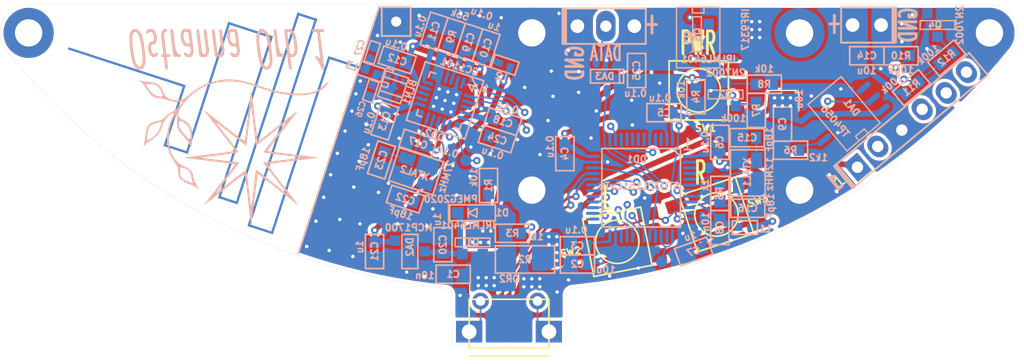
<source format=kicad_pcb>
(kicad_pcb (version 20200518) (host pcbnew "(5.99.0-1822-g1792479ca)")
  (layers (0 "F.Cu" signal hide) (1 "In1.Cu" signal hide) (2 "In2.Cu" signal hide) (31 "B.Cu" signal) (36 "B.SilkS" user) (37 "F.SilkS" user hide) (38 "B.Mask" user) (39 "F.Mask" user hide) (44 "Edge.Cuts" user))
  (net 0 "")
  (net 1 "Net-(ANT1-Pad1)")
  (net 2 "GND")
  (net 3 "/RF1")
  (net 4 "/RF2")
  (net 5 "Net-(BLN1-Pad1)")
  (net 6 "/5V_USB")
  (net 7 "+3v3")
  (net 8 "/MCU_VDDA")
  (net 9 "/5V_MID")
  (net 10 "VCC")
  (net 11 "+BATT")
  (net 12 "Net-(C15-Pad1)")
  (net 13 "Net-(C16-Pad1)")
  (net 14 "PwrUnst")
  (net 15 "Net-(C22-Pad1)")
  (net 16 "Net-(C23-Pad1)")
  (net 17 "Net-(C24-Pad2)")
  (net 18 "/NPX_PWR")
  (net 19 "Net-(DA1-Pad2)")
  (net 20 "/IS_CHARGING")
  (net 21 "/DIN0")
  (net 22 "/NPX1_CTRL")
  (net 23 "Net-(DD1-Pad2)")
  (net 24 "Net-(DD1-Pad4)")
  (net 25 "Net-(DD1-Pad6)")
  (net 26 "/BTN_PWR")
  (net 27 "/BTN_L")
  (net 28 "/BTN_R")
  (net 29 "Net-(DD1-Pad13)")
  (net 30 "/CC_GDO0")
  (net 31 "/ADC_BAT")
  (net 32 "/ADC_BAT_EN")
  (net 33 "/CC_SCK")
  (net 34 "/CC_MISO")
  (net 35 "/CC_MOSI")
  (net 36 "/NPX_PWR_EN")
  (net 37 "/UART_TX")
  (net 38 "/UART_RX")
  (net 39 "/USB_DM")
  (net 40 "/USB_DP")
  (net 41 "/SWDIO")
  (net 42 "/SWCLK")
  (net 43 "/CC_CS")
  (net 44 "Net-(DD2-Pad17)")
  (net 45 "Net-(Q2-Pad3)")
  (net 46 "Net-(Q4-Pad3)")
  (net 47 "Net-(XL3-PadH1)")
  (net 48 "Net-(XL3-PadH4)")
  (module "Connectors:PLS-1Square" (layer "F.Cu") (at 143.3 77.9)
    (fp_text reference "XL5" hide)
    (fp_text value "CONN_1" hide)
    (pad "1" thru_hole rect (at 0 0) (size 1.5 1.5) (drill 0.9) (layers *.Cu *.Mask) (net 2 "GND"))
  )
  (module "Pictures:Ostranna_16d9_13d5" (layer "B.Cu") (at 129 89.4)
    (fp_text reference "Logo1" hide)
    (fp_text value "Logo" hide)
  )
  (module "PCB:Hole2d4_out4d4mm" (layer "F.Cu") (at 195.36 78.89)
    (fp_text reference "HOLE6" hide)
    (fp_text value "HOLE_METALLED" hide)
    (pad "H" thru_hole circle (at 0 0) (size 4.4 4.4) (drill 2.4) (layers *.Cu *.Mask) (net 2 "GND"))
  )
  (module "SO_DIL_TSSOP:SO8_150MIL" (layer "B.Cu") (at 169.8 79.3 -90)
    (fp_text reference "Q3" (at 0 0.889 -90) (layer "B.SilkS") (effects (font (size 0.6 0.6)) (justify mirror)))
    (fp_text value "IRF9317" (at -0.7 -4.15 -90) (layer "B.SilkS") (effects (font (size 0.6 0.6)) (justify mirror)))
    (pad "4" smd oval (at 1.905 -2.794 270) (size 0.508 1.50114) (layers "B.Cu" "B.Paste" "B.Mask") (net 45 "Net-(Q2-Pad3)"))
    (pad "3" smd oval (at 0.635 -2.794 270) (size 0.508 1.50114) (layers "B.Cu" "B.Paste" "B.Mask") (net 11 "+BATT"))
    (pad "2" smd oval (at -0.635 -2.794 270) (size 0.508 1.50114) (layers "B.Cu" "B.Paste" "B.Mask") (net 11 "+BATT"))
    (pad "5" smd oval (at 1.905 2.794 270) (size 0.508 1.50114) (layers "B.Cu" "B.Paste" "B.Mask") (net 18 "/NPX_PWR"))
    (pad "6" smd oval (at 0.635 2.794 270) (size 0.508 1.50114) (layers "B.Cu" "B.Paste" "B.Mask") (net 18 "/NPX_PWR"))
    (pad "7" smd oval (at -0.635 2.794 270) (size 0.508 1.50114) (layers "B.Cu" "B.Paste" "B.Mask") (net 18 "/NPX_PWR"))
    (pad "1" smd rect (at -1.905 -2.794 270) (size 0.508 1.50114) (layers "B.Cu" "B.Paste" "B.Mask") (net 11 "+BATT"))
    (pad "8" smd oval (at -1.905 2.794 270) (size 0.508 1.50114) (layers "B.Cu" "B.Paste" "B.Mask") (net 18 "/NPX_PWR"))
  )
  (module "Antennas:Firefly_868" (layer "B.Cu") (at 167.3 97.4 72)
    (fp_text reference "ANT1" hide)
    (fp_text value "ANT_PCB_MONO" hide)
    (fp_poly (pts (xy 6.19852 -33.57442) (xy -9.992827 -33.57442) (xy -9.992827 -33.37146) (xy 6.19852 -33.37146)) (layer "B.Cu") (width 0.001))
    (fp_poly (pts (xy -9.992827 -33.57442) (xy -9.789867 -33.57442) (xy -9.789867 -35.714921) (xy -9.992827 -35.714921)) (layer "B.Cu") (width 0.001))
    (fp_poly (pts (xy -9.992827 -35.714921) (xy 9.213169 -35.714921) (xy 9.213169 -35.511961) (xy -9.992827 -35.511961)) (layer "B.Cu") (width 0.001))
    (fp_poly (pts (xy 9.213169 -35.714921) (xy 9.010209 -35.714921) (xy 9.010209 -37.336608) (xy 9.213169 -37.336608)) (layer "B.Cu") (width 0.001))
    (fp_poly (pts (xy 9.213169 -37.336608) (xy -8.44294 -37.336608) (xy -8.44294 -37.133648) (xy 9.213169 -37.133648)) (layer "B.Cu") (width 0.001))
    (fp_poly (pts (xy -8.44294 -37.336608) (xy -8.23998 -37.336608) (xy -8.23998 -38.938685) (xy -8.44294 -38.938685)) (layer "B.Cu") (width 0.001))
    (fp_poly (pts (xy -8.44294 -38.938685) (xy 6.557174 -38.938685) (xy 6.557174 -38.735725) (xy -8.44294 -38.735725)) (layer "B.Cu") (width 0.001))
    (fp_poly (pts (xy 6.557174 -38.938685) (xy 6.354214 -38.938685) (xy 6.354214 -42.861078) (xy 6.557174 -42.861078)) (layer "B.Cu") (width 0.001))
    (fp_poly (pts (xy 6.557174 -42.861078) (xy -5.578028 -42.861078) (xy -5.578028 -42.658118) (xy 6.557174 -42.658118)) (layer "B.Cu") (width 0.001))
    (fp_poly (pts (xy -5.578028 -42.861078) (xy -5.375068 -42.861078) (xy -5.375068 -44.897703) (xy -5.578028 -44.897703)) (layer "B.Cu") (width 0.001))
    (fp_poly (pts (xy -5.578028 -44.897703) (xy 0.10148 -44.897703) (xy 0.10148 -44.694743) (xy -5.578028 -44.694743)) (layer "B.Cu") (width 0.001))
    (fp_poly (pts (xy 0.10148 -44.897703) (xy -0.10148 -44.897703) (xy -0.10148 -55.5) (xy 0.10148 -55.5)) (layer "B.Cu") (width 0.001))
    (pad "1" smd custom (at 6.3 -30.81 72) (size 0.2 0.2) (layers "B.Cu") (net 1 "Net-(ANT1-Pad1)") (options (clearance outline) (anchor circle)) (primitives (gr_poly (pts (xy 0.10148 0.11) (xy -0.10148 0.11) (xy -0.10148 -2.76442) (xy 0.10148 -2.76442)) (width 0.001))))
  )
  (module "PCB:Hole2d4_out4d4mm" (layer "F.Cu") (at 178.7 78.9)
    (fp_text reference "HOLE5" hide)
    (fp_text value "HOLE_METALLED" hide)
    (pad "H" thru_hole circle (at 0 0) (size 4.4 4.4) (drill 2.4) (layers *.Cu *.Mask) (net 2 "GND"))
  )
  (module "PCB:Hole2d4_out4d4mm" (layer "F.Cu") (at 178.7 92.71)
    (fp_text reference "HOLE4" hide)
    (fp_text value "HOLE_METALLED" hide)
    (pad "H" thru_hole circle (at 0 0) (size 4.4 4.4) (drill 2.4) (layers *.Cu *.Mask) (net 2 "GND"))
  )
  (module "PCB:Hole2d4_out4d4mm" (layer "F.Cu") (at 155.2 92.71)
    (fp_text reference "HOLE3" hide)
    (fp_text value "HOLE_METALLED" hide)
    (pad "H" thru_hole circle (at 0 0) (size 4.4 4.4) (drill 2.4) (layers *.Cu *.Mask) (net 2 "GND"))
  )
  (module "PCB:Hole2d4_out4d4mm" (layer "F.Cu") (at 155.2 78.89)
    (fp_text reference "HOLE2" hide)
    (fp_text value "HOLE_METALLED" hide)
    (pad "H" thru_hole circle (at 0 0) (size 4.4 4.4) (drill 2.4) (layers *.Cu *.Mask) (net 2 "GND"))
  )
  (module "PCB:Hole2d4_out4d4mm" (layer "F.Cu") (at 111.04 78.89)
    (fp_text reference "HOLE1" hide)
    (fp_text value "HOLE_METALLED" hide)
    (pad "H" thru_hole circle (at 0 0) (size 4.4 4.4) (drill 2.4) (layers *.Cu *.Mask))
  )
  (module "Quartz:03225C4" (layer "B.Cu") (at 145.041 91.0482 162)
    (fp_text reference "XTAL2" (at 0.08719 -0.187942 162) (layer "B.SilkS") (effects (font (size 0.59944 0.59944) (thickness 0.14986)) (justify mirror)))
    (fp_text value "27MHz" (at -2.668473 0.391989 252) (layer "B.SilkS") (effects (font (size 0.59944 0.59944) (thickness 0.14986)) (justify mirror)))
    (pad "1" smd rect (at -1.1 -0.8 162) (size 1.4 1) (layers "B.Cu" "B.Paste" "B.Mask") (net 15 "Net-(C22-Pad1)"))
    (pad "H" smd rect (at 1.1 -0.8 162) (size 1.4 1) (layers "B.Cu" "B.Paste" "B.Mask") (net 2 "GND"))
    (pad "2" smd rect (at 1.1 0.8 162) (size 1.4 1) (layers "B.Cu" "B.Paste" "B.Mask") (net 16 "Net-(C23-Pad1)"))
    (pad "H" smd rect (at -1.1 0.8 162) (size 1.4 1) (layers "B.Cu" "B.Paste" "B.Mask") (net 2 "GND"))
  )
  (module "Quartz:03225C4" (layer "B.Cu") (at 174.15 91.2 -90)
    (fp_text reference "XTAL1" (at -0.05 0.05 90) (layer "B.SilkS") (effects (font (size 0.59944 0.59944) (thickness 0.14986)) (justify mirror)))
    (fp_text value "12MHz" (at 0.1 -1.9 90) (layer "B.SilkS") (effects (font (size 0.59944 0.59944) (thickness 0.14986)) (justify mirror)))
    (pad "1" smd rect (at -1.1 -0.8 270) (size 1.4 1) (layers "B.Cu" "B.Paste" "B.Mask") (net 12 "Net-(C15-Pad1)"))
    (pad "H" smd rect (at 1.1 -0.8 270) (size 1.4 1) (layers "B.Cu" "B.Paste" "B.Mask") (net 2 "GND"))
    (pad "2" smd rect (at 1.1 0.8 270) (size 1.4 1) (layers "B.Cu" "B.Paste" "B.Mask") (net 13 "Net-(C16-Pad1)"))
    (pad "H" smd rect (at -1.1 0.8 270) (size 1.4 1) (layers "B.Cu" "B.Paste" "B.Mask") (net 2 "GND"))
  )
  (module "Connectors:SLD_3_2D5" (layer "F.Cu") (at 161.7 78.3)
    (fp_text reference "XL4" hide)
    (fp_text value "CONN_3" hide)
    (pad "1" thru_hole rect (at -2.5 0) (size 1.7 2.7) (drill 1.2) (layers *.Cu *.Mask) (net 2 "GND"))
    (pad "2" thru_hole oval (at 0 0) (size 1.7 2.7) (drill 1) (layers *.Cu *.Mask) (net 21 "/DIN0"))
    (pad "3" thru_hole oval (at 2.5 0) (size 1.7 2.7) (drill 1.2) (layers *.Cu *.Mask) (net 18 "/NPX_PWR"))
  )
  (module "Connectors:USBmicro_MOLEX_1050170001" (layer "F.Cu") (at 153.2 106.6)
    (fp_text reference "XL3" hide)
    (fp_text value "USB_MICRO" hide)
    (pad "H1" thru_hole circle (at -2.5 -4.15) (size 1.45 1.45) (drill 0.85) (layers *.Cu *.Mask) (net 47 "Net-(XL3-PadH1)"))
    (pad "H4" thru_hole circle (at 2.5 -4.15) (size 1.45 1.45) (drill 0.85) (layers *.Cu *.Mask) (net 48 "Net-(XL3-PadH4)"))
    (pad "1" smd rect (at -1.3 -4.15) (size 0.4 1.35) (layers "F.Cu" "F.Paste" "F.Mask") (net 6 "/5V_USB"))
    (pad "2" smd rect (at -0.65 -4.15) (size 0.4 1.35) (layers "F.Cu" "F.Paste" "F.Mask") (net 39 "/USB_DM"))
    (pad "3" smd rect (at 0 -4.15) (size 0.4 1.35) (layers "F.Cu" "F.Paste" "F.Mask") (net 40 "/USB_DP"))
    (pad "4" smd rect (at 0.65 -4.15) (size 0.4 1.35) (layers "F.Cu" "F.Paste" "F.Mask") (net 2 "GND"))
    (pad "5" smd rect (at 1.3 -4.15) (size 0.4 1.35) (layers "F.Cu" "F.Paste" "F.Mask") (net 2 "GND"))
    (pad "H2" smd rect (at -1 -1.45) (size 1.5 1.9) (layers "F.Cu" "F.Paste" "F.Mask"))
    (pad "H3" smd rect (at 1 -1.45) (size 1.5 1.9) (layers "F.Cu" "F.Paste" "F.Mask"))
    (pad "H1" thru_hole rect (at -3.5 -1.45) (size 2.3 1.9) (drill 1.3) (layers *.Cu *.Mask) (net 47 "Net-(XL3-PadH1)"))
    (pad "H4" thru_hole rect (at 3.5 -1.45) (size 2.3 1.9) (drill 1.3) (layers *.Cu *.Mask) (net 48 "Net-(XL3-PadH4)"))
  )
  (module "Connectors:PLS-6_LOCK" (layer "F.Cu") (at 183.7 90.6 40)
    (fp_text reference "XL2" hide)
    (fp_text value "CONN_6" hide)
    (fp_text user "1" (at -2 0 40) (layer "F.SilkS"))
    (fp_text user "1" (at -2.464131 -0.174811 40) (layer "B.SilkS") (effects (font (size 1.5 1.2) (thickness 0.3)) (justify mirror)))
    (pad "1" thru_hole rect (at 0 0.127 40) (size 1.6 2) (drill 1) (layers *.Cu *.Mask) (net 7 "+3v3"))
    (pad "2" thru_hole oval (at 2.54 -0.127 40) (size 1.6 2) (drill 1) (layers *.Cu *.Mask) (net 42 "/SWCLK"))
    (pad "3" thru_hole oval (at 5.08 0.127 40) (size 1.6 2) (drill 1) (layers *.Cu *.Mask) (net 2 "GND"))
    (pad "4" thru_hole oval (at 7.62 -0.127 40) (size 1.6 2) (drill 1) (layers *.Cu *.Mask) (net 41 "/SWDIO"))
    (pad "5" thru_hole oval (at 10.16 0.127 40) (size 1.6 2) (drill 1) (layers *.Cu *.Mask) (net 37 "/UART_TX"))
    (pad "6" thru_hole oval (at 12.7 -0.127 40) (size 1.6 2) (drill 1) (layers *.Cu *.Mask) (net 38 "/UART_RX"))
  )
  (module "Connectors:SLD_2_2D5" (layer "F.Cu") (at 184.6 78.2 180)
    (fp_text reference "XL1" hide)
    (fp_text value "CONN_2" hide)
    (pad "1" thru_hole rect (at -1.25 0 180) (size 1.7 2.7) (drill 1.2) (layers *.Cu *.Mask) (net 2 "GND"))
    (pad "2" thru_hole oval (at 1.25 0 180) (size 1.7 2.7) (drill 1.2) (layers *.Cu *.Mask) (net 11 "+BATT"))
  )
  (module "PCB:TESTPOINT_1MM" (layer "B.Cu") (at 149.4 90.1 180)
    (fp_text reference "TP4" hide)
    (fp_text value "TESTPOINT" hide)
    (pad "1" smd circle (at 0 0 180) (size 1 1) (layers "B.Cu" "B.Mask") (net 30 "/CC_GDO0"))
  )
  (module "PCB:TESTPOINT_1MM" (layer "B.Cu") (at 166.6 99 180)
    (fp_text reference "TP3" hide)
    (fp_text value "TESTPOINT" hide)
    (pad "1" smd circle (at 0 0 180) (size 1 1) (layers "B.Cu" "B.Mask") (net 29 "Net-(DD1-Pad13)"))
  )
  (module "PCB:TESTPOINT_1MM" (layer "B.Cu") (at 170.6933 90.7556 180)
    (fp_text reference "TP2" hide)
    (fp_text value "TESTPOINT" hide)
    (pad "1" smd circle (at 0 0 180) (size 1 1) (layers "B.Cu" "B.Mask") (net 24 "Net-(DD1-Pad4)"))
  )
  (module "BtnsSwitches:BTN_4x4_SMD" (layer "F.Cu") (at 171.4 94.85 18)
    (fp_text reference "SW3" (at 3.842177 -0.013356 18) (layer "F.SilkS") (effects (font (size 0.59944 0.59944) (thickness 0.14986))))
    (fp_text value "BUTTON" hide)
    (pad "1" smd rect (at -3.1 -1.85 18) (size 1.8 1.1) (layers "F.Cu" "F.Paste" "F.Mask") (net 28 "/BTN_R"))
    (pad "2" smd rect (at -3.1 1.85 18) (size 1.8 1.1) (layers "F.Cu" "F.Paste" "F.Mask") (net 7 "+3v3"))
    (pad "2" smd rect (at 3.1 1.85 18) (size 1.8 1.1) (layers "F.Cu" "F.Paste" "F.Mask") (net 7 "+3v3"))
    (pad "1" smd rect (at 3.1 -1.85 18) (size 1.8 1.1) (layers "F.Cu" "F.Paste" "F.Mask") (net 28 "/BTN_R"))
  )
  (module "BtnsSwitches:BTN_4x4_SMD" (layer "F.Cu") (at 162.7 97.25 11)
    (fp_text reference "SW2" (at -4.1964 0.101148 11) (layer "F.SilkS") (effects (font (size 0.59944 0.59944) (thickness 0.14986))))
    (fp_text value "BUTTON" hide)
    (pad "1" smd rect (at -3.1 -1.85 11) (size 1.8 1.1) (layers "F.Cu" "F.Paste" "F.Mask") (net 27 "/BTN_L"))
    (pad "2" smd rect (at -3.1 1.85 11) (size 1.8 1.1) (layers "F.Cu" "F.Paste" "F.Mask") (net 7 "+3v3"))
    (pad "2" smd rect (at 3.1 1.85 11) (size 1.8 1.1) (layers "F.Cu" "F.Paste" "F.Mask") (net 7 "+3v3"))
    (pad "1" smd rect (at 3.1 -1.85 11) (size 1.8 1.1) (layers "F.Cu" "F.Paste" "F.Mask") (net 27 "/BTN_L"))
  )
  (module "BtnsSwitches:BTN_4x4_SMD" (layer "F.Cu") (at 169.85 83.95)
    (fp_text reference "SW1" (at 0.6 3.3) (layer "F.SilkS") (effects (font (size 0.59944 0.59944) (thickness 0.14986))))
    (fp_text value "BUTTON" hide)
    (pad "1" smd rect (at -3.1 -1.85) (size 1.8 1.1) (layers "F.Cu" "F.Paste" "F.Mask") (net 26 "/BTN_PWR"))
    (pad "2" smd rect (at -3.1 1.85) (size 1.8 1.1) (layers "F.Cu" "F.Paste" "F.Mask") (net 7 "+3v3"))
    (pad "2" smd rect (at 3.1 1.85) (size 1.8 1.1) (layers "F.Cu" "F.Paste" "F.Mask") (net 7 "+3v3"))
    (pad "1" smd rect (at 3.1 -1.85) (size 1.8 1.1) (layers "F.Cu" "F.Paste" "F.Mask") (net 26 "/BTN_PWR"))
  )
  (module "Resistors:RES_0603" (layer "B.Cu") (at 191.6 81.1 40)
    (fp_text reference "R12" (at 0 0 40) (layer "B.SilkS") (effects (font (size 0.6 0.6)) (justify mirror)))
    (fp_text value "100k" (at -1.032835 -1.258274 40) (layer "B.SilkS") (effects (font (size 0.6 0.6)) (justify mirror)))
    (pad "1" smd rect (at -0.75 0 40) (size 0.9 1) (layers "B.Cu" "B.Paste" "B.Mask") (net 31 "/ADC_BAT"))
    (pad "2" smd rect (at 0.75 0 40) (size 0.9 1) (layers "B.Cu" "B.Paste" "B.Mask") (net 46 "Net-(Q4-Pad3)"))
  )
  (module "Resistors:RES_0603" (layer "B.Cu") (at 188.5 83.7 40)
    (fp_text reference "R11" (at 0 0 40) (layer "B.SilkS") (effects (font (size 0.6 0.6)) (justify mirror)))
    (fp_text value "100k" (at -1.0773 -1.360854 40) (layer "B.SilkS") (effects (font (size 0.6 0.6)) (justify mirror)))
    (pad "1" smd rect (at -0.75 0 40) (size 0.9 1) (layers "B.Cu" "B.Paste" "B.Mask") (net 11 "+BATT"))
    (pad "2" smd rect (at 0.75 0 40) (size 0.9 1) (layers "B.Cu" "B.Paste" "B.Mask") (net 31 "/ADC_BAT"))
  )
  (module "Resistors:RES_0603" (layer "B.Cu") (at 187.6 80.9 180)
    (fp_text reference "R10" (at 0 0) (layer "B.SilkS") (effects (font (size 0.6 0.6)) (justify mirror)))
    (fp_text value "100k" (at 0 -1.25) (layer "B.SilkS") (effects (font (size 0.6 0.6)) (justify mirror)))
    (pad "1" smd rect (at -0.75 0 180) (size 0.9 1) (layers "B.Cu" "B.Paste" "B.Mask") (net 32 "/ADC_BAT_EN"))
    (pad "2" smd rect (at 0.75 0 180) (size 0.9 1) (layers "B.Cu" "B.Paste" "B.Mask") (net 2 "GND"))
  )
  (module "Resistors:RES_0603" (layer "B.Cu") (at 148.146 79.229 72)
    (fp_text reference "R9" (at 0 0 252) (layer "B.SilkS") (effects (font (size 0.6 0.6)) (justify mirror)))
    (fp_text value "56k" (at 2.067587 0.121003 342) (layer "B.SilkS") (effects (font (size 0.6 0.6)) (justify mirror)))
    (pad "1" smd rect (at -0.75 0 72) (size 0.9 1) (layers "B.Cu" "B.Paste" "B.Mask") (net 44 "Net-(DD2-Pad17)"))
    (pad "2" smd rect (at 0.75 0 72) (size 0.9 1) (layers "B.Cu" "B.Paste" "B.Mask") (net 2 "GND"))
  )
  (module "Resistors:RES_0603" (layer "B.Cu") (at 175.6 83.4 180)
    (fp_text reference "R8" (at 0 0) (layer "B.SilkS") (effects (font (size 0.6 0.6)) (justify mirror)))
    (fp_text value "10k" (at 0 1.35) (layer "B.SilkS") (effects (font (size 0.6 0.6)) (justify mirror)))
    (pad "1" smd rect (at -0.75 0 180) (size 0.9 1) (layers "B.Cu" "B.Paste" "B.Mask") (net 11 "+BATT"))
    (pad "2" smd rect (at 0.75 0 180) (size 0.9 1) (layers "B.Cu" "B.Paste" "B.Mask") (net 45 "Net-(Q2-Pad3)"))
  )
  (module "Resistors:RES_0603" (layer "B.Cu") (at 174.9 85.7 90)
    (fp_text reference "R7" (at 0 0 90) (layer "B.SilkS") (effects (font (size 0.6 0.6)) (justify mirror)))
    (fp_text value "100k" (at -0.7 -2 180) (layer "B.SilkS") (effects (font (size 0.6 0.6)) (justify mirror)))
    (pad "1" smd rect (at -0.75 0 90) (size 0.9 1) (layers "B.Cu" "B.Paste" "B.Mask") (net 2 "GND"))
    (pad "2" smd rect (at 0.75 0 90) (size 0.9 1) (layers "B.Cu" "B.Paste" "B.Mask") (net 36 "/NPX_PWR_EN"))
  )
  (module "Resistors:RES_0603" (layer "B.Cu") (at 177.9 89.2 180)
    (fp_text reference "R6" (at 0 0) (layer "B.SilkS") (effects (font (size 0.6 0.6)) (justify mirror)))
    (fp_text value "1k2" (at -2.45 -0.65) (layer "B.SilkS") (effects (font (size 0.6 0.6)) (justify mirror)))
    (pad "1" smd rect (at -0.75 0 180) (size 0.9 1) (layers "B.Cu" "B.Paste" "B.Mask") (net 19 "Net-(DA1-Pad2)"))
    (pad "2" smd rect (at 0.75 0 180) (size 0.9 1) (layers "B.Cu" "B.Paste" "B.Mask") (net 2 "GND"))
  )
  (module "Resistors:RES_0603" (layer "B.Cu") (at 171.7 93 -90)
    (fp_text reference "R5" (at 0 0 90) (layer "B.SilkS") (effects (font (size 0.6 0.6)) (justify mirror)))
    (fp_text value "1k" (at -0.75 1.3 90) (layer "B.SilkS") (effects (font (size 0.6 0.6)) (justify mirror)))
    (pad "1" smd rect (at -0.75 0 270) (size 0.9 1) (layers "B.Cu" "B.Paste" "B.Mask") (net 25 "Net-(DD1-Pad6)"))
    (pad "2" smd rect (at 0.75 0 270) (size 0.9 1) (layers "B.Cu" "B.Paste" "B.Mask") (net 13 "Net-(C16-Pad1)"))
  )
  (module "Resistors:RES_0603" (layer "B.Cu") (at 169.6 84.5 -90)
    (fp_text reference "R4" (at 0 0 90) (layer "B.SilkS") (effects (font (size 0.6 0.6)) (justify mirror)))
    (fp_text value "10k" (at -0.65 1.3 90) (layer "B.SilkS") (effects (font (size 0.6 0.6)) (justify mirror)))
    (pad "1" smd rect (at -0.75 0 270) (size 0.9 1) (layers "B.Cu" "B.Paste" "B.Mask") (net 26 "/BTN_PWR"))
    (pad "2" smd rect (at 0.75 0 270) (size 0.9 1) (layers "B.Cu" "B.Paste" "B.Mask") (net 2 "GND"))
  )
  (module "Resistors:RES_0603" (layer "B.Cu") (at 153.5 96.5 180)
    (fp_text reference "R3" (at 0 0) (layer "B.SilkS") (effects (font (size 0.6 0.6)) (justify mirror)))
    (fp_text value "1k" (at -2.2 -0.3) (layer "B.SilkS") (effects (font (size 0.6 0.6)) (justify mirror)))
    (pad "1" smd rect (at -0.75 0 180) (size 0.9 1) (layers "B.Cu" "B.Paste" "B.Mask") (net 23 "Net-(DD1-Pad2)"))
    (pad "2" smd rect (at 0.75 0 180) (size 0.9 1) (layers "B.Cu" "B.Paste" "B.Mask") (net 6 "/5V_USB"))
  )
  (module "Resistors:RES_1206" (layer "B.Cu") (at 154.6 98.8)
    (fp_text reference "R2" (at 0 0) (layer "B.SilkS") (effects (font (size 0.6 0.6)) (justify mirror)))
    (fp_text value "0R2" (at -1.4 1.7 180) (layer "B.SilkS") (effects (font (size 0.6 0.6)) (justify mirror)))
    (pad "2" smd rect (at 1.524 0) (size 1.524 1.778) (layers "B.Cu" "B.Paste" "B.Mask") (net 9 "/5V_MID"))
    (pad "1" smd rect (at -1.524 0) (size 1.524 1.778) (layers "B.Cu" "B.Paste" "B.Mask") (net 6 "/5V_USB"))
  )
  (module "Resistors:RES_0603" (layer "B.Cu") (at 151.4 92.3 90)
    (fp_text reference "R1" (at 0 0 90) (layer "B.SilkS") (effects (font (size 0.6 0.6)) (justify mirror)))
    (fp_text value "10k" (at 0.7 -1.3 90) (layer "B.SilkS") (effects (font (size 0.6 0.6)) (justify mirror)))
    (pad "1" smd rect (at -0.75 0 90) (size 0.9 1) (layers "B.Cu" "B.Paste" "B.Mask") (net 6 "/5V_USB"))
    (pad "2" smd rect (at 0.75 0 90) (size 0.9 1) (layers "B.Cu" "B.Paste" "B.Mask") (net 2 "GND"))
  )
  (module "SOT:SOT23-3" (layer "B.Cu") (at 169.7 79 90)
    (fp_text reference "Q5" (at -0.05 0.05 90) (layer "B.SilkS") (effects (font (size 0.6 0.6)) (justify mirror)))
    (fp_text value "IRLML6401" (at -2.2 1 180) (layer "B.SilkS") (effects (font (size 0.59944 0.59944) (thickness 0.14986)) (justify mirror)))
    (pad "3" smd rect (at 0 -1.016 90) (size 0.9144 0.9144) (layers "B.Cu" "B.Paste" "B.Mask") (net 18 "/NPX_PWR"))
    (pad "1" smd rect (at 0.889 1.016 90) (size 0.9144 0.9144) (layers "B.Cu" "B.Paste" "B.Mask") (net 45 "Net-(Q2-Pad3)"))
    (pad "2" smd rect (at -0.889 1.016 90) (size 0.9144 0.9144) (layers "B.Cu" "B.Paste" "B.Mask") (net 11 "+BATT"))
  )
  (module "SOT:SOT23-3" (layer "B.Cu") (at 190.8 78.2 180)
    (fp_text reference "Q4" (at 0.2 0) (layer "B.SilkS") (effects (font (size 0.6 0.6)) (justify mirror)))
    (fp_text value "2N7002" (at -1.95 0 90) (layer "B.SilkS") (effects (font (size 0.59944 0.59944) (thickness 0.14986)) (justify mirror)))
    (pad "3" smd rect (at 0 -1.016 180) (size 0.9144 0.9144) (layers "B.Cu" "B.Paste" "B.Mask") (net 46 "Net-(Q4-Pad3)"))
    (pad "1" smd rect (at 0.889 1.016 180) (size 0.9144 0.9144) (layers "B.Cu" "B.Paste" "B.Mask") (net 32 "/ADC_BAT_EN"))
    (pad "2" smd rect (at -0.889 1.016 180) (size 0.9144 0.9144) (layers "B.Cu" "B.Paste" "B.Mask") (net 2 "GND"))
  )
  (module "SOT:SOT23-3" (layer "B.Cu") (at 172.2 84.3)
    (fp_text reference "Q2" (at 0 0) (layer "B.SilkS") (effects (font (size 0.6 0.6)) (justify mirror)))
    (fp_text value "2N7002" (at 0 -1.9) (layer "B.SilkS") (effects (font (size 0.59944 0.59944) (thickness 0.14986)) (justify mirror)))
    (pad "3" smd rect (at 0 -1.016) (size 0.9144 0.9144) (layers "B.Cu" "B.Paste" "B.Mask") (net 45 "Net-(Q2-Pad3)"))
    (pad "1" smd rect (at 0.889 1.016) (size 0.9144 0.9144) (layers "B.Cu" "B.Paste" "B.Mask") (net 36 "/NPX_PWR_EN"))
    (pad "2" smd rect (at -0.889 1.016) (size 0.9144 0.9144) (layers "B.Cu" "B.Paste" "B.Mask") (net 2 "GND"))
  )
  (module "SOT:SOT23-3" (layer "B.Cu") (at 150 97.3)
    (fp_text reference "Q1" (at 0 0) (layer "B.SilkS") (effects (font (size 0.6 0.6)) (justify mirror)))
    (fp_text value "IRLML6401" (at -0.4 -1.5) (layer "B.SilkS") (effects (font (size 0.59944 0.59944) (thickness 0.14986)) (justify mirror)))
    (pad "3" smd rect (at 0 -1.016) (size 0.9144 0.9144) (layers "B.Cu" "B.Paste" "B.Mask") (net 11 "+BATT"))
    (pad "1" smd rect (at 0.889 1.016) (size 0.9144 0.9144) (layers "B.Cu" "B.Paste" "B.Mask") (net 6 "/5V_USB"))
    (pad "2" smd rect (at -0.889 1.016) (size 0.9144 0.9144) (layers "B.Cu" "B.Paste" "B.Mask") (net 14 "PwrUnst"))
  )
  (module "Inductors:IND_0402" (layer "B.Cu") (at 141.1 82.3 162)
    (fp_text reference "L3" (at 1.771305 -0.049801 162) (layer "B.SilkS") (effects (font (size 0.6 0.6)) (justify mirror)))
    (fp_text value "*" hide)
    (pad "2" smd rect (at 0.5 0 162) (size 0.6 0.6) (layers "B.Cu" "B.Paste" "B.Mask") (net 1 "Net-(ANT1-Pad1)"))
    (pad "1" smd rect (at -0.5 0 162) (size 0.6 0.6) (layers "B.Cu" "B.Paste" "B.Mask") (net 5 "Net-(BLN1-Pad1)"))
  )
  (module "Inductors:IND_0402" (layer "B.Cu") (at 152.844 81.7 -18)
    (fp_text reference "L2" (at 0 1.1 162) (layer "B.SilkS") (effects (font (size 0.6 0.6)) (justify mirror)))
    (fp_text value "BLM15AG102SN1" hide)
    (pad "2" smd rect (at 0.5 0 342) (size 0.6 0.6) (layers "B.Cu" "B.Paste" "B.Mask") (net 7 "+3v3"))
    (pad "1" smd rect (at -0.5 0 342) (size 0.6 0.6) (layers "B.Cu" "B.Paste" "B.Mask") (net 10 "VCC"))
  )
  (module "Inductors:IND_0402" (layer "B.Cu") (at 173.9 96 180)
    (fp_text reference "L1" (at -1.75 -0.1) (layer "B.SilkS") (effects (font (size 0.6 0.6)) (justify mirror)))
    (fp_text value "BLM15AG102SN1" hide)
    (pad "2" smd rect (at 0.5 0 180) (size 0.6 0.6) (layers "B.Cu" "B.Paste" "B.Mask") (net 8 "/MCU_VDDA"))
    (pad "1" smd rect (at -0.5 0 180) (size 0.6 0.6) (layers "B.Cu" "B.Paste" "B.Mask") (net 7 "+3v3"))
  )
  (module "QFN_DFN:QFN20" (layer "B.Cu") (at 147.587 84.8306 162)
    (fp_text reference "DD2" (at -0.05 -3.2 162) (layer "B.SilkS") (effects (font (size 0.6 0.6)) (justify mirror)))
    (fp_text value "CC1101" (at -0.3 3.2 162) (layer "B.SilkS") (effects (font (size 0.6 0.6)) (justify mirror)))
    (fp_text user "1" (at -3.04 2.1 162) (layer "B.SilkS") (effects (font (size 0.6 0.6)) (justify mirror)))
    (pad "PAD" thru_hole rect (at 0.8 -0.8 162) (size 0.8 0.8) (drill 0.3) (layers *.Cu "B.Mask") (net 2 "GND"))
    (pad "PAD" thru_hole rect (at 0 -0.8 162) (size 0.8 0.8) (drill 0.3) (layers *.Cu "B.Mask") (net 2 "GND"))
    (pad "PAD" thru_hole rect (at -0.8 -0.8 162) (size 0.8 0.8) (drill 0.3) (layers *.Cu "B.Mask") (net 2 "GND"))
    (pad "PAD" thru_hole rect (at -0.8 0 162) (size 0.8 0.8) (drill 0.3) (layers *.Cu "B.Mask") (net 2 "GND"))
    (pad "PAD" thru_hole rect (at -0.8 0.8 162) (size 0.8 0.8) (drill 0.3) (layers *.Cu "B.Mask") (net 2 "GND"))
    (pad "PAD" thru_hole rect (at 0.8 0.8 162) (size 0.8 0.8) (drill 0.3) (layers *.Cu "B.Mask") (net 2 "GND"))
    (pad "PAD" thru_hole rect (at 0 0.8 162) (size 0.8 0.8) (drill 0.3) (layers *.Cu "B.Mask") (net 2 "GND"))
    (pad "PAD" thru_hole rect (at 0.8 0 162) (size 0.8 0.8) (drill 0.3) (layers *.Cu "B.Mask") (net 2 "GND"))
    (pad "PAD" thru_hole rect (at 0 0 162) (size 0.8 0.8) (drill 0.3) (layers *.Cu "B.Mask") (net 2 "GND"))
    (pad "20" smd oval (at -1 1.95 72) (size 1 0.28) (layers "B.Cu" "B.Mask") (net 35 "/CC_MOSI"))
    (pad "19" smd oval (at -0.5 1.95 72) (size 1 0.28) (layers "B.Cu" "B.Mask") (net 2 "GND"))
    (pad "18" smd oval (at 0 1.95 72) (size 1 0.28) (layers "B.Cu" "B.Mask") (net 10 "VCC"))
    (pad "17" smd oval (at 0.5 1.95 72) (size 1 0.28) (layers "B.Cu" "B.Mask") (net 44 "Net-(DD2-Pad17)"))
    (pad "16" smd oval (at 1 1.95 72) (size 1 0.28) (layers "B.Cu" "B.Mask") (net 2 "GND"))
    (pad "15" smd oval (at 1.95 1 342) (size 1 0.28) (layers "B.Cu" "B.Mask") (net 10 "VCC"))
    (pad "14" smd oval (at 1.95 0.5 342) (size 1 0.28) (layers "B.Cu" "B.Mask") (net 10 "VCC"))
    (pad "13" smd oval (at 1.95 0 342) (size 1 0.28) (layers "B.Cu" "B.Mask") (net 4 "/RF2"))
    (pad "12" smd oval (at 1.95 -0.5 342) (size 1 0.28) (layers "B.Cu" "B.Mask") (net 3 "/RF1"))
    (pad "11" smd oval (at 1.95 -1 342) (size 1 0.28) (layers "B.Cu" "B.Mask") (net 10 "VCC"))
    (pad "10" smd oval (at 1 -1.95 72) (size 1 0.28) (layers "B.Cu" "B.Mask") (net 16 "Net-(C23-Pad1)"))
    (pad "9" smd oval (at 0.5 -1.95 72) (size 1 0.28) (layers "B.Cu" "B.Mask") (net 10 "VCC"))
    (pad "8" smd oval (at 0 -1.95 72) (size 1 0.28) (layers "B.Cu" "B.Mask") (net 15 "Net-(C22-Pad1)"))
    (pad "7" smd oval (at -0.5 -1.95 72) (size 1 0.28) (layers "B.Cu" "B.Mask") (net 43 "/CC_CS"))
    (pad "6" smd oval (at -1 -1.95 72) (size 1 0.28) (layers "B.Cu" "B.Mask") (net 30 "/CC_GDO0"))
    (pad "5" smd oval (at -1.95 -1 162) (size 1 0.28) (layers "B.Cu" "B.Mask") (net 17 "Net-(C24-Pad2)"))
    (pad "4" smd oval (at -1.95 -0.5 162) (size 1 0.28) (layers "B.Cu" "B.Mask") (net 10 "VCC"))
    (pad "3" smd oval (at -1.95 0 162) (size 1 0.28) (layers "B.Cu" "B.Mask"))
    (pad "2" smd oval (at -1.95 0.5 162) (size 1 0.28) (layers "B.Cu" "B.Mask") (net 34 "/CC_MISO"))
    (pad "1" smd rect (at -1.95 1 162) (size 1 0.28) (layers "B.Cu" "B.Mask") (net 33 "/CC_SCK"))
  )
  (module "LQFP_TQFP:LQFP48" (layer "B.Cu") (at 164.8 92.5 180)
    (fp_text reference "DD1" (at 0.39878 2.499359 180) (layer "B.SilkS") (effects (font (size 0.59944 0.59944) (thickness 0.14986)) (justify mirror)))
    (fp_text value "STM32L151CxTx" (at 0.141421 0.141421 180) (layer "B.SilkS") (effects (font (size 0.59944 0.59944) (thickness 0.14986)) (justify mirror)))
    (fp_text user "1" (at -4.064 3.81 180) (layer "B.SilkS") (effects (justify mirror)))
    (pad "1" smd rect (at -4.25 2.75 180) (size 1.2 0.27) (layers "B.Cu" "B.Paste" "B.Mask") (net 7 "+3v3"))
    (pad "2" smd oval (at -4.25 2.25 180) (size 1.2 0.27) (layers "B.Cu" "B.Paste" "B.Mask") (net 23 "Net-(DD1-Pad2)"))
    (pad "3" smd oval (at -4.25 1.75 180) (size 1.2 0.27) (layers "B.Cu" "B.Paste" "B.Mask"))
    (pad "4" smd oval (at -4.25 1.25 180) (size 1.2 0.27) (layers "B.Cu" "B.Paste" "B.Mask") (net 24 "Net-(DD1-Pad4)"))
    (pad "5" smd oval (at -4.25 0.75 180) (size 1.2 0.27) (layers "B.Cu" "B.Paste" "B.Mask") (net 12 "Net-(C15-Pad1)"))
    (pad "6" smd oval (at -4.25 0.25 180) (size 1.2 0.27) (layers "B.Cu" "B.Paste" "B.Mask") (net 25 "Net-(DD1-Pad6)"))
    (pad "7" smd oval (at -4.25 -0.25 180) (size 1.2 0.27) (layers "B.Cu" "B.Paste" "B.Mask"))
    (pad "8" smd oval (at -4.25 -0.75 180) (size 1.2 0.27) (layers "B.Cu" "B.Paste" "B.Mask") (net 2 "GND"))
    (pad "9" smd oval (at -4.25 -1.25 180) (size 1.2 0.27) (layers "B.Cu" "B.Paste" "B.Mask") (net 8 "/MCU_VDDA"))
    (pad "10" smd oval (at -4.25 -1.75 180) (size 1.2 0.27) (layers "B.Cu" "B.Paste" "B.Mask") (net 26 "/BTN_PWR"))
    (pad "11" smd oval (at -4.25 -2.25 180) (size 1.2 0.27) (layers "B.Cu" "B.Paste" "B.Mask") (net 27 "/BTN_L"))
    (pad "12" smd oval (at -4.25 -2.75 180) (size 1.2 0.27) (layers "B.Cu" "B.Paste" "B.Mask") (net 28 "/BTN_R"))
    (pad "13" smd oval (at -2.75 -4.25 90) (size 1.2 0.27) (layers "B.Cu" "B.Paste" "B.Mask") (net 29 "Net-(DD1-Pad13)"))
    (pad "14" smd oval (at -2.25 -4.25 90) (size 1.2 0.27) (layers "B.Cu" "B.Paste" "B.Mask"))
    (pad "15" smd oval (at -1.75 -4.25 90) (size 1.2 0.27) (layers "B.Cu" "B.Paste" "B.Mask") (net 29 "Net-(DD1-Pad13)"))
    (pad "16" smd oval (at -1.25 -4.25 90) (size 1.2 0.27) (layers "B.Cu" "B.Paste" "B.Mask") (net 22 "/NPX1_CTRL"))
    (pad "17" smd oval (at -0.75 -4.25 90) (size 1.2 0.27) (layers "B.Cu" "B.Paste" "B.Mask") (net 22 "/NPX1_CTRL"))
    (pad "18" smd oval (at -0.25 -4.25 90) (size 1.2 0.27) (layers "B.Cu" "B.Paste" "B.Mask") (net 30 "/CC_GDO0"))
    (pad "19" smd oval (at 0.25 -4.25 90) (size 1.2 0.27) (layers "B.Cu" "B.Paste" "B.Mask") (net 31 "/ADC_BAT"))
    (pad "20" smd oval (at 0.75 -4.25 90) (size 1.2 0.27) (layers "B.Cu" "B.Paste" "B.Mask") (net 32 "/ADC_BAT_EN"))
    (pad "21" smd oval (at 1.25 -4.25 90) (size 1.2 0.27) (layers "B.Cu" "B.Paste" "B.Mask"))
    (pad "22" smd oval (at 1.75 -4.25 90) (size 1.2 0.27) (layers "B.Cu" "B.Paste" "B.Mask"))
    (pad "23" smd oval (at 2.25 -4.25 90) (size 1.2 0.27) (layers "B.Cu" "B.Paste" "B.Mask") (net 2 "GND"))
    (pad "24" smd oval (at 2.75 -4.25 90) (size 1.2 0.27) (layers "B.Cu" "B.Paste" "B.Mask") (net 7 "+3v3"))
    (pad "25" smd oval (at 4.25 -2.75 180) (size 1.2 0.27) (layers "B.Cu" "B.Paste" "B.Mask"))
    (pad "26" smd oval (at 4.25 -2.25 180) (size 1.2 0.27) (layers "B.Cu" "B.Paste" "B.Mask") (net 33 "/CC_SCK"))
    (pad "27" smd oval (at 4.25 -1.75 180) (size 1.2 0.27) (layers "B.Cu" "B.Paste" "B.Mask") (net 34 "/CC_MISO"))
    (pad "28" smd oval (at 4.25 -1.25 180) (size 1.2 0.27) (layers "B.Cu" "B.Paste" "B.Mask") (net 35 "/CC_MOSI"))
    (pad "29" smd oval (at 4.25 -0.75 180) (size 1.2 0.27) (layers "B.Cu" "B.Paste" "B.Mask") (net 36 "/NPX_PWR_EN"))
    (pad "30" smd oval (at 4.25 -0.25 180) (size 1.2 0.27) (layers "B.Cu" "B.Paste" "B.Mask") (net 37 "/UART_TX"))
    (pad "31" smd oval (at 4.25 0.25 180) (size 1.2 0.27) (layers "B.Cu" "B.Paste" "B.Mask") (net 38 "/UART_RX"))
    (pad "32" smd oval (at 4.25 0.75 180) (size 1.2 0.27) (layers "B.Cu" "B.Paste" "B.Mask") (net 39 "/USB_DM"))
    (pad "33" smd oval (at 4.25 1.25 180) (size 1.2 0.27) (layers "B.Cu" "B.Paste" "B.Mask") (net 40 "/USB_DP"))
    (pad "34" smd oval (at 4.25 1.75 180) (size 1.2 0.27) (layers "B.Cu" "B.Paste" "B.Mask") (net 41 "/SWDIO"))
    (pad "35" smd oval (at 4.25 2.25 180) (size 1.2 0.27) (layers "B.Cu" "B.Paste" "B.Mask") (net 2 "GND"))
    (pad "36" smd oval (at 4.25 2.75 180) (size 1.2 0.27) (layers "B.Cu" "B.Paste" "B.Mask") (net 7 "+3v3"))
    (pad "37" smd oval (at 2.75 4.25 90) (size 1.2 0.27) (layers "B.Cu" "B.Paste" "B.Mask") (net 42 "/SWCLK"))
    (pad "38" smd oval (at 2.25 4.25 90) (size 1.2 0.27) (layers "B.Cu" "B.Paste" "B.Mask") (net 43 "/CC_CS"))
    (pad "39" smd oval (at 1.75 4.25 90) (size 1.2 0.27) (layers "B.Cu" "B.Paste" "B.Mask") (net 20 "/IS_CHARGING"))
    (pad "40" smd oval (at 1.25 4.25 90) (size 1.2 0.27) (layers "B.Cu" "B.Paste" "B.Mask"))
    (pad "41" smd oval (at 0.75 4.25 90) (size 1.2 0.27) (layers "B.Cu" "B.Paste" "B.Mask"))
    (pad "42" smd oval (at 0.25 4.25 90) (size 1.2 0.27) (layers "B.Cu" "B.Paste" "B.Mask"))
    (pad "43" smd oval (at -0.25 4.25 90) (size 1.2 0.27) (layers "B.Cu" "B.Paste" "B.Mask"))
    (pad "44" smd oval (at -0.75 4.25 90) (size 1.2 0.27) (layers "B.Cu" "B.Paste" "B.Mask") (net 2 "GND"))
    (pad "45" smd oval (at -1.25 4.25 90) (size 1.2 0.27) (layers "B.Cu" "B.Paste" "B.Mask"))
    (pad "46" smd oval (at -1.75 4.25 90) (size 1.2 0.27) (layers "B.Cu" "B.Paste" "B.Mask"))
    (pad "47" smd oval (at -2.25 4.25 90) (size 1.2 0.27) (layers "B.Cu" "B.Paste" "B.Mask") (net 2 "GND"))
    (pad "48" smd oval (at -2.75 4.25 90) (size 1.2 0.27) (layers "B.Cu" "B.Paste" "B.Mask") (net 7 "+3v3"))
  )
  (module "SOT:SOT23-5" (layer "B.Cu") (at 161.8 82.7 180)
    (fp_text reference "DA3" (at 0.2 0) (layer "B.SilkS") (effects (font (size 0.6 0.6)) (justify mirror)))
    (fp_text value "MC74VHC1")
    (pad "5" smd oval (at -0.95 1.3 180) (size 0.635 1.1) (layers "B.Cu" "B.Paste" "B.Mask") (net 18 "/NPX_PWR"))
    (pad "4" smd oval (at 0.95 1.3 180) (size 0.635 1.1) (layers "B.Cu" "B.Paste" "B.Mask") (net 21 "/DIN0"))
    (pad "3" smd oval (at 0.95 -1.3 180) (size 0.635 1.1) (layers "B.Cu" "B.Paste" "B.Mask") (net 2 "GND"))
    (pad "2" smd oval (at 0 -1.3 180) (size 0.635 1.1) (layers "B.Cu" "B.Paste" "B.Mask") (net 22 "/NPX1_CTRL"))
    (pad "1" smd rect (at -0.95 -1.3 180) (size 0.635 1.1) (layers "B.Cu" "B.Paste" "B.Mask") (net 2 "GND"))
  )
  (module "SOT:SOT23-3A" (layer "B.Cu") (at 144.5 98.1 -90)
    (fp_text reference "DA2" (at -0.4 0 90) (layer "B.SilkS") (effects (font (size 0.6 0.6)) (justify mirror)))
    (fp_text value "MCP1700" (at -2.1 0.1 180) (layer "B.SilkS") (effects (font (size 0.59944 0.59944) (thickness 0.14986)) (justify mirror)))
    (pad "2" smd rect (at -0.96 1.3 270) (size 0.9 0.9) (layers "B.Cu" "B.Paste" "B.Mask") (net 7 "+3v3"))
    (pad "1" smd rect (at 0.96 1.3 270) (size 0.9 0.9) (layers "B.Cu" "B.Paste" "B.Mask") (net 2 "GND"))
    (pad "3" smd rect (at 0 -1.3 270) (size 0.9 0.9) (layers "B.Cu" "B.Paste" "B.Mask") (net 14 "PwrUnst"))
  )
  (module "SO_DIL_TSSOP:SO8_150MIL" (layer "B.Cu") (at 182.6 86 130)
    (fp_text reference "DA1" (at 0 0.889 130) (layer "B.SilkS") (effects (font (size 0.6 0.6)) (justify mirror)))
    (fp_text value "TP4056" (at 0 -1.016 130) (layer "B.SilkS") (effects (font (size 0.6 0.6)) (justify mirror)))
    (pad "4" smd oval (at 1.905 -2.794 130) (size 0.508 1.50114) (layers "B.Cu" "B.Paste" "B.Mask") (net 9 "/5V_MID"))
    (pad "3" smd oval (at 0.635 -2.794 130) (size 0.508 1.50114) (layers "B.Cu" "B.Paste" "B.Mask") (net 2 "GND"))
    (pad "2" smd oval (at -0.635 -2.794 130) (size 0.508 1.50114) (layers "B.Cu" "B.Paste" "B.Mask") (net 19 "Net-(DA1-Pad2)"))
    (pad "5" smd oval (at 1.905 2.794 130) (size 0.508 1.50114) (layers "B.Cu" "B.Paste" "B.Mask") (net 11 "+BATT"))
    (pad "6" smd oval (at 0.635 2.794 130) (size 0.508 1.50114) (layers "B.Cu" "B.Paste" "B.Mask"))
    (pad "7" smd oval (at -0.635 2.794 130) (size 0.508 1.50114) (layers "B.Cu" "B.Paste" "B.Mask") (net 20 "/IS_CHARGING"))
    (pad "1" smd rect (at -1.905 -2.794 130) (size 0.508 1.50114) (layers "B.Cu" "B.Paste" "B.Mask") (net 2 "GND"))
    (pad "8" smd oval (at -1.905 2.794 130) (size 0.508 1.50114) (layers "B.Cu" "B.Paste" "B.Mask") (net 9 "/5V_MID"))
  )
  (module "Diodes:SOD323" (layer "B.Cu") (at 150 94.7)
    (fp_text reference "D1" (at 2.6 0) (layer "B.SilkS") (effects (font (size 0.59944 0.59944) (thickness 0.14986)) (justify mirror)))
    (fp_text value "PMEG2020" (at -1.9 -1.2) (layer "B.SilkS") (effects (font (size 0.6 0.6)) (justify mirror)))
    (pad "C" smd rect (at -1.30048 0) (size 1.00076 1.00076) (layers "B.Cu" "B.Paste" "B.Mask") (net 14 "PwrUnst"))
    (pad "A" smd rect (at 1.30048 0) (size 1.00076 1.00076) (layers "B.Cu" "B.Paste" "B.Mask") (net 6 "/5V_USB"))
  )
  (module "Capacitors:CAP_0402" (layer "B.Cu") (at 141.2 80.6 72)
    (fp_text reference "C27" (at 0.040504 -1.169769 252) (layer "B.SilkS") (effects (font (size 0.5 0.5) (thickness 0.125)) (justify mirror)))
    (fp_text value "*" hide)
    (pad "2" smd rect (at 0.5 0 72) (size 0.6 0.6) (layers "B.Cu" "B.Paste" "B.Mask") (net 2 "GND"))
    (pad "1" smd rect (at -0.5 0 72) (size 0.6 0.6) (layers "B.Cu" "B.Paste" "B.Mask") (net 1 "Net-(ANT1-Pad1)"))
  )
  (module "Capacitors:CAP_0402" (layer "B.Cu") (at 141.068 83.9997 -108)
    (fp_text reference "C26" (at 1.790202 0.330997 -108) (layer "B.SilkS") (effects (font (size 0.5 0.5) (thickness 0.125)) (justify mirror)))
    (fp_text value "*" hide)
    (pad "2" smd rect (at 0.5 0 252) (size 0.6 0.6) (layers "B.Cu" "B.Paste" "B.Mask") (net 2 "GND"))
    (pad "1" smd rect (at -0.5 0 252) (size 0.6 0.6) (layers "B.Cu" "B.Paste" "B.Mask") (net 5 "Net-(BLN1-Pad1)"))
  )
  (module "Capacitors:CAP_0603_Silks" (layer "B.Cu") (at 164.4 82.2 90)
    (fp_text reference "C25" (at 0 0 90) (layer "B.SilkS") (effects (font (size 0.6 0.6)) (justify mirror)))
    (fp_text value "0.1u" (at -2 -0.1 180) (layer "B.SilkS") (effects (font (size 0.6 0.6)) (justify mirror)))
    (pad "2" smd rect (at 0.762 0 90) (size 0.889 1.016) (layers "B.Cu" "B.Paste" "B.Mask") (net 18 "/NPX_PWR"))
    (pad "1" smd rect (at -0.762 0 90) (size 0.889 1.016) (layers "B.Cu" "B.Paste" "B.Mask") (net 2 "GND"))
  )
  (module "Capacitors:CAP_0603_Silks" (layer "B.Cu") (at 152.167 88.2112 162)
    (fp_text reference "C24" (at 0 0 162) (layer "B.SilkS") (effects (font (size 0.6 0.6)) (justify mirror)))
    (fp_text value "0.1u" (at 0.011396 -1.303049 162) (layer "B.SilkS") (effects (font (size 0.6 0.6)) (justify mirror)))
    (pad "2" smd rect (at 0.762 0 162) (size 0.889 1.016) (layers "B.Cu" "B.Paste" "B.Mask") (net 17 "Net-(C24-Pad2)"))
    (pad "1" smd rect (at -0.762 0 162) (size 0.889 1.016) (layers "B.Cu" "B.Paste" "B.Mask") (net 2 "GND"))
  )
  (module "Capacitors:CAP_0603_Silks" (layer "B.Cu") (at 141.998 90.0594 -108)
    (fp_text reference "C23" (at 0 0 -108) (layer "B.SilkS") (effects (font (size 0.6 0.6)) (justify mirror)))
    (fp_text value "18pF" (at 0.437316 1.538144 -108) (layer "B.SilkS") (effects (font (size 0.6 0.6)) (justify mirror)))
    (pad "2" smd rect (at 0.762 0 252) (size 0.889 1.016) (layers "B.Cu" "B.Paste" "B.Mask") (net 2 "GND"))
    (pad "1" smd rect (at -0.762 0 252) (size 0.889 1.016) (layers "B.Cu" "B.Paste" "B.Mask") (net 16 "Net-(C23-Pad1)"))
  )
  (module "Capacitors:CAP_0603_Silks" (layer "B.Cu") (at 144.1 93.5 162)
    (fp_text reference "C22" (at 0 0 342) (layer "B.SilkS") (effects (font (size 0.6 0.6)) (justify mirror)))
    (fp_text value "18pF" (at 0.011396 -1.303049 342) (layer "B.SilkS") (effects (font (size 0.6 0.6)) (justify mirror)))
    (pad "2" smd rect (at 0.762 0 162) (size 0.889 1.016) (layers "B.Cu" "B.Paste" "B.Mask") (net 2 "GND"))
    (pad "1" smd rect (at -0.762 0 162) (size 0.889 1.016) (layers "B.Cu" "B.Paste" "B.Mask") (net 15 "Net-(C22-Pad1)"))
  )
  (module "Capacitors:CAP_0603_Silks" (layer "B.Cu") (at 141.4 98.1 -90)
    (fp_text reference "C21" (at 0 0 90) (layer "B.SilkS") (effects (font (size 0.6 0.6)) (justify mirror)))
    (fp_text value "1u" (at -0.4 1.3 90) (layer "B.SilkS") (effects (font (size 0.6 0.6)) (justify mirror)))
    (pad "2" smd rect (at 0.762 0 270) (size 0.889 1.016) (layers "B.Cu" "B.Paste" "B.Mask") (net 2 "GND"))
    (pad "1" smd rect (at -0.762 0 270) (size 0.889 1.016) (layers "B.Cu" "B.Paste" "B.Mask") (net 7 "+3v3"))
  )
  (module "Capacitors:CAP_0603_Silks" (layer "B.Cu") (at 147.4 97.5 90)
    (fp_text reference "C20" (at 0 0 90) (layer "B.SilkS") (effects (font (size 0.6 0.6)) (justify mirror)))
    (fp_text value "1u" (at 2.2 -0.5 90) (layer "B.SilkS") (effects (font (size 0.6 0.6)) (justify mirror)))
    (pad "2" smd rect (at 0.762 0 90) (size 0.889 1.016) (layers "B.Cu" "B.Paste" "B.Mask") (net 2 "GND"))
    (pad "1" smd rect (at -0.762 0 90) (size 0.889 1.016) (layers "B.Cu" "B.Paste" "B.Mask") (net 14 "PwrUnst"))
  )
  (module "Capacitors:CAP_0603_Silks" (layer "B.Cu") (at 149.667 79.7234 72)
    (fp_text reference "C19" (at 0 0 252) (layer "B.SilkS") (effects (font (size 0.6 0.6)) (justify mirror)))
    (fp_text value "0.1u" (at 2.750012 0.297774 342) (layer "B.SilkS") (effects (font (size 0.6 0.6)) (justify mirror)))
    (pad "2" smd rect (at 0.762 0 72) (size 0.889 1.016) (layers "B.Cu" "B.Paste" "B.Mask") (net 2 "GND"))
    (pad "1" smd rect (at -0.762 0 72) (size 0.889 1.016) (layers "B.Cu" "B.Paste" "B.Mask") (net 10 "VCC"))
  )
  (module "Capacitors:CAP_0603_Silks" (layer "B.Cu") (at 152.661 86.6895 -18)
    (fp_text reference "C18" (at 0 0 162) (layer "B.SilkS") (effects (font (size 0.6 0.6)) (justify mirror)))
    (fp_text value "0.1u" (at 0.011396 -1.303049 162) (layer "B.SilkS") (effects (font (size 0.6 0.6)) (justify mirror)))
    (pad "2" smd rect (at 0.762 0 342) (size 0.889 1.016) (layers "B.Cu" "B.Paste" "B.Mask") (net 2 "GND"))
    (pad "1" smd rect (at -0.762 0 342) (size 0.889 1.016) (layers "B.Cu" "B.Paste" "B.Mask") (net 10 "VCC"))
  )
  (module "Capacitors:CAP_0603_Silks" (layer "B.Cu") (at 145.212 88.5803 162)
    (fp_text reference "C17" (at 0 0 162) (layer "B.SilkS") (effects (font (size 0.6 0.6)) (justify mirror)))
    (fp_text value "0.1u" (at -2.683734 0.115261 162) (layer "B.SilkS") (effects (font (size 0.6 0.6)) (justify mirror)))
    (pad "2" smd rect (at 0.762 0 162) (size 0.889 1.016) (layers "B.Cu" "B.Paste" "B.Mask") (net 2 "GND"))
    (pad "1" smd rect (at -0.762 0 162) (size 0.889 1.016) (layers "B.Cu" "B.Paste" "B.Mask") (net 10 "VCC"))
  )
  (module "Capacitors:CAP_0603_Silks" (layer "B.Cu") (at 174.15 94.3)
    (fp_text reference "C16" (at 0 0 180) (layer "B.SilkS") (effects (font (size 0.6 0.6)) (justify mirror)))
    (fp_text value "18pF" (at 2 -0.2 270) (layer "B.SilkS") (effects (font (size 0.6 0.6)) (justify mirror)))
    (pad "2" smd rect (at 0.762 0) (size 0.889 1.016) (layers "B.Cu" "B.Paste" "B.Mask") (net 2 "GND"))
    (pad "1" smd rect (at -0.762 0) (size 0.889 1.016) (layers "B.Cu" "B.Paste" "B.Mask") (net 13 "Net-(C16-Pad1)"))
  )
  (module "Capacitors:CAP_0603_Silks" (layer "B.Cu") (at 174.1 88.1 180)
    (fp_text reference "C15" (at 0 0 180) (layer "B.SilkS") (effects (font (size 0.6 0.6)) (justify mirror)))
    (fp_text value "18pF" (at -1.9 -0.2 270) (layer "B.SilkS") (effects (font (size 0.6 0.6)) (justify mirror)))
    (pad "2" smd rect (at 0.762 0 180) (size 0.889 1.016) (layers "B.Cu" "B.Paste" "B.Mask") (net 2 "GND"))
    (pad "1" smd rect (at -0.762 0 180) (size 0.889 1.016) (layers "B.Cu" "B.Paste" "B.Mask") (net 12 "Net-(C15-Pad1)"))
  )
  (module "Capacitors:CAP_0603_Silks" (layer "B.Cu") (at 184.6 80.9 180)
    (fp_text reference "C14" (at 0 0) (layer "B.SilkS") (effects (font (size 0.6 0.6)) (justify mirror)))
    (fp_text value "10u" (at 0.011396 -1.303049) (layer "B.SilkS") (effects (font (size 0.6 0.6)) (justify mirror)))
    (pad "2" smd rect (at 0.762 0 180) (size 0.889 1.016) (layers "B.Cu" "B.Paste" "B.Mask") (net 11 "+BATT"))
    (pad "1" smd rect (at -0.762 0 180) (size 0.889 1.016) (layers "B.Cu" "B.Paste" "B.Mask") (net 2 "GND"))
  )
  (module "Capacitors:CAP_0603_Silks" (layer "B.Cu") (at 142.296 86.629 -108)
    (fp_text reference "C13" (at 0 0 72) (layer "B.SilkS") (effects (font (size 0.6 0.6)) (justify mirror)))
    (fp_text value "0.1u" (at 0.594018 1.274833 72) (layer "B.SilkS") (effects (font (size 0.6 0.6)) (justify mirror)))
    (pad "2" smd rect (at 0.762 0 252) (size 0.889 1.016) (layers "B.Cu" "B.Paste" "B.Mask") (net 2 "GND"))
    (pad "1" smd rect (at -0.762 0 252) (size 0.889 1.016) (layers "B.Cu" "B.Paste" "B.Mask") (net 10 "VCC"))
  )
  (module "Capacitors:CAP_0603_Silks" (layer "B.Cu") (at 143.386 81.2574 162)
    (fp_text reference "C12" (at 0 0 162) (layer "B.SilkS") (effects (font (size 0.6 0.6)) (justify mirror)))
    (fp_text value "0.1u" (at 0.501251 1.264389 162) (layer "B.SilkS") (effects (font (size 0.6 0.6)) (justify mirror)))
    (pad "2" smd rect (at 0.762 0 162) (size 0.889 1.016) (layers "B.Cu" "B.Paste" "B.Mask") (net 2 "GND"))
    (pad "1" smd rect (at -0.762 0 162) (size 0.889 1.016) (layers "B.Cu" "B.Paste" "B.Mask") (net 10 "VCC"))
  )
  (module "Capacitors:CAP_0603_Silks" (layer "B.Cu") (at 146.624 78.7346 72)
    (fp_text reference "C11" (at 0 0 252) (layer "B.SilkS") (effects (font (size 0.6 0.6)) (justify mirror)))
    (fp_text value "0.1u" (at 0.011396 -1.303049 252) (layer "B.SilkS") (effects (font (size 0.6 0.6)) (justify mirror)))
    (pad "2" smd rect (at 0.762 0 72) (size 0.889 1.016) (layers "B.Cu" "B.Paste" "B.Mask") (net 2 "GND"))
    (pad "1" smd rect (at -0.762 0 72) (size 0.889 1.016) (layers "B.Cu" "B.Paste" "B.Mask") (net 10 "VCC"))
  )
  (module "Capacitors:CAP_0603_Silks" (layer "B.Cu") (at 151.189 80.2179 72)
    (fp_text reference "C10" (at 0 0 252) (layer "B.SilkS") (effects (font (size 0.6 0.6)) (justify mirror)))
    (fp_text value "1u" (at 2.043742 0.083537 342) (layer "B.SilkS") (effects (font (size 0.6 0.6)) (justify mirror)))
    (pad "2" smd rect (at 0.762 0 72) (size 0.889 1.016) (layers "B.Cu" "B.Paste" "B.Mask") (net 2 "GND"))
    (pad "1" smd rect (at -0.762 0 72) (size 0.889 1.016) (layers "B.Cu" "B.Paste" "B.Mask") (net 10 "VCC"))
  )
  (module "Capacitors:CAP_0603_Silks" (layer "B.Cu") (at 177.2 86.9 90)
    (fp_text reference "C9" (at 0 0 90) (layer "B.SilkS") (effects (font (size 0.6 0.6)) (justify mirror)))
    (fp_text value "10u" (at 2.2 1.45 90) (layer "B.SilkS") (effects (font (size 0.6 0.6)) (justify mirror)))
    (pad "2" smd rect (at 0.762 0 90) (size 0.889 1.016) (layers "B.Cu" "B.Paste" "B.Mask") (net 9 "/5V_MID"))
    (pad "1" smd rect (at -0.762 0 90) (size 0.889 1.016) (layers "B.Cu" "B.Paste" "B.Mask") (net 2 "GND"))
  )
  (module "Capacitors:CAP_0603_Silks" (layer "B.Cu") (at 171.7 96 -90)
    (fp_text reference "C8" (at 0 0 90) (layer "B.SilkS") (effects (font (size 0.6 0.6)) (justify mirror)))
    (fp_text value "10n" (at -0.5 1.25 90) (layer "B.SilkS") (effects (font (size 0.6 0.6)) (justify mirror)))
    (pad "2" smd rect (at 0.762 0 270) (size 0.889 1.016) (layers "B.Cu" "B.Paste" "B.Mask") (net 2 "GND"))
    (pad "1" smd rect (at -0.762 0 270) (size 0.889 1.016) (layers "B.Cu" "B.Paste" "B.Mask") (net 8 "/MCU_VDDA"))
  )
  (module "Capacitors:CAP_0603_Silks" (layer "B.Cu") (at 169.4 98.1 -160)
    (fp_text reference "C7" (at 0 0 20) (layer "B.SilkS") (effects (font (size 0.6 0.6)) (justify mirror)))
    (fp_text value "1u" (at -0.179819 1.371191 20) (layer "B.SilkS") (effects (font (size 0.6 0.6)) (justify mirror)))
    (pad "2" smd rect (at 0.762 0 200) (size 0.889 1.016) (layers "B.Cu" "B.Paste" "B.Mask") (net 2 "GND"))
    (pad "1" smd rect (at -0.762 0 200) (size 0.889 1.016) (layers "B.Cu" "B.Paste" "B.Mask") (net 8 "/MCU_VDDA"))
  )
  (module "Capacitors:CAP_0603_Silks" (layer "B.Cu") (at 171.7 88.5 90)
    (fp_text reference "C6" (at 0 0 90) (layer "B.SilkS") (effects (font (size 0.6 0.6)) (justify mirror)))
    (fp_text value "0.1u" (at 0.011396 -1.303049 90) (layer "B.SilkS") (effects (font (size 0.6 0.6)) (justify mirror)))
    (pad "2" smd rect (at 0.762 0 90) (size 0.889 1.016) (layers "B.Cu" "B.Paste" "B.Mask") (net 2 "GND"))
    (pad "1" smd rect (at -0.762 0 90) (size 0.889 1.016) (layers "B.Cu" "B.Paste" "B.Mask") (net 7 "+3v3"))
  )
  (module "Capacitors:CAP_0603_Silks" (layer "B.Cu") (at 166.8 85.9 180)
    (fp_text reference "C5" (at 0 0) (layer "B.SilkS") (effects (font (size 0.6 0.6)) (justify mirror)))
    (fp_text value "0.1u" (at 0.35 1.3) (layer "B.SilkS") (effects (font (size 0.6 0.6)) (justify mirror)))
    (pad "2" smd rect (at 0.762 0 180) (size 0.889 1.016) (layers "B.Cu" "B.Paste" "B.Mask") (net 2 "GND"))
    (pad "1" smd rect (at -0.762 0 180) (size 0.889 1.016) (layers "B.Cu" "B.Paste" "B.Mask") (net 7 "+3v3"))
  )
  (module "Capacitors:CAP_0603_Silks" (layer "B.Cu") (at 158.1 89.5 -90)
    (fp_text reference "C4" (at 0 0 90) (layer "B.SilkS") (effects (font (size 0.6 0.6)) (justify mirror)))
    (fp_text value "0.1u" (at -0.6 1.3 90) (layer "B.SilkS") (effects (font (size 0.6 0.6)) (justify mirror)))
    (pad "2" smd rect (at 0.762 0 270) (size 0.889 1.016) (layers "B.Cu" "B.Paste" "B.Mask") (net 2 "GND"))
    (pad "1" smd rect (at -0.762 0 270) (size 0.889 1.016) (layers "B.Cu" "B.Paste" "B.Mask") (net 7 "+3v3"))
  )
  (module "Capacitors:CAP_0603_Silks" (layer "B.Cu") (at 159.2 97.6 180)
    (fp_text reference "C3" (at 0 0) (layer "B.SilkS") (effects (font (size 0.6 0.6)) (justify mirror)))
    (fp_text value "0.1u" (at 0.1 1.4) (layer "B.SilkS") (effects (font (size 0.6 0.6)) (justify mirror)))
    (pad "2" smd rect (at 0.762 0 180) (size 0.889 1.016) (layers "B.Cu" "B.Paste" "B.Mask") (net 2 "GND"))
    (pad "1" smd rect (at -0.762 0 180) (size 0.889 1.016) (layers "B.Cu" "B.Paste" "B.Mask") (net 7 "+3v3"))
  )
  (module "Capacitors:CAP_0603_Silks" (layer "B.Cu") (at 159.2 99.2)
    (fp_text reference "C2" (at 0 0) (layer "B.SilkS") (effects (font (size 0.6 0.6)) (justify mirror)))
    (fp_text value "10u" (at 2.5 0.5) (layer "B.SilkS") (effects (font (size 0.6 0.6)) (justify mirror)))
    (pad "2" smd rect (at 0.762 0) (size 0.889 1.016) (layers "B.Cu" "B.Paste" "B.Mask") (net 7 "+3v3"))
    (pad "1" smd rect (at -0.762 0) (size 0.889 1.016) (layers "B.Cu" "B.Paste" "B.Mask") (net 2 "GND"))
  )
  (module "Capacitors:CAP_0603_Silks" (layer "B.Cu") (at 148.3 100.1)
    (fp_text reference "C1" (at 0 0) (layer "B.SilkS") (effects (font (size 0.6 0.6)) (justify mirror)))
    (fp_text value "10n" (at -2.5 0.1) (layer "B.SilkS") (effects (font (size 0.6 0.6)) (justify mirror)))
    (pad "2" smd rect (at 0.762 0) (size 0.889 1.016) (layers "B.Cu" "B.Paste" "B.Mask") (net 6 "/5V_USB"))
    (pad "1" smd rect (at -0.762 0) (size 0.889 1.016) (layers "B.Cu" "B.Paste" "B.Mask") (net 2 "GND"))
  )
  (module "Radio:BALUN_JOHANSON868" (layer "B.Cu") (at 143.025 83.6636 162)
    (fp_text reference "BLN1" (at -1.537663 0.040759 252) (layer "B.SilkS") (effects (font (size 0.6 0.6)) (justify mirror)))
    (fp_text value "BALUN868JOHANSON" hide)
    (fp_text user "1" (at 0.697167 1.417543 252) (layer "B.SilkS") (effects (font (size 0.6 0.6)) (justify mirror)))
    (pad "6" smd rect (at 0.65 -0.7 162) (size 0.35 0.6) (layers "B.Cu" "B.Paste" "B.Mask") (net 2 "GND"))
    (pad "5" smd rect (at 0 -0.7 162) (size 0.35 0.6) (layers "B.Cu" "B.Paste" "B.Mask") (net 2 "GND"))
    (pad "4" smd rect (at -0.65 -0.7 162) (size 0.35 0.6) (layers "B.Cu" "B.Paste" "B.Mask") (net 3 "/RF1"))
    (pad "3" smd rect (at -0.65 0.7 162) (size 0.35 0.6) (layers "B.Cu" "B.Paste" "B.Mask") (net 4 "/RF2"))
    (pad "2" smd rect (at 0 0.7 162) (size 0.35 0.6) (layers "B.Cu" "B.Paste" "B.Mask") (net 2 "GND"))
    (pad "1" smd rect (at 0.65 0.7 162) (size 0.35 0.6) (layers "B.Cu" "B.Paste" "B.Mask") (net 5 "Net-(BLN1-Pad1)"))
  )
  (gr_text "DATA" (at 161.7 80.7) (layer "B.SilkS") (effects (font (size 1.3 0.8) (thickness 0.2)) (justify mirror)))
  (gr_text "GND" (at 159 81.55 90) (layer "B.SilkS") (effects (font (size 1.5 1) (thickness 0.25)) (justify mirror)))
  (gr_text "+" (at 165.75 78) (layer "B.SilkS") (effects (font (size 2 1) (thickness 0.25)) (justify mirror)))
  (gr_text "GND" (at 188.25 78.2 90) (layer "B.SilkS") (effects (font (size 1.5 1) (thickness 0.25)) (justify mirror)))
  (gr_text "+" (at 181.75 77.95) (layer "B.SilkS") (effects (font (size 2 1) (thickness 0.25)) (justify mirror)))
  (gr_text "Ostranna Orb 1" (at 128.4 80.2 180) (layer "B.SilkS") (effects (font (size 3.3 1.5) (thickness 0.25) italic) (justify mirror)))
  (gr_text "L" (at 161.8 93.4) (layer "F.SilkS") (effects (font (size 2 1) (thickness 0.25))))
  (gr_text "R" (at 170 91.2) (layer "F.SilkS") (effects (font (size 2 1) (thickness 0.25))))
  (gr_text "PWR" (at 169.8 79.8) (layer "F.SilkS") (effects (font (size 2 1) (thickness 0.25))))
  (gr_arc (start 195.361878 78.893454) (end 197.310196 80.459997) (angle -128.8009972) (layer "Edge.Cuts") (width 0.02))
  (gr_line (start 158.200285 106.393454) (end 158.200285 101.918668) (layer "Edge.Cuts") (width 0.02))
  (gr_arc (start 158.800285 101.918668) (end 158.741543 101.32155) (angle -84.3816233) (layer "Edge.Cuts") (width 0.02))
  (gr_line (start 148.200285 101.918668) (end 148.200285 106.393454) (layer "Edge.Cuts") (width 0.02))
  (gr_arc (start 153.200285 44.993454) (end 158.741543 101.32155) (angle -45.5806261) (layer "Edge.Cuts") (width 0.02))
  (gr_line (start 148.200285 106.393454) (end 158.200285 106.393454) (layer "Edge.Cuts") (width 0.02))
  (gr_arc (start 111.038692 78.893454) (end 111.038692 76.393453) (angle -128.8009972) (layer "Edge.Cuts") (width 0.02))
  (gr_arc (start 153.200285 44.993454) (end 109.090374 80.459997) (angle -45.5806261) (layer "Edge.Cuts") (width 0.02))
  (gr_arc (start 147.600285 101.918668) (end 148.200286 101.918668) (angle -84.3816233) (layer "Edge.Cuts") (width 0.02))
  (gr_line (start 195.361878 76.393454) (end 111.038692 76.393454) (layer "Edge.Cuts") (width 0.02))
  (gr_line (start 141.8 76.6) (end 134.7 98.3) (layer "B.SilkS") (width 0.15))
  (segment (start 159.4318 91.7182) (end 158.8771 92.4474) (width 0.22) (layer "B.Cu") (net 40))
  (segment (start 159.7262 91.9422) (end 159.1715 92.6714) (width 0.22) (layer "B.Cu") (net 39))
  (segment (start 156.1535 96.423) (end 158.0144 94.2989) (width 0.22) (layer "F.Cu") (net 40))
  (segment (start 156.1535 96.423) (end 156.1535 96.423) (width 0.22) (layer "F.Cu") (net 40))
  (segment (start 156.1389 96.4387) (end 156.1535 96.423) (width 0.22) (layer "F.Cu") (net 40))
  (segment (start 156.1389 96.4387) (end 156.1389 96.4387) (width 0.22) (layer "F.Cu") (net 40))
  (segment (start 156.0118 96.5678) (end 156.1389 96.4387) (width 0.22) (layer "F.Cu") (net 40))
  (segment (start 156.0118 96.5678) (end 156.0118 96.5678) (width 0.22) (layer "F.Cu") (net 40))
  (segment (start 153.8212 100.2323) (end 156.0118 96.5678) (width 0.22) (layer "F.Cu") (net 40))
  (segment (start 153.8212 100.2323) (end 153.8212 100.2323) (width 0.22) (layer "F.Cu") (net 40))
  (segment (start 153.3073 101.5149) (end 153.8212 100.2323) (width 0.22) (layer "F.Cu") (net 40))
  (segment (start 155.8752 96.1792) (end 157.736 94.0551) (width 0.22) (layer "F.Cu") (net 39))
  (segment (start 155.8752 96.1792) (end 155.8752 96.1792) (width 0.22) (layer "F.Cu") (net 39))
  (segment (start 155.7481 96.3083) (end 155.8752 96.1792) (width 0.22) (layer "F.Cu") (net 39))
  (segment (start 155.7481 96.3083) (end 155.7481 96.3083) (width 0.22) (layer "F.Cu") (net 39))
  (segment (start 155.7326 96.324) (end 155.7481 96.3083) (width 0.22) (layer "F.Cu") (net 39))
  (segment (start 155.7326 96.324) (end 155.7326 96.324) (width 0.22) (layer "F.Cu") (net 39))
  (segment (start 155.7055 96.3589) (end 155.7326 96.324) (width 0.22) (layer "F.Cu") (net 39))
  (segment (start 155.7055 96.3589) (end 155.7055 96.3589) (width 0.22) (layer "F.Cu") (net 39))
  (segment (start 155.6942 96.3779) (end 155.7055 96.3589) (width 0.22) (layer "F.Cu") (net 39))
  (segment (start 155.6942 96.3779) (end 155.6942 96.3779) (width 0.22) (layer "F.Cu") (net 39))
  (segment (start 153.5036 100.0424) (end 155.6942 96.3779) (width 0.22) (layer "F.Cu") (net 39))
  (segment (start 153.5036 100.0424) (end 153.5036 100.0424) (width 0.22) (layer "F.Cu") (net 39))
  (segment (start 153.4961 100.0549) (end 153.5036 100.0424) (width 0.22) (layer "F.Cu") (net 39))
  (segment (start 153.4961 100.0549) (end 153.4961 100.0549) (width 0.22) (layer "F.Cu") (net 39))
  (segment (start 153.4831 100.0811) (end 153.4961 100.0549) (width 0.22) (layer "F.Cu") (net 39))
  (segment (start 153.4831 100.0811) (end 153.4831 100.0811) (width 0.22) (layer "F.Cu") (net 39))
  (segment (start 153.4777 100.0947) (end 153.4831 100.0811) (width 0.22) (layer "F.Cu") (net 39))
  (segment (start 153.4777 100.0947) (end 153.4777 100.0947) (width 0.22) (layer "F.Cu") (net 39))
  (segment (start 152.9639 101.3773) (end 153.4777 100.0947) (width 0.22) (layer "F.Cu") (net 39))
  (segment (start 155.7 104.275) (end 156.7 105.15) (width 0.15) (layer "B.Cu") (net 48))
  (segment (start 155.7 104.2) (end 155.7 104.275) (width 0.15) (layer "B.Cu") (net 48))
  (segment (start 155.7 102.45) (end 155.7 104.2) (width 0.15) (layer "B.Cu") (net 48))
  (segment (start 150.7 104.2) (end 150.7 102.45) (width 0.15) (layer "B.Cu") (net 47))
  (segment (start 150.7 104.275) (end 150.7 104.2) (width 0.15) (layer "B.Cu") (net 47))
  (segment (start 149.7 105.15) (end 150.7 104.275) (width 0.15) (layer "B.Cu") (net 47))
  (segment (start 191.8281 80.3539) (end 192.1745 80.6179) (width 0.15) (layer "B.Cu") (net 46))
  (segment (start 191.7799 80.2964) (end 191.8281 80.3539) (width 0.15) (layer "B.Cu") (net 46))
  (segment (start 191.2572 79.6732) (end 191.7799 80.2964) (width 0.15) (layer "B.Cu") (net 46))
  (segment (start 191.1822 79.5982) (end 191.2572 79.6732) (width 0.15) (layer "B.Cu") (net 46))
  (segment (start 190.8 79.216) (end 191.1822 79.5982) (width 0.15) (layer "B.Cu") (net 46))
  (segment (start 172.5822 83.342) (end 172.2 83.284) (width 0.15) (layer "B.Cu") (net 45))
  (segment (start 172.6572 83.342) (end 172.5822 83.342) (width 0.15) (layer "B.Cu") (net 45))
  (segment (start 174.4 83.342) (end 172.6572 83.342) (width 0.15) (layer "B.Cu") (net 45))
  (segment (start 174.475 83.342) (end 174.4 83.342) (width 0.15) (layer "B.Cu") (net 45))
  (segment (start 174.85 83.4) (end 174.475 83.342) (width 0.15) (layer "B.Cu") (net 45))
  (segment (start 172.0974 81.205) (end 172.594 81.205) (width 0.15) (layer "B.Cu") (net 45))
  (segment (start 170.1345 80.6463) (end 172.0974 81.205) (width 0.15) (layer "B.Cu") (net 45))
  (segment (start 169.9587 80.4705) (end 170.1345 80.6463) (width 0.15) (layer "B.Cu") (net 45))
  (segment (start 169.9587 80.2219) (end 169.9587 80.4705) (width 0.15) (layer "B.Cu") (net 45))
  (segment (start 169.9587 79.3075) (end 169.9587 80.2219) (width 0.15) (layer "B.Cu") (net 45))
  (segment (start 170.2588 78.5682) (end 169.9587 79.3075) (width 0.15) (layer "B.Cu") (net 45))
  (segment (start 170.3338 78.4932) (end 170.2588 78.5682) (width 0.15) (layer "B.Cu") (net 45))
  (segment (start 170.716 78.111) (end 170.3338 78.4932) (width 0.15) (layer "B.Cu") (net 45))
  (segment (start 172.397 81.205) (end 172.594 81.205) (width 0.15) (layer "B.Cu") (net 45))
  (segment (start 172.397 82.8268) (end 172.397 81.205) (width 0.15) (layer "B.Cu") (net 45))
  (segment (start 172.397 82.9018) (end 172.397 82.8268) (width 0.15) (layer "B.Cu") (net 45))
  (segment (start 172.2 83.284) (end 172.397 82.9018) (width 0.15) (layer "B.Cu") (net 45))
  (segment (start 148.2026 80.4303) (end 147.9142 79.9423) (width 0.15) (layer "B.Cu") (net 44))
  (segment (start 148.1794 80.5016) (end 148.2026 80.4303) (width 0.15) (layer "B.Cu") (net 44))
  (segment (start 147.8253 82.4791) (end 148.1794 80.5016) (width 0.15) (layer "B.Cu") (net 44))
  (segment (start 147.7141 82.8215) (end 147.8253 82.4791) (width 0.15) (layer "B.Cu") (net 44))
  (via (at 162.1251 87.0999) (size 0.65) (layers "F.Cu" "B.Cu") (net 43))
  (via (at 147.9821 88.0326) (size 0.65) (layers "F.Cu" "B.Cu") (net 43))
  (segment (start 147.3487 87.1821) (end 147.4599 86.8397) (width 0.15) (layer "B.Cu") (net 43))
  (segment (start 147.3842 87.5189) (end 147.3487 87.1821) (width 0.15) (layer "B.Cu") (net 43))
  (segment (start 147.642 87.7767) (end 147.3842 87.5189) (width 0.15) (layer "B.Cu") (net 43))
  (segment (start 147.9821 88.0326) (end 147.642 87.7767) (width 0.15) (layer "B.Cu") (net 43))
  (segment (start 162.4851 87.6048) (end 162.1251 87.0999) (width 0.15) (layer "B.Cu") (net 43))
  (segment (start 162.55 87.785) (end 162.4851 87.6048) (width 0.15) (layer "B.Cu") (net 43))
  (segment (start 162.55 88.25) (end 162.55 87.785) (width 0.15) (layer "B.Cu") (net 43))
  (via (at 166.8247 92.3307) (size 0.65) (layers "F.Cu" "B.Cu") (net 42))
  (segment (start 166.5943 92.0475) (end 166.8247 92.3307) (width 0.15) (layer "B.Cu") (net 42))
  (segment (start 166.0084 91.4616) (end 166.5943 92.0475) (width 0.15) (layer "B.Cu") (net 42))
  (segment (start 164.9851 90.64) (end 166.0084 91.4616) (width 0.15) (layer "B.Cu") (net 42))
  (segment (start 162.3698 89.1501) (end 164.9851 90.64) (width 0.15) (layer "B.Cu") (net 42))
  (segment (start 162.1149 88.8952) (end 162.3698 89.1501) (width 0.15) (layer "B.Cu") (net 42))
  (segment (start 162.05 88.715) (end 162.1149 88.8952) (width 0.15) (layer "B.Cu") (net 42))
  (segment (start 162.05 88.25) (end 162.05 88.715) (width 0.15) (layer "B.Cu") (net 42))
  (via (at 165.5941 92.4618) (size 0.65) (layers "F.Cu" "B.Cu") (net 41))
  (segment (start 165.0231 91.7407) (end 165.5941 92.4618) (width 0.15) (layer "B.Cu") (net 41))
  (segment (start 164.6569 91.3745) (end 165.0231 91.7407) (width 0.15) (layer "B.Cu") (net 41))
  (segment (start 161.015 90.75) (end 164.6569 91.3745) (width 0.15) (layer "B.Cu") (net 41))
  (segment (start 160.55 90.75) (end 161.015 90.75) (width 0.15) (layer "B.Cu") (net 41))
  (via (at 158.6163 94.0345) (size 0.65) (layers "F.Cu" "B.Cu") (net 40))
  (segment (start 158.4139 93.5345) (end 158.6163 94.0345) (width 0.22) (layer "B.Cu") (net 40))
  (segment (start 158.4139 92.9877) (end 158.4139 93.5345) (width 0.22) (layer "B.Cu") (net 40))
  (segment (start 158.8412 92.4836) (end 158.4139 92.9877) (width 0.22) (layer "B.Cu") (net 40))
  (segment (start 158.8771 92.4474) (end 158.8412 92.4836) (width 0.22) (layer "B.Cu") (net 40))
  (segment (start 159.5044 91.6053) (end 159.4309 91.7193) (width 0.22) (layer "B.Cu") (net 40))
  (segment (start 159.6131 91.4966) (end 159.5044 91.6053) (width 0.22) (layer "B.Cu") (net 40))
  (segment (start 159.8903 91.2799) (end 159.6131 91.4966) (width 0.22) (layer "B.Cu") (net 40))
  (segment (start 160.085 91.25) (end 159.8903 91.2799) (width 0.22) (layer "B.Cu") (net 40))
  (segment (start 160.55 91.25) (end 160.085 91.25) (width 0.22) (layer "B.Cu") (net 40))
  (segment (start 158.0144 94.2989) (end 158.6163 94.0345) (width 0.22) (layer "F.Cu") (net 40))
  (segment (start 153.29 101.7294) (end 153.3073 101.5149) (width 0.22) (layer "F.Cu") (net 40))
  (segment (start 153.29 101.775) (end 153.29 101.7294) (width 0.22) (layer "F.Cu") (net 40))
  (segment (start 153.29 101.885) (end 153.29 101.775) (width 0.22) (layer "F.Cu") (net 40))
  (segment (start 153.2 102.45) (end 153.29 101.885) (width 0.22) (layer "F.Cu") (net 40))
  (via (at 159.074 93.2611) (size 0.65) (layers "F.Cu" "B.Cu") (net 39))
  (segment (start 159.8903 91.7799) (end 159.7271 91.9411) (width 0.22) (layer "B.Cu") (net 39))
  (segment (start 160.085 91.75) (end 159.8903 91.7799) (width 0.22) (layer "B.Cu") (net 39))
  (segment (start 160.55 91.75) (end 160.085 91.75) (width 0.22) (layer "B.Cu") (net 39))
  (segment (start 159.1715 92.6714) (end 159.074 93.2611) (width 0.22) (layer "B.Cu") (net 39))
  (segment (start 158.3429 93.3744) (end 159.074 93.2611) (width 0.22) (layer "F.Cu") (net 39))
  (segment (start 157.9562 93.7611) (end 158.3429 93.3744) (width 0.22) (layer "F.Cu") (net 39))
  (segment (start 157.736 94.0551) (end 157.9562 93.7611) (width 0.22) (layer "F.Cu") (net 39))
  (segment (start 152.8612 101.4399) (end 152.9639 101.3773) (width 0.22) (layer "F.Cu") (net 39))
  (segment (start 152.6649 101.6362) (end 152.8612 101.4399) (width 0.22) (layer "F.Cu") (net 39))
  (segment (start 152.64 101.7294) (end 152.6649 101.6362) (width 0.22) (layer "F.Cu") (net 39))
  (segment (start 152.64 101.775) (end 152.64 101.7294) (width 0.22) (layer "F.Cu") (net 39))
  (segment (start 152.64 101.885) (end 152.64 101.775) (width 0.22) (layer "F.Cu") (net 39))
  (segment (start 152.55 102.45) (end 152.64 101.885) (width 0.22) (layer "F.Cu") (net 39))
  (via (at 164.398 91.9996) (size 0.65) (layers "F.Cu" "B.Cu") (net 38))
  (segment (start 162.8684 91.8156) (end 164.398 91.9996) (width 0.15) (layer "B.Cu") (net 38))
  (segment (start 162.0398 91.8156) (end 162.8684 91.8156) (width 0.15) (layer "B.Cu") (net 38))
  (segment (start 161.2277 92.0918) (end 162.0398 91.8156) (width 0.15) (layer "B.Cu") (net 38))
  (segment (start 161.1768 92.1406) (end 161.2277 92.0918) (width 0.15) (layer "B.Cu") (net 38))
  (segment (start 161.015 92.25) (end 161.1768 92.1406) (width 0.15) (layer "B.Cu") (net 38))
  (segment (start 160.55 92.25) (end 161.015 92.25) (width 0.15) (layer "B.Cu") (net 38))
  (via (at 164.1194 92.8873) (size 0.65) (layers "F.Cu" "B.Cu") (net 37))
  (segment (start 162.713 92.1907) (end 164.1194 92.8873) (width 0.15) (layer "B.Cu") (net 37))
  (segment (start 162.1952 92.1907) (end 162.713 92.1907) (width 0.15) (layer "B.Cu") (net 37))
  (segment (start 161.3709 92.4375) (end 162.1952 92.1907) (width 0.15) (layer "B.Cu") (net 37))
  (segment (start 161.1736 92.633) (end 161.3709 92.4375) (width 0.15) (layer "B.Cu") (net 37))
  (segment (start 161.015 92.75) (end 161.1736 92.633) (width 0.15) (layer "B.Cu") (net 37))
  (segment (start 160.55 92.75) (end 161.015 92.75) (width 0.15) (layer "B.Cu") (net 37))
  (via (at 172.8153 84.3837) (size 0.65) (layers "F.Cu" "B.Cu") (net 36))
  (via (at 162.4541 92.8158) (size 0.65) (layers "F.Cu" "B.Cu") (net 36))
  (segment (start 173.4712 85.133) (end 173.089 85.316) (width 0.15) (layer "B.Cu") (net 36))
  (segment (start 173.5462 85.133) (end 173.4712 85.133) (width 0.15) (layer "B.Cu") (net 36))
  (segment (start 174.4 85.133) (end 173.5462 85.133) (width 0.15) (layer "B.Cu") (net 36))
  (segment (start 174.475 85.133) (end 174.4 85.133) (width 0.15) (layer "B.Cu") (net 36))
  (segment (start 174.9 84.95) (end 174.475 85.133) (width 0.15) (layer "B.Cu") (net 36))
  (segment (start 161.015 93.25) (end 160.55 93.25) (width 0.15) (layer "B.Cu") (net 36))
  (segment (start 161.1674 93.1179) (end 161.015 93.25) (width 0.15) (layer "B.Cu") (net 36))
  (segment (start 161.5109 92.7756) (end 161.1674 93.1179) (width 0.15) (layer "B.Cu") (net 36))
  (segment (start 161.9731 92.7756) (end 161.5109 92.7756) (width 0.15) (layer "B.Cu") (net 36))
  (segment (start 162.4541 92.8158) (end 161.9731 92.7756) (width 0.15) (layer "B.Cu") (net 36))
  (segment (start 172.8153 84.8588) (end 172.8153 84.3837) (width 0.15) (layer "B.Cu") (net 36))
  (segment (start 172.8153 84.9338) (end 172.8153 84.8588) (width 0.15) (layer "B.Cu") (net 36))
  (segment (start 173.089 85.316) (end 172.8153 84.9338) (width 0.15) (layer "B.Cu") (net 36))
  (via (at 161.742 93.3335) (size 0.65) (layers "F.Cu" "B.Cu") (net 35))
  (via (at 154.5783 85.8808) (size 0.65) (layers "F.Cu" "B.Cu") (net 35))
  (segment (start 161.3701 93.5204) (end 161.742 93.3335) (width 0.15) (layer "B.Cu") (net 35))
  (segment (start 161.1952 93.6851) (end 161.3701 93.5204) (width 0.15) (layer "B.Cu") (net 35))
  (segment (start 161.015 93.75) (end 161.1952 93.6851) (width 0.15) (layer "B.Cu") (net 35))
  (segment (start 160.55 93.75) (end 161.015 93.75) (width 0.15) (layer "B.Cu") (net 35))
  (segment (start 149.1126 83.3713) (end 149.1406 83.2851) (width 0.15) (layer "B.Cu") (net 35))
  (segment (start 153.3545 84.749) (end 149.1126 83.3713) (width 0.15) (layer "B.Cu") (net 35))
  (segment (start 154.5783 85.8808) (end 153.3545 84.749) (width 0.15) (layer "B.Cu") (net 35))
  (via (at 161.629 94.1455) (size 0.65) (layers "F.Cu" "B.Cu") (net 34))
  (via (at 152.9402 85.7492) (size 0.65) (layers "F.Cu" "B.Cu") (net 34))
  (segment (start 149.9385 85.0689) (end 149.5961 84.9577) (width 0.15) (layer "B.Cu") (net 34))
  (segment (start 150.0586 85.0699) (end 149.9385 85.0689) (width 0.15) (layer "B.Cu") (net 34))
  (segment (start 150.3072 85.0699) (end 150.0586 85.0699) (width 0.15) (layer "B.Cu") (net 34))
  (segment (start 150.5086 84.9291) (end 150.3072 85.0699) (width 0.15) (layer "B.Cu") (net 34))
  (segment (start 151.0264 84.9291) (end 150.5086 84.9291) (width 0.15) (layer "B.Cu") (net 34))
  (segment (start 151.9544 85.1482) (end 151.0264 84.9291) (width 0.15) (layer "B.Cu") (net 34))
  (segment (start 152.9402 85.7492) (end 151.9544 85.1482) (width 0.15) (layer "B.Cu") (net 34))
  (segment (start 161.015 94.25) (end 161.629 94.1455) (width 0.15) (layer "B.Cu") (net 34))
  (segment (start 160.55 94.25) (end 161.015 94.25) (width 0.15) (layer "B.Cu") (net 34))
  (via (at 161.6368 94.9602) (size 0.65) (layers "F.Cu" "B.Cu") (net 33))
  (via (at 154.7238 87.4391) (size 0.65) (layers "F.Cu" "B.Cu") (net 33))
  (segment (start 150.1742 84.5536) (end 149.7506 84.4821) (width 0.15) (layer "B.Cu") (net 33))
  (segment (start 150.2455 84.5767) (end 150.1742 84.5536) (width 0.15) (layer "B.Cu") (net 33))
  (segment (start 150.299 84.5749) (end 150.2455 84.5767) (width 0.15) (layer "B.Cu") (net 33))
  (segment (start 150.3532 84.554) (end 150.299 84.5749) (width 0.15) (layer "B.Cu") (net 33))
  (segment (start 151.1818 84.554) (end 150.3532 84.554) (width 0.15) (layer "B.Cu") (net 33))
  (segment (start 152.1097 84.7731) (end 151.1818 84.554) (width 0.15) (layer "B.Cu") (net 33))
  (segment (start 153.1991 85.1241) (end 152.1097 84.7731) (width 0.15) (layer "B.Cu") (net 33))
  (segment (start 153.5653 85.4903) (end 153.1991 85.1241) (width 0.15) (layer "B.Cu") (net 33))
  (segment (start 153.9532 86.1397) (end 153.5653 85.4903) (width 0.15) (layer "B.Cu") (net 33))
  (segment (start 154.2655 86.4549) (end 153.9532 86.1397) (width 0.15) (layer "B.Cu") (net 33))
  (segment (start 154.7238 87.4391) (end 154.2655 86.4549) (width 0.15) (layer "B.Cu") (net 33))
  (segment (start 161.015 94.75) (end 161.6368 94.9602) (width 0.15) (layer "B.Cu") (net 33))
  (segment (start 160.55 94.75) (end 161.015 94.75) (width 0.15) (layer "B.Cu") (net 33))
  (via (at 162.7834 94.4314) (size 0.65) (layers "F.Cu" "B.Cu") (net 32))
  (via (at 187.1228 81.9501) (size 0.65) (layers "F.Cu" "B.Cu") (net 32))
  (segment (start 189.5288 77.5662) (end 189.911 77.184) (width 0.15) (layer "B.Cu") (net 32))
  (segment (start 189.4538 77.6412) (end 189.5288 77.5662) (width 0.15) (layer "B.Cu") (net 32))
  (segment (start 188.8 80.4) (end 189.4538 77.6412) (width 0.15) (layer "B.Cu") (net 32))
  (segment (start 188.725 80.475) (end 188.8 80.4) (width 0.15) (layer "B.Cu") (net 32))
  (segment (start 188.35 80.9) (end 188.725 80.475) (width 0.15) (layer "B.Cu") (net 32))
  (segment (start 163.0681 95.3369) (end 162.7834 94.4314) (width 0.15) (layer "B.Cu") (net 32))
  (segment (start 163.6147 95.8835) (end 163.0681 95.3369) (width 0.15) (layer "B.Cu") (net 32))
  (segment (start 163.7163 95.8835) (end 163.6147 95.8835) (width 0.15) (layer "B.Cu") (net 32))
  (segment (start 163.9515 96.1187) (end 163.7163 95.8835) (width 0.15) (layer "B.Cu") (net 32))
  (segment (start 164.05 96.285) (end 163.9515 96.1187) (width 0.15) (layer "B.Cu") (net 32))
  (segment (start 164.05 96.75) (end 164.05 96.285) (width 0.15) (layer "B.Cu") (net 32))
  (segment (start 187.9 81.4) (end 187.1228 81.9501) (width 0.15) (layer "B.Cu") (net 32))
  (segment (start 187.975 81.325) (end 187.9 81.4) (width 0.15) (layer "B.Cu") (net 32))
  (segment (start 188.35 80.9) (end 187.975 81.325) (width 0.15) (layer "B.Cu") (net 32))
  (via (at 163.5768 93.9794) (size 0.65) (layers "F.Cu" "B.Cu") (net 31))
  (via (at 187.8583 82.9597) (size 0.65) (layers "F.Cu" "B.Cu") (net 31))
  (segment (start 189.362 82.9772) (end 189.0745 83.2179) (width 0.15) (layer "B.Cu") (net 31))
  (segment (start 189.4195 82.929) (end 189.362 82.9772) (width 0.15) (layer "B.Cu") (net 31))
  (segment (start 190.6805 81.8709) (end 189.4195 82.929) (width 0.15) (layer "B.Cu") (net 31))
  (segment (start 190.738 81.8227) (end 190.6805 81.8709) (width 0.15) (layer "B.Cu") (net 31))
  (segment (start 191.0255 81.5821) (end 190.738 81.8227) (width 0.15) (layer "B.Cu") (net 31))
  (segment (start 188.5141 83.1333) (end 189.0745 83.2179) (width 0.15) (layer "B.Cu") (net 31))
  (segment (start 188.4084 83.1241) (end 188.5141 83.1333) (width 0.15) (layer "B.Cu") (net 31))
  (segment (start 187.8583 82.9597) (end 188.4084 83.1241) (width 0.15) (layer "B.Cu") (net 31))
  (segment (start 163.4097 94.7054) (end 163.5768 93.9794) (width 0.15) (layer "B.Cu") (net 31))
  (segment (start 163.4097 95.1954) (end 163.4097 94.7054) (width 0.15) (layer "B.Cu") (net 31))
  (segment (start 163.7562 95.5419) (end 163.4097 95.1954) (width 0.15) (layer "B.Cu") (net 31))
  (segment (start 163.8578 95.5419) (end 163.7562 95.5419) (width 0.15) (layer "B.Cu") (net 31))
  (segment (start 164.2302 95.8499) (end 163.8578 95.5419) (width 0.15) (layer "B.Cu") (net 31))
  (segment (start 164.4851 96.1048) (end 164.2302 95.8499) (width 0.15) (layer "B.Cu") (net 31))
  (segment (start 164.55 96.285) (end 164.4851 96.1048) (width 0.15) (layer "B.Cu") (net 31))
  (segment (start 164.55 96.75) (end 164.55 96.285) (width 0.15) (layer "B.Cu") (net 31))
  (via (at 164.0012 94.9504) (size 0.65) (layers "F.Cu" "B.Cu") (net 30))
  (via (at 150.3751 90.117) (size 0.65) (layers "F.Cu" "B.Cu") (net 30))
  (segment (start 164.8602 95.9494) (end 164.0012 94.9504) (width 0.15) (layer "B.Cu") (net 30))
  (segment (start 164.9851 96.1048) (end 164.8602 95.9494) (width 0.15) (layer "B.Cu") (net 30))
  (segment (start 165.05 96.285) (end 164.9851 96.1048) (width 0.15) (layer "B.Cu") (net 30))
  (segment (start 165.05 96.75) (end 165.05 96.285) (width 0.15) (layer "B.Cu") (net 30))
  (segment (start 147.8432 87.2783) (end 147.9355 86.9942) (width 0.15) (layer "B.Cu") (net 30))
  (segment (start 148.241 87.4075) (end 147.8432 87.2783) (width 0.15) (layer "B.Cu") (net 30))
  (segment (start 148.6072 87.7737) (end 148.241 87.4075) (width 0.15) (layer "B.Cu") (net 30))
  (segment (start 149.4 90.1) (end 148.6072 87.7737) (width 0.15) (layer "B.Cu") (net 30))
  (segment (start 150.3751 90.117) (end 149.4 90.1) (width 0.15) (layer "B.Cu") (net 30))
  (segment (start 166.55 97.215) (end 166.55 96.75) (width 0.15) (layer "B.Cu") (net 29))
  (segment (start 166.6149 97.3952) (end 166.55 97.215) (width 0.15) (layer "B.Cu") (net 29))
  (segment (start 166.8698 97.6501) (end 166.6149 97.3952) (width 0.15) (layer "B.Cu") (net 29))
  (segment (start 166.9272 97.7021) (end 166.8698 97.6501) (width 0.15) (layer "B.Cu") (net 29))
  (segment (start 166.6 99) (end 166.9272 97.7021) (width 0.15) (layer "B.Cu") (net 29))
  (segment (start 167.55 97.215) (end 167.55 96.75) (width 0.15) (layer "B.Cu") (net 29))
  (segment (start 167.4851 97.3952) (end 167.55 97.215) (width 0.15) (layer "B.Cu") (net 29))
  (segment (start 167.2302 97.6501) (end 167.4851 97.3952) (width 0.15) (layer "B.Cu") (net 29))
  (segment (start 166.9272 97.7021) (end 167.2302 97.6501) (width 0.15) (layer "B.Cu") (net 29))
  (via (at 167.9749 95.2326) (size 0.65) (layers "F.Cu" "B.Cu") (net 28))
  (segment (start 168.585 95.25) (end 169.05 95.25) (width 0.15) (layer "B.Cu") (net 28))
  (segment (start 167.9749 95.2326) (end 168.585 95.25) (width 0.15) (layer "B.Cu") (net 28))
  (segment (start 167.7878 94.6567) (end 167.9749 95.2326) (width 0.15) (layer "F.Cu") (net 28))
  (segment (start 167.7646 94.5854) (end 167.7878 94.6567) (width 0.15) (layer "F.Cu") (net 28))
  (segment (start 167.88 94.0485) (end 167.7646 94.5854) (width 0.15) (layer "F.Cu") (net 28))
  (segment (start 173.1381 92.8374) (end 173.7766 92.1326) (width 0.15) (layer "F.Cu") (net 28))
  (segment (start 173.0668 92.8606) (end 173.1381 92.8374) (width 0.15) (layer "F.Cu") (net 28))
  (segment (start 173.0611 92.8625) (end 173.0668 92.8606) (width 0.15) (layer "F.Cu") (net 28))
  (segment (start 170.384 93.8853) (end 173.0611 92.8625) (width 0.15) (layer "F.Cu") (net 28))
  (segment (start 168.8826 94.2222) (end 170.384 93.8853) (width 0.15) (layer "F.Cu") (net 28))
  (segment (start 168.8113 94.2454) (end 168.8826 94.2222) (width 0.15) (layer "F.Cu") (net 28))
  (segment (start 167.88 94.0485) (end 168.8113 94.2454) (width 0.15) (layer "F.Cu") (net 28))
  (via (at 166.9285 95.3629) (size 0.65) (layers "F.Cu" "B.Cu") (net 27))
  (segment (start 168.585 94.75) (end 169.05 94.75) (width 0.15) (layer "B.Cu") (net 27))
  (segment (start 168.4048 94.6851) (end 168.585 94.75) (width 0.15) (layer "B.Cu") (net 27))
  (segment (start 168.2338 94.6075) (end 168.4048 94.6851) (width 0.15) (layer "B.Cu") (net 27))
  (segment (start 167.716 94.6075) (end 168.2338 94.6075) (width 0.15) (layer "B.Cu") (net 27))
  (segment (start 166.9285 95.3629) (end 167.716 94.6075) (width 0.15) (layer "B.Cu") (net 27))
  (segment (start 166.3784 95.2107) (end 166.9285 95.3629) (width 0.15) (layer "F.Cu") (net 27))
  (segment (start 166.2905 95.1514) (end 166.3784 95.2107) (width 0.15) (layer "F.Cu") (net 27))
  (segment (start 165.39 94.8425) (end 166.2905 95.1514) (width 0.15) (layer "F.Cu") (net 27))
  (segment (start 164.6702 95.4632) (end 165.39 94.8425) (width 0.15) (layer "F.Cu") (net 27))
  (segment (start 164.5966 95.4775) (end 164.6702 95.4632) (width 0.15) (layer "F.Cu") (net 27))
  (segment (start 164.581 95.4805) (end 164.5966 95.4775) (width 0.15) (layer "F.Cu") (net 27))
  (segment (start 164.2601 95.5755) (end 164.581 95.4805) (width 0.15) (layer "F.Cu") (net 27))
  (segment (start 160.278 96.3201) (end 164.2601 95.5755) (width 0.15) (layer "F.Cu") (net 27))
  (segment (start 160.2044 96.3344) (end 160.278 96.3201) (width 0.15) (layer "F.Cu") (net 27))
  (segment (start 159.304 96.0255) (end 160.2044 96.3344) (width 0.15) (layer "F.Cu") (net 27))
  (via (at 169.2802 82.8249) (size 0.65) (layers "F.Cu" "B.Cu") (net 26))
  (via (at 168.1235 87.0415) (size 0.65) (layers "F.Cu" "B.Cu") (net 26))
  (segment (start 169.2802 83.3) (end 169.2802 82.8249) (width 0.15) (layer "B.Cu") (net 26))
  (segment (start 169.2802 83.375) (end 169.2802 83.3) (width 0.15) (layer "B.Cu") (net 26))
  (segment (start 169.6 83.75) (end 169.2802 83.375) (width 0.15) (layer "B.Cu") (net 26))
  (segment (start 167.9851 88.8952) (end 168.1235 87.0415) (width 0.15) (layer "B.Cu") (net 26))
  (segment (start 167.3916 92.5164) (end 167.9851 88.8952) (width 0.15) (layer "B.Cu") (net 26))
  (segment (start 167.3916 92.986) (end 167.3916 92.5164) (width 0.15) (layer "B.Cu") (net 26))
  (segment (start 168.1499 93.9302) (end 167.3916 92.986) (width 0.15) (layer "B.Cu") (net 26))
  (segment (start 168.4048 94.1851) (end 168.1499 93.9302) (width 0.15) (layer "B.Cu") (net 26))
  (segment (start 168.585 94.25) (end 168.4048 94.1851) (width 0.15) (layer "B.Cu") (net 26))
  (segment (start 169.05 94.25) (end 168.585 94.25) (width 0.15) (layer "B.Cu") (net 26))
  (segment (start 167.575 82.575) (end 166.75 82.1) (width 0.15) (layer "F.Cu") (net 26))
  (segment (start 167.65 82.575) (end 167.575 82.575) (width 0.15) (layer "F.Cu") (net 26))
  (segment (start 167.6811 82.575) (end 167.65 82.575) (width 0.15) (layer "F.Cu") (net 26))
  (segment (start 169.2802 82.8249) (end 167.6811 82.575) (width 0.15) (layer "F.Cu") (net 26))
  (segment (start 172.125 82.575) (end 172.95 82.1) (width 0.15) (layer "F.Cu") (net 26))
  (segment (start 172.05 82.575) (end 172.125 82.575) (width 0.15) (layer "F.Cu") (net 26))
  (segment (start 172.0189 82.575) (end 172.05 82.575) (width 0.15) (layer "F.Cu") (net 26))
  (segment (start 169.2802 82.8249) (end 172.0189 82.575) (width 0.15) (layer "F.Cu") (net 26))
  (segment (start 169.515 92.25) (end 169.05 92.25) (width 0.15) (layer "B.Cu") (net 25))
  (segment (start 171.2 92.25) (end 169.515 92.25) (width 0.15) (layer "B.Cu") (net 25))
  (segment (start 171.275 92.25) (end 171.2 92.25) (width 0.15) (layer "B.Cu") (net 25))
  (segment (start 171.7 92.25) (end 171.275 92.25) (width 0.15) (layer "B.Cu") (net 25))
  (segment (start 169.6952 91.1851) (end 170.6933 90.7556) (width 0.15) (layer "B.Cu") (net 24))
  (segment (start 169.515 91.25) (end 169.6952 91.1851) (width 0.15) (layer "B.Cu") (net 24))
  (segment (start 169.05 91.25) (end 169.515 91.25) (width 0.15) (layer "B.Cu") (net 24))
  (via (at 155.1756 95.9558) (size 0.65) (layers "F.Cu" "B.Cu") (net 23))
  (via (at 167.9585 92.7512) (size 0.65) (layers "F.Cu" "B.Cu") (net 23))
  (segment (start 168.585 90.25) (end 169.05 90.25) (width 0.15) (layer "B.Cu") (net 23))
  (segment (start 168.4048 90.3149) (end 168.585 90.25) (width 0.15) (layer "B.Cu") (net 23))
  (segment (start 168.1499 90.5698) (end 168.4048 90.3149) (width 0.15) (layer "B.Cu") (net 23))
  (segment (start 167.9585 92.7512) (end 168.1499 90.5698) (width 0.15) (layer "B.Cu") (net 23))
  (segment (start 154.7311 96.075) (end 155.1756 95.9558) (width 0.15) (layer "B.Cu") (net 23))
  (segment (start 154.7 96.075) (end 154.7311 96.075) (width 0.15) (layer "B.Cu") (net 23))
  (segment (start 154.625 96.075) (end 154.7 96.075) (width 0.15) (layer "B.Cu") (net 23))
  (segment (start 154.25 96.5) (end 154.625 96.075) (width 0.15) (layer "B.Cu") (net 23))
  (segment (start 166.2094 92.7167) (end 165.8 96.0252) (width 0.15) (layer "B.Cu") (net 22))
  (segment (start 166.2094 92.2069) (end 166.2094 92.7167) (width 0.15) (layer "B.Cu") (net 22))
  (segment (start 165.849 91.8465) (end 166.2094 92.2069) (width 0.15) (layer "B.Cu") (net 22))
  (segment (start 164.8123 90.9994) (end 165.849 91.8465) (width 0.15) (layer "B.Cu") (net 22))
  (segment (start 162.2144 89.5252) (end 164.8123 90.9994) (width 0.15) (layer "B.Cu") (net 22))
  (segment (start 161.7398 89.0506) (end 162.2144 89.5252) (width 0.15) (layer "B.Cu") (net 22))
  (segment (start 161.6149 88.8952) (end 161.7398 89.0506) (width 0.15) (layer "B.Cu") (net 22))
  (segment (start 161.5 87.3588) (end 161.6149 88.8952) (width 0.15) (layer "B.Cu") (net 22))
  (segment (start 161.5 86.841) (end 161.5 87.3588) (width 0.15) (layer "B.Cu") (net 22))
  (segment (start 161.8 84.2325) (end 161.5 86.841) (width 0.15) (layer "B.Cu") (net 22))
  (segment (start 161.8 84) (end 161.8 84.2325) (width 0.15) (layer "B.Cu") (net 22))
  (segment (start 165.55 96.285) (end 165.55 96.75) (width 0.15) (layer "B.Cu") (net 22))
  (segment (start 165.5895 96.1978) (end 165.55 96.285) (width 0.15) (layer "B.Cu") (net 22))
  (segment (start 165.7128 96.0745) (end 165.5895 96.1978) (width 0.15) (layer "B.Cu") (net 22))
  (segment (start 165.8 96.0252) (end 165.7128 96.0745) (width 0.15) (layer "B.Cu") (net 22))
  (segment (start 165.8872 96.0745) (end 165.8 96.0252) (width 0.15) (layer "B.Cu") (net 22))
  (segment (start 166.0105 96.1978) (end 165.8872 96.0745) (width 0.15) (layer "B.Cu") (net 22))
  (segment (start 166.05 96.285) (end 166.0105 96.1978) (width 0.15) (layer "B.Cu") (net 22))
  (segment (start 166.05 96.75) (end 166.05 96.285) (width 0.15) (layer "B.Cu") (net 22))
  (segment (start 161.7 78.8) (end 161.7 78.3) (width 0.15) (layer "B.Cu") (net 21))
  (segment (start 160.85 81.1675) (end 161.7 78.8) (width 0.15) (layer "B.Cu") (net 21))
  (segment (start 160.85 81.4) (end 160.85 81.1675) (width 0.15) (layer "B.Cu") (net 21))
  (via (at 181.1687 84.9032) (size 0.65) (layers "F.Cu" "B.Cu") (net 20))
  (via (at 165.8093 89.4001) (size 0.65) (layers "F.Cu" "B.Cu") (net 20))
  (segment (start 184.7681 85.0097) (end 181.1687 84.9032) (width 0.15) (layer "B.Cu") (net 20))
  (segment (start 185.1485 84.6905) (end 184.7681 85.0097) (width 0.15) (layer "B.Cu") (net 20))
  (segment (start 163.05 88.715) (end 163.05 88.25) (width 0.15) (layer "B.Cu") (net 20))
  (segment (start 163.1149 88.8952) (end 163.05 88.715) (width 0.15) (layer "B.Cu") (net 20))
  (segment (start 163.3698 89.1501) (end 163.1149 88.8952) (width 0.15) (layer "B.Cu") (net 20))
  (segment (start 165.8093 89.4001) (end 163.3698 89.1501) (width 0.15) (layer "B.Cu") (net 20))
  (segment (start 180.4874 88.6016) (end 180.8678 88.2824) (width 0.15) (layer "B.Cu") (net 19))
  (segment (start 179.1311 88.775) (end 180.4874 88.6016) (width 0.15) (layer "B.Cu") (net 19))
  (segment (start 179.1 88.775) (end 179.1311 88.775) (width 0.15) (layer "B.Cu") (net 19))
  (segment (start 179.025 88.775) (end 179.1 88.775) (width 0.15) (layer "B.Cu") (net 19))
  (segment (start 178.65 89.2) (end 179.025 88.775) (width 0.15) (layer "B.Cu") (net 19))
  (segment (start 167.5026 78.665) (end 167.006 78.665) (width 0.5) (layer "B.Cu") (net 18))
  (segment (start 168.1232 78.7928) (end 167.5026 78.665) (width 0.5) (layer "B.Cu") (net 18))
  (segment (start 168.2268 78.7928) (end 168.1232 78.7928) (width 0.5) (layer "B.Cu") (net 18))
  (segment (start 168.4768 78.7928) (end 168.2268 78.7928) (width 0.5) (layer "B.Cu") (net 18))
  (segment (start 168.684 79) (end 168.4768 78.7928) (width 0.5) (layer "B.Cu") (net 18))
  (segment (start 164.2 78.665) (end 164.2 78.3) (width 0.5) (layer "B.Cu") (net 18))
  (segment (start 166.5094 78.665) (end 164.2 78.665) (width 0.5) (layer "B.Cu") (net 18))
  (segment (start 167.006 78.665) (end 166.5094 78.665) (width 0.5) (layer "B.Cu") (net 18))
  (segment (start 164.2 81.2435) (end 164.4 81.438) (width 0.5) (layer "B.Cu") (net 18))
  (segment (start 164.2 80.9935) (end 164.2 81.2435) (width 0.5) (layer "B.Cu") (net 18))
  (segment (start 164.2 78.8) (end 164.2 80.9935) (width 0.5) (layer "B.Cu") (net 18))
  (segment (start 164.2 78.3) (end 164.2 78.8) (width 0.5) (layer "B.Cu") (net 18))
  (segment (start 162.75 81.419) (end 162.75 81.4) (width 0.5) (layer "B.Cu") (net 18))
  (segment (start 163.892 81.419) (end 162.75 81.419) (width 0.5) (layer "B.Cu") (net 18))
  (segment (start 164.142 81.419) (end 163.892 81.419) (width 0.5) (layer "B.Cu") (net 18))
  (segment (start 164.4 81.438) (end 164.142 81.419) (width 0.5) (layer "B.Cu") (net 18))
  (segment (start 164.2 78.8) (end 164.2 78.3) (width 0.5) (layer "B.Cu") (net 18))
  (segment (start 166.0065 80.3563) (end 164.2 78.8) (width 0.5) (layer "B.Cu") (net 18))
  (segment (start 166.5094 81.205) (end 166.0065 80.3563) (width 0.5) (layer "B.Cu") (net 18))
  (segment (start 167.006 81.205) (end 166.5094 81.205) (width 0.5) (layer "B.Cu") (net 18))
  (segment (start 164.2 77.8) (end 164.2 78.3) (width 0.5) (layer "B.Cu") (net 18))
  (segment (start 166.5094 77.395) (end 164.2 77.8) (width 0.5) (layer "B.Cu") (net 18))
  (segment (start 167.006 77.395) (end 166.5094 77.395) (width 0.5) (layer "B.Cu") (net 18))
  (segment (start 166.5094 79.935) (end 166.0065 80.3563) (width 0.5) (layer "B.Cu") (net 18))
  (segment (start 167.006 79.935) (end 166.5094 79.935) (width 0.5) (layer "B.Cu") (net 18))
  (segment (start 149.4749 86.4954) (end 149.1325 86.3842) (width 0.15) (layer "B.Cu") (net 17))
  (segment (start 151.1469 87.4266) (end 149.4749 86.4954) (width 0.15) (layer "B.Cu") (net 17))
  (segment (start 151.1527 87.4285) (end 151.1469 87.4266) (width 0.15) (layer "B.Cu") (net 17))
  (segment (start 151.224 87.4517) (end 151.1527 87.4285) (width 0.15) (layer "B.Cu") (net 17))
  (segment (start 151.4423 87.9757) (end 151.224 87.4517) (width 0.15) (layer "B.Cu") (net 17))
  (segment (start 142.6511 89.4504) (end 142.2335 89.3347) (width 0.15) (layer "B.Cu") (net 16))
  (segment (start 142.7224 89.4736) (end 142.6511 89.4504) (width 0.15) (layer "B.Cu") (net 16))
  (segment (start 143.5706 89.7491) (end 142.7224 89.4736) (width 0.15) (layer "B.Cu") (net 16))
  (segment (start 143.6419 89.7723) (end 143.5706 89.7491) (width 0.15) (layer "B.Cu") (net 16))
  (segment (start 144.2421 89.9474) (end 143.6419 89.7723) (width 0.15) (layer "B.Cu") (net 16))
  (segment (start 145.9222 86.7185) (end 146.0334 86.3761) (width 0.15) (layer "B.Cu") (net 16))
  (segment (start 145.6871 87.1777) (end 145.9222 86.7185) (width 0.15) (layer "B.Cu") (net 16))
  (segment (start 145.3708 88.071) (end 145.6871 87.1777) (width 0.15) (layer "B.Cu") (net 16))
  (segment (start 145.3671 88.1233) (end 145.3708 88.071) (width 0.15) (layer "B.Cu") (net 16))
  (segment (start 145.2936 88.3089) (end 145.3671 88.1233) (width 0.15) (layer "B.Cu") (net 16))
  (segment (start 145.2898 88.3611) (end 145.2936 88.3089) (width 0.15) (layer "B.Cu") (net 16))
  (segment (start 145.1342 88.7995) (end 145.2898 88.3611) (width 0.15) (layer "B.Cu") (net 16))
  (segment (start 145.1304 88.8517) (end 145.1342 88.7995) (width 0.15) (layer "B.Cu") (net 16))
  (segment (start 145.0569 89.0373) (end 145.1304 88.8517) (width 0.15) (layer "B.Cu") (net 16))
  (segment (start 145.0532 89.0896) (end 145.0569 89.0373) (width 0.15) (layer "B.Cu") (net 16))
  (segment (start 144.8785 89.6285) (end 145.0532 89.0896) (width 0.15) (layer "B.Cu") (net 16))
  (segment (start 144.8553 89.6998) (end 144.8785 89.6285) (width 0.15) (layer "B.Cu") (net 16))
  (segment (start 144.2421 89.9474) (end 144.8553 89.6998) (width 0.15) (layer "B.Cu") (net 16))
  (segment (start 145.4826 92.4798) (end 145.8399 92.149) (width 0.15) (layer "B.Cu") (net 15))
  (segment (start 145.4594 92.5511) (end 145.4826 92.4798) (width 0.15) (layer "B.Cu") (net 15))
  (segment (start 145.2079 93.3259) (end 145.4594 92.5511) (width 0.15) (layer "B.Cu") (net 15))
  (segment (start 145.1847 93.3972) (end 145.2079 93.3259) (width 0.15) (layer "B.Cu") (net 15))
  (segment (start 144.8247 93.7355) (end 145.1847 93.3972) (width 0.15) (layer "B.Cu") (net 15))
  (segment (start 146.8732 87.0276) (end 146.9844 86.6852) (width 0.15) (layer "B.Cu") (net 15))
  (segment (start 146.9086 87.3644) (end 146.8732 87.0276) (width 0.15) (layer "B.Cu") (net 15))
  (segment (start 147.0091 87.6743) (end 146.9086 87.3644) (width 0.15) (layer "B.Cu") (net 15))
  (segment (start 147.4582 88.9185) (end 147.0091 87.6743) (width 0.15) (layer "B.Cu") (net 15))
  (segment (start 147.4582 89.4363) (end 147.4582 88.9185) (width 0.15) (layer "B.Cu") (net 15))
  (segment (start 147.4547 90.4924) (end 147.4582 89.4363) (width 0.15) (layer "B.Cu") (net 15))
  (segment (start 147.3775 90.7301) (end 147.4547 90.4924) (width 0.15) (layer "B.Cu") (net 15))
  (segment (start 147.1457 91.4434) (end 147.3775 90.7301) (width 0.15) (layer "B.Cu") (net 15))
  (segment (start 146.9699 91.6192) (end 147.1457 91.4434) (width 0.15) (layer "B.Cu") (net 15))
  (segment (start 146.6601 91.8898) (end 146.9699 91.6192) (width 0.15) (layer "B.Cu") (net 15))
  (segment (start 146.5656 91.938) (end 146.6601 91.8898) (width 0.15) (layer "B.Cu") (net 15))
  (segment (start 145.8399 92.149) (end 146.5656 91.938) (width 0.15) (layer "B.Cu") (net 15))
  (segment (start 148.9052 94.9504) (end 148.6995 94.7) (width 0.5) (layer "B.Cu") (net 14))
  (segment (start 148.9052 95.2004) (end 148.9052 94.9504) (width 0.5) (layer "B.Cu") (net 14))
  (segment (start 148.9052 97.8588) (end 148.9052 95.2004) (width 0.5) (layer "B.Cu") (net 14))
  (segment (start 148.9052 98.1088) (end 148.9052 97.8588) (width 0.5) (layer "B.Cu") (net 14))
  (segment (start 149.111 98.316) (end 148.9052 98.1088) (width 0.5) (layer "B.Cu") (net 14))
  (segment (start 146 98.181) (end 145.8 98.1) (width 0.5) (layer "B.Cu") (net 14))
  (segment (start 146.25 98.181) (end 146 98.181) (width 0.5) (layer "B.Cu") (net 14))
  (segment (start 146.892 98.181) (end 146.25 98.181) (width 0.5) (layer "B.Cu") (net 14))
  (segment (start 147.142 98.181) (end 146.892 98.181) (width 0.5) (layer "B.Cu") (net 14))
  (segment (start 147.4 98.262) (end 147.142 98.181) (width 0.5) (layer "B.Cu") (net 14))
  (segment (start 147.658 98.289) (end 147.4 98.262) (width 0.5) (layer "B.Cu") (net 14))
  (segment (start 147.908 98.289) (end 147.658 98.289) (width 0.5) (layer "B.Cu") (net 14))
  (segment (start 148.6538 98.289) (end 147.908 98.289) (width 0.5) (layer "B.Cu") (net 14))
  (segment (start 148.9038 98.289) (end 148.6538 98.289) (width 0.5) (layer "B.Cu") (net 14))
  (segment (start 149.111 98.316) (end 148.9038 98.289) (width 0.5) (layer "B.Cu") (net 14))
  (segment (start 173.369 93.867) (end 173.388 94.3) (width 0.15) (layer "B.Cu") (net 13))
  (segment (start 173.369 93.792) (end 173.369 93.867) (width 0.15) (layer "B.Cu") (net 13))
  (segment (start 173.369 93) (end 173.369 93.792) (width 0.15) (layer "B.Cu") (net 13))
  (segment (start 173.369 92.925) (end 173.369 93) (width 0.15) (layer "B.Cu") (net 13))
  (segment (start 173.35 92.3) (end 173.369 92.925) (width 0.15) (layer "B.Cu") (net 13))
  (segment (start 172.125 94.025) (end 171.7 93.75) (width 0.15) (layer "B.Cu") (net 13))
  (segment (start 172.2 94.025) (end 172.125 94.025) (width 0.15) (layer "B.Cu") (net 13))
  (segment (start 172.9435 94.025) (end 172.2 94.025) (width 0.15) (layer "B.Cu") (net 13))
  (segment (start 173.0185 94.025) (end 172.9435 94.025) (width 0.15) (layer "B.Cu") (net 13))
  (segment (start 173.388 94.3) (end 173.0185 94.025) (width 0.15) (layer "B.Cu") (net 13))
  (segment (start 174.525 90.725) (end 174.95 90.1) (width 0.15) (layer "B.Cu") (net 12))
  (segment (start 174.45 90.8) (end 174.525 90.725) (width 0.15) (layer "B.Cu") (net 12))
  (segment (start 173.9743 91.1001) (end 174.45 90.8) (width 0.15) (layer "B.Cu") (net 12))
  (segment (start 172.7257 91.2999) (end 173.9743 91.1001) (width 0.15) (layer "B.Cu") (net 12))
  (segment (start 172.6338 91.351) (end 172.7257 91.2999) (width 0.15) (layer "B.Cu") (net 12))
  (segment (start 171.0766 91.5021) (end 172.6338 91.351) (width 0.15) (layer "B.Cu") (net 12))
  (segment (start 171.0238 91.5535) (end 171.0766 91.5021) (width 0.15) (layer "B.Cu") (net 12))
  (segment (start 169.515 91.75) (end 171.0238 91.5535) (width 0.15) (layer "B.Cu") (net 12))
  (segment (start 169.05 91.75) (end 169.515 91.75) (width 0.15) (layer "B.Cu") (net 12))
  (segment (start 174.906 88.533) (end 174.862 88.1) (width 0.15) (layer "B.Cu") (net 12))
  (segment (start 174.906 88.608) (end 174.906 88.533) (width 0.15) (layer "B.Cu") (net 12))
  (segment (start 174.906 89.4) (end 174.906 88.608) (width 0.15) (layer "B.Cu") (net 12))
  (segment (start 174.906 89.475) (end 174.906 89.4) (width 0.15) (layer "B.Cu") (net 12))
  (segment (start 174.95 90.1) (end 174.906 89.475) (width 0.15) (layer "B.Cu") (net 12))
  (via (at 150.9 96.3) (size 0.65) (layers "F.Cu" "B.Cu") (net 11))
  (via (at 150 97.3) (size 0.65) (layers "F.Cu" "B.Cu") (net 11))
  (via (at 150.7 97.3) (size 0.65) (layers "F.Cu" "B.Cu") (net 11))
  (via (at 151.4 97.3) (size 0.65) (layers "F.Cu" "B.Cu") (net 11))
  (via (at 151.6 96.3) (size 0.65) (layers "F.Cu" "B.Cu") (net 11))
  (via (at 174.5 78.6) (size 0.65) (layers "F.Cu" "B.Cu") (net 11))
  (via (at 174.5 79.3) (size 0.65) (layers "F.Cu" "B.Cu") (net 11))
  (via (at 175.2 79.3) (size 0.65) (layers "F.Cu" "B.Cu") (net 11))
  (via (at 175.2 78.6) (size 0.65) (layers "F.Cu" "B.Cu") (net 11))
  (via (at 174.5 77.9) (size 0.65) (layers "F.Cu" "B.Cu") (net 11))
  (via (at 175.2 77.9) (size 0.65) (layers "F.Cu" "B.Cu") (net 11))
  (segment (start 183.6435 80.642) (end 183.838 80.9) (width 0.5) (layer "B.Cu") (net 11))
  (segment (start 183.6435 80.392) (end 183.6435 80.642) (width 0.5) (layer "B.Cu") (net 11))
  (segment (start 183.6435 80.2884) (end 183.6435 80.392) (width 0.5) (layer "B.Cu") (net 11))
  (segment (start 183.35 78.7) (end 183.6435 80.2884) (width 0.5) (layer "B.Cu") (net 11))
  (segment (start 183.35 78.2) (end 183.35 78.7) (width 0.5) (layer "B.Cu") (net 11))
  (segment (start 183.2899 81.158) (end 176.7625 82.2821) (width 0.5) (layer "B.Cu") (net 11))
  (segment (start 183.3935 81.158) (end 183.2899 81.158) (width 0.5) (layer "B.Cu") (net 11))
  (segment (start 183.6435 81.158) (end 183.3935 81.158) (width 0.5) (layer "B.Cu") (net 11))
  (segment (start 183.838 80.9) (end 183.6435 81.158) (width 0.5) (layer "B.Cu") (net 11))
  (segment (start 183.8962 82.4255) (end 184.3657 81.9692) (width 0.5) (layer "B.Cu") (net 11))
  (segment (start 183.5158 82.7447) (end 183.8962 82.4255) (width 0.5) (layer "B.Cu") (net 11))
  (segment (start 184.0325 81.5116) (end 184.3657 81.9692) (width 0.5) (layer "B.Cu") (net 11))
  (segment (start 184.0325 81.408) (end 184.0325 81.5116) (width 0.5) (layer "B.Cu") (net 11))
  (segment (start 184.0325 81.158) (end 184.0325 81.408) (width 0.5) (layer "B.Cu") (net 11))
  (segment (start 183.838 80.9) (end 184.0325 81.158) (width 0.5) (layer "B.Cu") (net 11))
  (segment (start 150.7 97.3) (end 151.4 97.3) (width 0.5) (layer "B.Cu") (net 11))
  (segment (start 174.5 79.5899) (end 174.5 79.3) (width 0.5) (layer "B.Cu") (net 11))
  (segment (start 176.7625 82.2821) (end 174.5 79.5899) (width 0.5) (layer "B.Cu") (net 11))
  (segment (start 176.55 82.7964) (end 176.7625 82.2821) (width 0.5) (layer "B.Cu") (net 11))
  (segment (start 176.55 82.9) (end 176.55 82.7964) (width 0.5) (layer "B.Cu") (net 11))
  (segment (start 176.55 83.15) (end 176.55 82.9) (width 0.5) (layer "B.Cu") (net 11))
  (segment (start 176.35 83.4) (end 176.55 83.15) (width 0.5) (layer "B.Cu") (net 11))
  (segment (start 174.5 78.6) (end 175.2 78.6) (width 0.5) (layer "B.Cu") (net 11))
  (segment (start 187.6116 84.1191) (end 187.9255 84.1821) (width 0.5) (layer "B.Cu") (net 11))
  (segment (start 187.2594 84.0883) (end 187.6116 84.1191) (width 0.5) (layer "B.Cu") (net 11))
  (segment (start 184.3657 81.9692) (end 187.2594 84.0883) (width 0.5) (layer "B.Cu") (net 11))
  (segment (start 174.5 77.9) (end 175.2 77.9) (width 0.5) (layer "B.Cu") (net 11))
  (segment (start 173.4484 77.3985) (end 174.5 77.9) (width 0.5) (layer "B.Cu") (net 11))
  (segment (start 173.3446 77.395) (end 173.4484 77.3985) (width 0.5) (layer "B.Cu") (net 11))
  (segment (start 172.594 77.395) (end 173.3446 77.395) (width 0.5) (layer "B.Cu") (net 11))
  (segment (start 174.2101 79.3) (end 174.5 79.3) (width 0.5) (layer "B.Cu") (net 11))
  (segment (start 173.0906 78.665) (end 174.2101 79.3) (width 0.5) (layer "B.Cu") (net 11))
  (segment (start 172.594 78.665) (end 173.0906 78.665) (width 0.5) (layer "B.Cu") (net 11))
  (segment (start 150 96.7412) (end 150 97.3) (width 0.5) (layer "B.Cu") (net 11))
  (segment (start 150 96.4912) (end 150 96.7412) (width 0.5) (layer "B.Cu") (net 11))
  (segment (start 150 96.284) (end 150 96.4912) (width 0.5) (layer "B.Cu") (net 11))
  (segment (start 173.0906 79.935) (end 172.594 79.935) (width 0.5) (layer "B.Cu") (net 11))
  (segment (start 174.5 79.3) (end 173.0906 79.935) (width 0.5) (layer "B.Cu") (net 11))
  (segment (start 170.9232 79.935) (end 170.716 79.889) (width 0.5) (layer "B.Cu") (net 11))
  (segment (start 171.1732 79.935) (end 170.9232 79.935) (width 0.5) (layer "B.Cu") (net 11))
  (segment (start 172.0974 79.935) (end 171.1732 79.935) (width 0.5) (layer "B.Cu") (net 11))
  (segment (start 172.594 79.935) (end 172.0974 79.935) (width 0.5) (layer "B.Cu") (net 11))
  (segment (start 174.5 78.6) (end 174.5 79.3) (width 0.5) (layer "B.Cu") (net 11))
  (segment (start 174.5 78.6) (end 174.5 77.9) (width 0.5) (layer "B.Cu") (net 11))
  (segment (start 174.5 79.3) (end 175.2 79.3) (width 0.5) (layer "B.Cu") (net 11))
  (segment (start 150.9 96.3) (end 151.6 96.3) (width 0.5) (layer "B.Cu") (net 11))
  (segment (start 150.4572 96.3) (end 150.9 96.3) (width 0.5) (layer "B.Cu") (net 11))
  (segment (start 150.2072 96.3) (end 150.4572 96.3) (width 0.5) (layer "B.Cu") (net 11))
  (segment (start 150 96.284) (end 150.2072 96.3) (width 0.5) (layer "B.Cu") (net 11))
  (segment (start 150 97.3) (end 150.7 97.3) (width 0.5) (layer "B.Cu") (net 11))
  (segment (start 174.2101 78.6) (end 174.5 78.6) (width 0.5) (layer "F.Cu") (net 11))
  (segment (start 165.6532 81.0749) (end 174.2101 78.6) (width 0.5) (layer "F.Cu") (net 11))
  (segment (start 157.7656 86.9328) (end 165.6532 81.0749) (width 0.5) (layer "F.Cu") (net 11))
  (segment (start 153.8692 90.2554) (end 157.7656 86.9328) (width 0.5) (layer "F.Cu") (net 11))
  (segment (start 152.7454 91.3792) (end 153.8692 90.2554) (width 0.5) (layer "F.Cu") (net 11))
  (segment (start 152.7317 91.402) (end 152.7454 91.3792) (width 0.5) (layer "F.Cu") (net 11))
  (segment (start 152.5314 91.8851) (end 152.7317 91.402) (width 0.5) (layer "F.Cu") (net 11))
  (segment (start 152.5249 91.911) (end 152.5314 91.8851) (width 0.5) (layer "F.Cu") (net 11))
  (segment (start 151.6 96.3) (end 152.5249 91.911) (width 0.5) (layer "F.Cu") (net 11))
  (via (at 144.7586 80.076) (size 0.65) (layers "F.Cu" "B.Cu") (net 10))
  (via (at 150.6291 82.0758) (size 0.65) (layers "F.Cu" "B.Cu") (net 10))
  (via (at 146.8331 89.1774) (size 0.65) (layers "F.Cu" "B.Cu") (net 10))
  (via (at 141.6757 85.3228) (size 0.65) (layers "F.Cu" "B.Cu") (net 10))
  (via (at 150.7675 85.5542) (size 0.65) (layers "F.Cu" "B.Cu") (net 10))
  (segment (start 146.3387 89.0168) (end 146.8331 89.1774) (width 0.5) (layer "B.Cu") (net 10))
  (segment (start 146.1009 88.9395) (end 146.3387 89.0168) (width 0.5) (layer "B.Cu") (net 10))
  (segment (start 145.9367 88.8158) (end 146.1009 88.9395) (width 0.5) (layer "B.Cu") (net 10))
  (segment (start 152.3342 81.4896) (end 152.3685 81.5455) (width 0.5) (layer "B.Cu") (net 10))
  (segment (start 152.0965 81.4122) (end 152.3342 81.4896) (width 0.5) (layer "B.Cu") (net 10))
  (segment (start 151.4078 81.1883) (end 152.0965 81.4122) (width 0.5) (layer "B.Cu") (net 10))
  (segment (start 151.17 81.111) (end 151.4078 81.1883) (width 0.5) (layer "B.Cu") (net 10))
  (segment (start 150.9535 80.9426) (end 151.17 81.111) (width 0.5) (layer "B.Cu") (net 10))
  (segment (start 146.3977 86.8731) (end 146.2372 87.4056) (width 0.22) (layer "B.Cu") (net 10))
  (segment (start 146.5089 86.5307) (end 146.3977 86.8731) (width 0.22) (layer "B.Cu") (net 10))
  (segment (start 148.3012 82.5913) (end 148.5157 82.1043) (width 0.22) (layer "B.Cu") (net 10))
  (segment (start 148.3008 82.6336) (end 148.3012 82.5913) (width 0.22) (layer "B.Cu") (net 10))
  (segment (start 148.1896 82.976) (end 148.3008 82.6336) (width 0.22) (layer "B.Cu") (net 10))
  (segment (start 145.081 85.0679) (end 144.5462 85.226) (width 0.22) (layer "B.Cu") (net 10))
  (segment (start 145.4234 85.1791) (end 145.081 85.0679) (width 0.22) (layer "B.Cu") (net 10))
  (segment (start 151.728 85.6999) (end 150.7675 85.5542) (width 0.5) (layer "B.Cu") (net 10))
  (segment (start 151.7394 85.711) (end 151.728 85.6999) (width 0.5) (layer "B.Cu") (net 10))
  (segment (start 150.7082 80.863) (end 150.9535 80.9426) (width 0.5) (layer "B.Cu") (net 10))
  (segment (start 150.4704 80.7857) (end 150.7082 80.863) (width 0.5) (layer "B.Cu") (net 10))
  (segment (start 149.9146 80.6049) (end 150.4704 80.7857) (width 0.5) (layer "B.Cu") (net 10))
  (segment (start 149.6768 80.5276) (end 149.9146 80.6049) (width 0.5) (layer "B.Cu") (net 10))
  (segment (start 149.4315 80.4481) (end 149.6768 80.5276) (width 0.5) (layer "B.Cu") (net 10))
  (segment (start 145.768 79.7251) (end 144.7586 80.076) (width 0.5) (layer "B.Cu") (net 10))
  (segment (start 146.083 79.5646) (end 145.768 79.7251) (width 0.5) (layer "B.Cu") (net 10))
  (segment (start 146.3885 79.4593) (end 146.083 79.5646) (width 0.5) (layer "B.Cu") (net 10))
  (segment (start 150.9331 81.1404) (end 150.9535 80.9426) (width 0.5) (layer "B.Cu") (net 10))
  (segment (start 150.8558 81.3782) (end 150.9331 81.1404) (width 0.5) (layer "B.Cu") (net 10))
  (segment (start 150.6291 82.0758) (end 150.8558 81.3782) (width 0.5) (layer "B.Cu") (net 10))
  (segment (start 149.0489 80.8124) (end 148.5157 82.1043) (width 0.5) (layer "B.Cu") (net 10))
  (segment (start 149.0552 80.7931) (end 149.0489 80.8124) (width 0.5) (layer "B.Cu") (net 10))
  (segment (start 149.1325 80.5553) (end 149.0552 80.7931) (width 0.5) (layer "B.Cu") (net 10))
  (segment (start 149.4315 80.4481) (end 149.1325 80.5553) (width 0.5) (layer "B.Cu") (net 10))
  (segment (start 145.9509 88.2863) (end 146.2372 87.4056) (width 0.5) (layer "B.Cu") (net 10))
  (segment (start 145.8736 88.5241) (end 145.9509 88.2863) (width 0.5) (layer "B.Cu") (net 10))
  (segment (start 145.9367 88.8158) (end 145.8736 88.5241) (width 0.5) (layer "B.Cu") (net 10))
  (segment (start 142.3443 85.6461) (end 142.5315 85.9043) (width 0.5) (layer "B.Cu") (net 10))
  (segment (start 142.1065 85.5688) (end 142.3443 85.6461) (width 0.5) (layer "B.Cu") (net 10))
  (segment (start 142.0872 85.5625) (end 142.1065 85.5688) (width 0.5) (layer "B.Cu") (net 10))
  (segment (start 141.6757 85.3228) (end 142.0872 85.5625) (width 0.5) (layer "B.Cu") (net 10))
  (segment (start 144.4372 81.0649) (end 144.7586 80.076) (width 0.5) (layer "B.Cu") (net 10))
  (segment (start 144.3599 81.3027) (end 144.4372 81.0649) (width 0.5) (layer "B.Cu") (net 10))
  (segment (start 144.1107 81.4929) (end 144.3599 81.3027) (width 0.5) (layer "B.Cu") (net 10))
  (segment (start 145.224 83.3626) (end 145.1606 83.2366) (width 0.22) (layer "B.Cu") (net 10))
  (segment (start 145.5023 83.6409) (end 145.224 83.3626) (width 0.22) (layer "B.Cu") (net 10))
  (segment (start 145.5445 83.6413) (end 145.5023 83.6409) (width 0.22) (layer "B.Cu") (net 10))
  (segment (start 145.8869 83.7525) (end 145.5445 83.6413) (width 0.22) (layer "B.Cu") (net 10))
  (segment (start 143.152 85.6385) (end 144.5462 85.226) (width 0.5) (layer "B.Cu") (net 10))
  (segment (start 142.837 85.799) (end 143.152 85.6385) (width 0.5) (layer "B.Cu") (net 10))
  (segment (start 142.5315 85.9043) (end 142.837 85.799) (width 0.5) (layer "B.Cu") (net 10))
  (segment (start 149.6295 86.0199) (end 150.1664 86.1812) (width 0.22) (layer "B.Cu") (net 10))
  (segment (start 149.2871 85.9087) (end 149.6295 86.0199) (width 0.22) (layer "B.Cu") (net 10))
  (segment (start 145.6991 83.1658) (end 145.833 82.6275) (width 0.22) (layer "B.Cu") (net 10))
  (segment (start 146.0415 83.277) (end 145.6991 83.1658) (width 0.22) (layer "B.Cu") (net 10))
  (segment (start 151.9363 86.454) (end 151.7394 85.711) (width 0.5) (layer "B.Cu") (net 10))
  (segment (start 151.8671 86.2008) (end 151.9363 86.454) (width 0.5) (layer "B.Cu") (net 10))
  (segment (start 151.4359 86.5558) (end 150.1664 86.1812) (width 0.5) (layer "B.Cu") (net 10))
  (segment (start 151.6737 86.6331) (end 151.4359 86.5558) (width 0.5) (layer "B.Cu") (net 10))
  (segment (start 151.9363 86.454) (end 151.6737 86.6331) (width 0.5) (layer "B.Cu") (net 10))
  (segment (start 146.4903 79.9597) (end 145.833 82.6275) (width 0.5) (layer "B.Cu") (net 10))
  (segment (start 146.5676 79.7219) (end 146.4903 79.9597) (width 0.5) (layer "B.Cu") (net 10))
  (segment (start 146.3885 79.4593) (end 146.5676 79.7219) (width 0.5) (layer "B.Cu") (net 10))
  (segment (start 144.6144 82.0149) (end 145.1606 83.2366) (width 0.5) (layer "B.Cu") (net 10))
  (segment (start 144.475 81.8755) (end 144.6144 82.0149) (width 0.5) (layer "B.Cu") (net 10))
  (segment (start 144.4537 81.8755) (end 144.475 81.8755) (width 0.5) (layer "B.Cu") (net 10))
  (segment (start 144.2159 81.7982) (end 144.4537 81.8755) (width 0.5) (layer "B.Cu") (net 10))
  (segment (start 144.1107 81.4929) (end 144.2159 81.7982) (width 0.5) (layer "B.Cu") (net 10))
  (segment (start 150.7675 85.5542) (end 150.6291 82.0758) (width 0.5) (layer "F.Cu") (net 10))
  (segment (start 148.5542 86.8178) (end 150.7675 85.5542) (width 0.5) (layer "F.Cu") (net 10))
  (segment (start 147.6507 87.2325) (end 148.5542 86.8178) (width 0.5) (layer "F.Cu") (net 10))
  (segment (start 147.182 87.7012) (end 147.6507 87.2325) (width 0.5) (layer "F.Cu") (net 10))
  (segment (start 146.8331 89.1774) (end 147.182 87.7012) (width 0.5) (layer "F.Cu") (net 10))
  (segment (start 146.8331 89.1774) (end 141.6757 85.3228) (width 0.5) (layer "F.Cu") (net 10))
  (segment (start 144.7586 80.076) (end 150.6291 82.0758) (width 0.5) (layer "F.Cu") (net 10))
  (via (at 156.7 97.5) (size 0.65) (layers "F.Cu" "B.Cu") (net 9))
  (via (at 157.4 97.5) (size 0.65) (layers "F.Cu" "B.Cu") (net 9))
  (via (at 157.4 96.8) (size 0.65) (layers "F.Cu" "B.Cu") (net 9))
  (via (at 156.7 96.8) (size 0.65) (layers "F.Cu" "B.Cu") (net 9))
  (via (at 157.4 98.2) (size 0.65) (layers "F.Cu" "B.Cu") (net 9))
  (via (at 157.4 98.9) (size 0.65) (layers "F.Cu" "B.Cu") (net 9))
  (via (at 176.5 85.3) (size 0.65) (layers "F.Cu" "B.Cu") (net 9))
  (via (at 177.2 85.3) (size 0.65) (layers "F.Cu" "B.Cu") (net 9))
  (via (at 177.9 85.3) (size 0.65) (layers "F.Cu" "B.Cu") (net 9))
  (via (at 176.5 84.6) (size 0.65) (layers "F.Cu" "B.Cu") (net 9))
  (via (at 177.2 84.6) (size 0.65) (layers "F.Cu" "B.Cu") (net 9))
  (via (at 177.9 84.6) (size 0.65) (layers "F.Cu" "B.Cu") (net 9))
  (segment (start 177.2 85.3) (end 177.2 84.6) (width 0.5) (layer "B.Cu") (net 9))
  (segment (start 157.4 98.2) (end 157.4 97.5) (width 0.5) (layer "B.Cu") (net 9))
  (segment (start 156.7 97.5) (end 156.7 96.8) (width 0.5) (layer "B.Cu") (net 9))
  (segment (start 156.886 98.9) (end 157.4 98.9) (width 0.5) (layer "B.Cu") (net 9))
  (segment (start 156.636 98.9) (end 156.886 98.9) (width 0.5) (layer "B.Cu") (net 9))
  (segment (start 156.124 98.8) (end 156.636 98.9) (width 0.5) (layer "B.Cu") (net 9))
  (segment (start 176.942 85.9435) (end 177.2 86.138) (width 0.5) (layer "B.Cu") (net 9))
  (segment (start 176.692 85.9435) (end 176.942 85.9435) (width 0.5) (layer "B.Cu") (net 9))
  (segment (start 176.5884 85.9435) (end 176.692 85.9435) (width 0.5) (layer "B.Cu") (net 9))
  (segment (start 176.442 85.7971) (end 176.5884 85.9435) (width 0.5) (layer "B.Cu") (net 9))
  (segment (start 176.442 85.5899) (end 176.442 85.7971) (width 0.5) (layer "B.Cu") (net 9))
  (segment (start 176.5 85.3) (end 176.442 85.5899) (width 0.5) (layer "B.Cu") (net 9))
  (segment (start 156.636 97.911) (end 156.7 97.5) (width 0.5) (layer "B.Cu") (net 9))
  (segment (start 156.636 98.161) (end 156.636 97.911) (width 0.5) (layer "B.Cu") (net 9))
  (segment (start 156.124 98.8) (end 156.636 98.161) (width 0.5) (layer "B.Cu") (net 9))
  (segment (start 177.2 85.6935) (end 177.2 85.3) (width 0.5) (layer "B.Cu") (net 9))
  (segment (start 177.2 85.9435) (end 177.2 85.6935) (width 0.5) (layer "B.Cu") (net 9))
  (segment (start 177.2 86.138) (end 177.2 85.9435) (width 0.5) (layer "B.Cu") (net 9))
  (segment (start 156.886 98.2) (end 157.4 98.2) (width 0.5) (layer "B.Cu") (net 9))
  (segment (start 156.636 98.2) (end 156.886 98.2) (width 0.5) (layer "B.Cu") (net 9))
  (segment (start 156.124 98.8) (end 156.636 98.2) (width 0.5) (layer "B.Cu") (net 9))
  (segment (start 176.5 85.3) (end 176.5 84.6) (width 0.5) (layer "B.Cu") (net 9))
  (segment (start 157.4 97.5) (end 157.4 96.8) (width 0.5) (layer "B.Cu") (net 9))
  (segment (start 177.8793 85.2799) (end 177.9 85.3) (width 0.5) (layer "B.Cu") (net 9))
  (segment (start 177.6486 85.2333) (end 177.8793 85.2799) (width 0.5) (layer "B.Cu") (net 9))
  (segment (start 177.2674 85.2333) (end 177.6486 85.2333) (width 0.5) (layer "B.Cu") (net 9))
  (segment (start 177.2 85.3) (end 177.2674 85.2333) (width 0.5) (layer "B.Cu") (net 9))
  (segment (start 179.6156 86.0174) (end 179.2352 86.3366) (width 0.5) (layer "B.Cu") (net 9))
  (segment (start 185.5844 85.9826) (end 179.6156 86.0174) (width 0.5) (layer "B.Cu") (net 9))
  (segment (start 185.9648 85.6634) (end 185.5844 85.9826) (width 0.5) (layer "B.Cu") (net 9))
  (segment (start 177.9 85.3) (end 177.9 84.6) (width 0.5) (layer "B.Cu") (net 9))
  (segment (start 178.8548 86.6558) (end 179.2352 86.3366) (width 0.5) (layer "B.Cu") (net 9))
  (segment (start 177.8116 86.3325) (end 178.8548 86.6558) (width 0.5) (layer "B.Cu") (net 9))
  (segment (start 177.708 86.3325) (end 177.8116 86.3325) (width 0.5) (layer "B.Cu") (net 9))
  (segment (start 177.458 86.3325) (end 177.708 86.3325) (width 0.5) (layer "B.Cu") (net 9))
  (segment (start 177.2 86.138) (end 177.458 86.3325) (width 0.5) (layer "B.Cu") (net 9))
  (segment (start 174.0468 86.8251) (end 176.5 85.3) (width 0.5) (layer "F.Cu") (net 9))
  (segment (start 162.1227 92.0157) (end 174.0468 86.8251) (width 0.5) (layer "F.Cu") (net 9))
  (segment (start 161.4106 92.5334) (end 162.1227 92.0157) (width 0.5) (layer "F.Cu") (net 9))
  (segment (start 158.9477 94.8346) (end 161.4106 92.5334) (width 0.5) (layer "F.Cu") (net 9))
  (segment (start 158.1188 95.1822) (end 158.9477 94.8346) (width 0.5) (layer "F.Cu") (net 9))
  (segment (start 157.8405 95.4605) (end 158.1188 95.1822) (width 0.5) (layer "F.Cu") (net 9))
  (segment (start 157.4 96.8) (end 157.8405 95.4605) (width 0.5) (layer "F.Cu") (net 9))
  (segment (start 169.515 93.75) (end 169.05 93.75) (width 0.22) (layer "B.Cu") (net 8))
  (segment (start 169.7097 93.7799) (end 169.515 93.75) (width 0.22) (layer "B.Cu") (net 8))
  (segment (start 169.8517 93.9203) (end 169.7097 93.7799) (width 0.22) (layer "B.Cu") (net 8))
  (segment (start 171.192 94.7935) (end 169.8517 93.9203) (width 0.22) (layer "B.Cu") (net 8))
  (segment (start 171.302 94.9035) (end 171.192 94.7935) (width 0.22) (layer "B.Cu") (net 8))
  (segment (start 171.7 95.238) (end 171.302 94.9035) (width 0.22) (layer "B.Cu") (net 8))
  (segment (start 171.442 95.4325) (end 171.7 95.238) (width 0.5) (layer "B.Cu") (net 8))
  (segment (start 171.192 95.6825) (end 171.442 95.4325) (width 0.5) (layer "B.Cu") (net 8))
  (segment (start 170.9952 95.8424) (end 171.192 95.6825) (width 0.5) (layer "B.Cu") (net 8))
  (segment (start 170.7169 96.1207) (end 170.9952 95.8424) (width 0.5) (layer "B.Cu") (net 8))
  (segment (start 170.7169 96.4342) (end 170.7169 96.1207) (width 0.5) (layer "B.Cu") (net 8))
  (segment (start 170.3599 97.21) (end 170.7169 96.4342) (width 0.5) (layer "B.Cu") (net 8))
  (segment (start 170.2105 97.5304) (end 170.3599 97.21) (width 0.5) (layer "B.Cu") (net 8))
  (segment (start 170.116 97.8394) (end 170.2105 97.5304) (width 0.5) (layer "B.Cu") (net 8))
  (segment (start 171.958 95.4325) (end 171.7 95.238) (width 0.5) (layer "B.Cu") (net 8))
  (segment (start 172.208 95.6825) (end 171.958 95.4325) (width 0.5) (layer "B.Cu") (net 8))
  (segment (start 173.1 95.7) (end 172.208 95.6825) (width 0.5) (layer "B.Cu") (net 8))
  (segment (start 173.35 95.95) (end 173.1 95.7) (width 0.5) (layer "B.Cu") (net 8))
  (segment (start 173.4 96) (end 173.35 95.95) (width 0.5) (layer "B.Cu") (net 8))
  (via (at 168.8068 86.4188) (size 0.65) (layers "F.Cu" "B.Cu") (net 7))
  (via (at 171.6804 90.1816) (size 0.65) (layers "F.Cu" "B.Cu") (net 7))
  (via (at 161.2636 98.9461) (size 0.65) (layers "F.Cu" "B.Cu") (net 7))
  (via (at 141.4113 96.2385) (size 0.65) (layers "F.Cu" "B.Cu") (net 7))
  (via (at 152.7172 83.1767) (size 0.65) (layers "F.Cu" "B.Cu") (net 7))
  (via (at 158.097 87.7329) (size 0.65) (layers "F.Cu" "B.Cu") (net 7))
  (via (at 176.3227 95.4398) (size 0.65) (layers "F.Cu" "B.Cu") (net 7))
  (segment (start 170.7169 88.3793) (end 168.8068 86.4188) (width 0.5) (layer "B.Cu") (net 7))
  (segment (start 170.9952 88.6576) (end 170.7169 88.3793) (width 0.5) (layer "B.Cu") (net 7))
  (segment (start 171.192 88.8175) (end 170.9952 88.6576) (width 0.5) (layer "B.Cu") (net 7))
  (segment (start 171.442 89.0675) (end 171.192 88.8175) (width 0.5) (layer "B.Cu") (net 7))
  (segment (start 171.7 89.262) (end 171.442 89.0675) (width 0.5) (layer "B.Cu") (net 7))
  (segment (start 141.4113 97.1435) (end 141.4 97.338) (width 0.5) (layer "B.Cu") (net 7))
  (segment (start 141.4113 96.8935) (end 141.4113 97.1435) (width 0.5) (layer "B.Cu") (net 7))
  (segment (start 141.4113 96.2385) (end 141.4113 96.8935) (width 0.5) (layer "B.Cu") (net 7))
  (segment (start 168.4549 86.2414) (end 168.8068 86.4188) (width 0.5) (layer "B.Cu") (net 7))
  (segment (start 168.1101 86.158) (end 168.4549 86.2414) (width 0.5) (layer "B.Cu") (net 7))
  (segment (start 168.0065 86.158) (end 168.1101 86.158) (width 0.5) (layer "B.Cu") (net 7))
  (segment (start 167.7565 86.158) (end 168.0065 86.158) (width 0.5) (layer "B.Cu") (net 7))
  (segment (start 167.562 85.9) (end 167.7565 86.158) (width 0.5) (layer "B.Cu") (net 7))
  (segment (start 171.6804 89.7065) (end 171.6804 90.1816) (width 0.5) (layer "B.Cu") (net 7))
  (segment (start 171.6804 89.4565) (end 171.6804 89.7065) (width 0.5) (layer "B.Cu") (net 7))
  (segment (start 171.7 89.262) (end 171.6804 89.4565) (width 0.5) (layer "B.Cu") (net 7))
  (segment (start 158.097 88.5435) (end 158.1 88.738) (width 0.5) (layer "B.Cu") (net 7))
  (segment (start 158.097 88.2935) (end 158.097 88.5435) (width 0.5) (layer "B.Cu") (net 7))
  (segment (start 158.097 87.7329) (end 158.097 88.2935) (width 0.5) (layer "B.Cu") (net 7))
  (segment (start 160.4065 98.9461) (end 161.2636 98.9461) (width 0.5) (layer "B.Cu") (net 7))
  (segment (start 160.1565 98.9461) (end 160.4065 98.9461) (width 0.5) (layer "B.Cu") (net 7))
  (segment (start 159.962 99.2) (end 160.1565 98.9461) (width 0.5) (layer "B.Cu") (net 7))
  (segment (start 174.8036 95.95) (end 176.3227 95.4398) (width 0.5) (layer "B.Cu") (net 7))
  (segment (start 174.7 95.95) (end 174.8036 95.95) (width 0.5) (layer "B.Cu") (net 7))
  (segment (start 174.45 95.95) (end 174.7 95.95) (width 0.5) (layer "B.Cu") (net 7))
  (segment (start 174.4 96) (end 174.45 95.95) (width 0.5) (layer "B.Cu") (net 7))
  (segment (start 143 97.239) (end 143.2 97.14) (width 0.5) (layer "B.Cu") (net 7))
  (segment (start 142.75 97.239) (end 143 97.239) (width 0.5) (layer "B.Cu") (net 7))
  (segment (start 141.908 97.239) (end 142.75 97.239) (width 0.5) (layer "B.Cu") (net 7))
  (segment (start 141.658 97.239) (end 141.908 97.239) (width 0.5) (layer "B.Cu") (net 7))
  (segment (start 141.4 97.338) (end 141.658 97.239) (width 0.5) (layer "B.Cu") (net 7))
  (segment (start 160.085 89.75) (end 160.55 89.75) (width 0.22) (layer "B.Cu") (net 7))
  (segment (start 159.6078 89.4733) (end 160.085 89.75) (width 0.22) (layer "B.Cu") (net 7))
  (segment (start 153.2629 81.8886) (end 153.3195 81.8545) (width 0.5) (layer "B.Cu") (net 7))
  (segment (start 153.1855 82.1263) (end 153.2629 81.8886) (width 0.5) (layer "B.Cu") (net 7))
  (segment (start 153.1792 82.1456) (end 153.1855 82.1263) (width 0.5) (layer "B.Cu") (net 7))
  (segment (start 152.7172 83.1767) (end 153.1792 82.1456) (width 0.5) (layer "B.Cu") (net 7))
  (segment (start 160.2965 97.342) (end 159.962 97.6) (width 0.22) (layer "B.Cu") (net 7))
  (segment (start 160.4065 97.342) (end 160.2965 97.342) (width 0.22) (layer "B.Cu") (net 7))
  (segment (start 162.05 97.215) (end 160.4065 97.342) (width 0.22) (layer "B.Cu") (net 7))
  (segment (start 162.05 96.75) (end 162.05 97.215) (width 0.22) (layer "B.Cu") (net 7))
  (segment (start 167.4634 86.298) (end 167.562 85.9) (width 0.22) (layer "B.Cu") (net 7))
  (segment (start 167.4634 86.408) (end 167.4634 86.298) (width 0.22) (layer "B.Cu") (net 7))
  (segment (start 167.4634 87.3149) (end 167.4634 86.408) (width 0.22) (layer "B.Cu") (net 7))
  (segment (start 167.5201 87.5903) (end 167.4634 87.3149) (width 0.22) (layer "B.Cu") (net 7))
  (segment (start 167.55 87.785) (end 167.5201 87.5903) (width 0.22) (layer "B.Cu") (net 7))
  (segment (start 167.55 88.25) (end 167.55 87.785) (width 0.22) (layer "B.Cu") (net 7))
  (segment (start 169.6956 89.725) (end 170.1597 89.5621) (width 0.22) (layer "B.Cu") (net 7))
  (segment (start 169.65 89.725) (end 169.6956 89.725) (width 0.22) (layer "B.Cu") (net 7))
  (segment (start 169.54 89.725) (end 169.65 89.725) (width 0.22) (layer "B.Cu") (net 7))
  (segment (start 169.05 89.75) (end 169.54 89.725) (width 0.22) (layer "B.Cu") (net 7))
  (segment (start 158.7116 88.9325) (end 159.6078 89.4733) (width 0.5) (layer "B.Cu") (net 7))
  (segment (start 158.608 88.9325) (end 158.7116 88.9325) (width 0.5) (layer "B.Cu") (net 7))
  (segment (start 158.358 88.9325) (end 158.608 88.9325) (width 0.5) (layer "B.Cu") (net 7))
  (segment (start 158.1 88.738) (end 158.358 88.9325) (width 0.5) (layer "B.Cu") (net 7))
  (segment (start 159.962 98.942) (end 159.962 99.2) (width 0.5) (layer "B.Cu") (net 7))
  (segment (start 159.962 98.692) (end 159.962 98.942) (width 0.5) (layer "B.Cu") (net 7))
  (segment (start 159.962 98.108) (end 159.962 98.692) (width 0.5) (layer "B.Cu") (net 7))
  (segment (start 159.962 97.858) (end 159.962 98.108) (width 0.5) (layer "B.Cu") (net 7))
  (segment (start 159.962 97.6) (end 159.962 97.858) (width 0.5) (layer "B.Cu") (net 7))
  (segment (start 171.7 89.262) (end 171.442 89.4565) (width 0.5) (layer "B.Cu") (net 7))
  (segment (start 171.0884 89.4565) (end 170.1597 89.5621) (width 0.5) (layer "B.Cu") (net 7))
  (segment (start 171.192 89.4565) (end 171.0884 89.4565) (width 0.5) (layer "B.Cu") (net 7))
  (segment (start 171.442 89.4565) (end 171.192 89.4565) (width 0.5) (layer "B.Cu") (net 7))
  (segment (start 171.7 89.262) (end 171.442 89.4565) (width 0.5) (layer "B.Cu") (net 7))
  (segment (start 169.5632 97.1255) (end 169.0234 97.5674) (width 0.5) (layer "F.Cu") (net 7))
  (segment (start 169.801 97.0482) (end 169.5632 97.1255) (width 0.5) (layer "F.Cu") (net 7))
  (segment (start 170.2482 96.9029) (end 169.801 97.0482) (width 0.5) (layer "F.Cu") (net 7))
  (segment (start 173.9857 95.6884) (end 170.2482 96.9029) (width 0.5) (layer "F.Cu") (net 7))
  (segment (start 174.2235 95.6111) (end 173.9857 95.6884) (width 0.5) (layer "F.Cu") (net 7))
  (segment (start 174.92 95.6515) (end 174.2235 95.6111) (width 0.5) (layer "F.Cu") (net 7))
  (segment (start 168.4549 86.2414) (end 168.8068 86.4188) (width 0.5) (layer "F.Cu") (net 7))
  (segment (start 167.7536 86.1) (end 168.4549 86.2414) (width 0.5) (layer "F.Cu") (net 7))
  (segment (start 167.65 86.1) (end 167.7536 86.1) (width 0.5) (layer "F.Cu") (net 7))
  (segment (start 167.4 86.1) (end 167.65 86.1) (width 0.5) (layer "F.Cu") (net 7))
  (segment (start 166.75 85.8) (end 167.4 86.1) (width 0.5) (layer "F.Cu") (net 7))
  (segment (start 166.1 86.1) (end 166.75 85.8) (width 0.5) (layer "F.Cu") (net 7))
  (segment (start 165.85 86.1) (end 166.1 86.1) (width 0.5) (layer "F.Cu") (net 7))
  (segment (start 165.7464 86.1) (end 165.85 86.1) (width 0.5) (layer "F.Cu") (net 7))
  (segment (start 161.7937 86.2998) (end 165.7464 86.1) (width 0.5) (layer "F.Cu") (net 7))
  (segment (start 158.097 87.7329) (end 161.7937 86.2998) (width 0.5) (layer "F.Cu") (net 7))
  (segment (start 182.8782 90.4763) (end 183.7816 90.6973) (width 0.5) (layer "F.Cu") (net 7))
  (segment (start 182.526 90.4455) (end 182.8782 90.4763) (width 0.5) (layer "F.Cu") (net 7))
  (segment (start 179.499 90.0349) (end 182.526 90.4455) (width 0.5) (layer "F.Cu") (net 7))
  (segment (start 177.901 90.0349) (end 179.499 90.0349) (width 0.5) (layer "F.Cu") (net 7))
  (segment (start 177.8751 90.0414) (end 177.901 90.0349) (width 0.5) (layer "F.Cu") (net 7))
  (segment (start 177.392 90.2417) (end 177.8751 90.0414) (width 0.5) (layer "F.Cu") (net 7))
  (segment (start 177.3692 90.2554) (end 177.392 90.2417) (width 0.5) (layer "F.Cu") (net 7))
  (segment (start 175.5898 91.428) (end 177.3692 90.2554) (width 0.5) (layer "F.Cu") (net 7))
  (segment (start 160.5928 99.2491) (end 160.01 99.6575) (width 0.5) (layer "F.Cu") (net 7))
  (segment (start 160.8382 99.2014) (end 160.5928 99.2491) (width 0.5) (layer "F.Cu") (net 7))
  (segment (start 160.8901 99.1913) (end 160.8382 99.2014) (width 0.5) (layer "F.Cu") (net 7))
  (segment (start 161.2636 98.9461) (end 160.8901 99.1913) (width 0.5) (layer "F.Cu") (net 7))
  (segment (start 151.5676 85.8856) (end 152.7172 83.1767) (width 0.5) (layer "F.Cu") (net 7))
  (segment (start 141.4113 96.2385) (end 151.5676 85.8856) (width 0.5) (layer "F.Cu") (net 7))
  (segment (start 172.3 86.1) (end 172.95 85.8) (width 0.5) (layer "F.Cu") (net 7))
  (segment (start 172.05 86.1) (end 172.3 86.1) (width 0.5) (layer "F.Cu") (net 7))
  (segment (start 171.9464 86.1) (end 172.05 86.1) (width 0.5) (layer "F.Cu") (net 7))
  (segment (start 168.8068 86.4188) (end 171.9464 86.1) (width 0.5) (layer "F.Cu") (net 7))
  (segment (start 175.4455 95.1653) (end 174.92 95.6515) (width 0.5) (layer "F.Cu") (net 7))
  (segment (start 175.606 94.8503) (end 175.4455 95.1653) (width 0.5) (layer "F.Cu") (net 7))
  (segment (start 175.5898 91.428) (end 175.606 94.8503) (width 0.5) (layer "F.Cu") (net 7))
  (segment (start 174.6594 90.8563) (end 175.5898 91.428) (width 0.5) (layer "F.Cu") (net 7))
  (segment (start 172.7063 89.9258) (end 174.6594 90.8563) (width 0.5) (layer "F.Cu") (net 7))
  (segment (start 172.0435 89.9258) (end 172.7063 89.9258) (width 0.5) (layer "F.Cu") (net 7))
  (segment (start 171.6804 90.1816) (end 172.0435 89.9258) (width 0.5) (layer "F.Cu") (net 7))
  (segment (start 175.6098 95.6714) (end 174.92 95.6515) (width 0.5) (layer "F.Cu") (net 7))
  (segment (start 175.8476 95.5941) (end 175.6098 95.6714) (width 0.5) (layer "F.Cu") (net 7))
  (segment (start 176.3227 95.4398) (end 175.8476 95.5941) (width 0.5) (layer "F.Cu") (net 7))
  (segment (start 166.7024 98.1875) (end 166.096 98.4745) (width 0.5) (layer "F.Cu") (net 7))
  (segment (start 166.9478 98.1398) (end 166.7024 98.1875) (width 0.5) (layer "F.Cu") (net 7))
  (segment (start 168.1375 97.7531) (end 166.9478 98.1398) (width 0.5) (layer "F.Cu") (net 7))
  (segment (start 168.3753 97.6758) (end 168.1375 97.7531) (width 0.5) (layer "F.Cu") (net 7))
  (segment (start 169.0234 97.5674) (end 168.3753 97.6758) (width 0.5) (layer "F.Cu") (net 7))
  (segment (start 165.1574 98.3618) (end 161.2636 98.9461) (width 0.5) (layer "F.Cu") (net 7))
  (segment (start 165.4028 98.3141) (end 165.1574 98.3618) (width 0.5) (layer "F.Cu") (net 7))
  (segment (start 166.096 98.4745) (end 165.4028 98.3141) (width 0.5) (layer "F.Cu") (net 7))
  (via (at 151.9 101.1) (size 0.65) (layers "F.Cu" "B.Cu") (net 6))
  (via (at 151.2 101.1) (size 0.65) (layers "F.Cu" "B.Cu") (net 6))
  (via (at 151.2 100.4) (size 0.65) (layers "F.Cu" "B.Cu") (net 6))
  (via (at 151.9 100.4) (size 0.65) (layers "F.Cu" "B.Cu") (net 6))
  (via (at 150.5 100.4) (size 0.65) (layers "F.Cu" "B.Cu") (net 6))
  (via (at 150.5 101.1) (size 0.65) (layers "F.Cu" "B.Cu") (net 6))
  (segment (start 151.5509 94.9504) (end 151.3005 94.7) (width 0.5) (layer "B.Cu") (net 6))
  (segment (start 151.8009 95.2004) (end 151.5509 94.9504) (width 0.5) (layer "B.Cu") (net 6))
  (segment (start 152.4036 95.75) (end 151.8009 95.2004) (width 0.5) (layer "B.Cu") (net 6))
  (segment (start 152.55 95.8964) (end 152.4036 95.75) (width 0.5) (layer "B.Cu") (net 6))
  (segment (start 152.55 96) (end 152.55 95.8964) (width 0.5) (layer "B.Cu") (net 6))
  (segment (start 152.55 96.25) (end 152.55 96) (width 0.5) (layer "B.Cu") (net 6))
  (segment (start 152.75 96.5) (end 152.55 96.25) (width 0.5) (layer "B.Cu") (net 6))
  (segment (start 152.913 96.75) (end 152.75 96.5) (width 0.5) (layer "B.Cu") (net 6))
  (segment (start 152.913 97) (end 152.913 96.75) (width 0.5) (layer "B.Cu") (net 6))
  (segment (start 152.913 97.911) (end 152.913 97) (width 0.5) (layer "B.Cu") (net 6))
  (segment (start 152.913 98.161) (end 152.913 97.911) (width 0.5) (layer "B.Cu") (net 6))
  (segment (start 153.076 98.8) (end 152.913 98.161) (width 0.5) (layer "B.Cu") (net 6))
  (segment (start 149.6101 100.358) (end 150.5 100.4) (width 0.5) (layer "B.Cu") (net 6))
  (segment (start 149.5065 100.358) (end 149.6101 100.358) (width 0.5) (layer "B.Cu") (net 6))
  (segment (start 149.2565 100.358) (end 149.5065 100.358) (width 0.5) (layer "B.Cu") (net 6))
  (segment (start 149.062 100.1) (end 149.2565 100.358) (width 0.5) (layer "B.Cu") (net 6))
  (segment (start 152.564 99.439) (end 153.076 98.8) (width 0.5) (layer "B.Cu") (net 6))
  (segment (start 152.314 99.689) (end 152.564 99.439) (width 0.5) (layer "B.Cu") (net 6))
  (segment (start 151.9 100.4) (end 152.314 99.689) (width 0.5) (layer "B.Cu") (net 6))
  (segment (start 151.2 100.1101) (end 151.2 100.4) (width 0.5) (layer "B.Cu") (net 6))
  (segment (start 151.0962 98.8768) (end 151.2 100.1101) (width 0.5) (layer "B.Cu") (net 6))
  (segment (start 151.0962 98.7732) (end 151.0962 98.8768) (width 0.5) (layer "B.Cu") (net 6))
  (segment (start 151.0962 98.5232) (end 151.0962 98.7732) (width 0.5) (layer "B.Cu") (net 6))
  (segment (start 150.889 98.316) (end 151.0962 98.5232) (width 0.5) (layer "B.Cu") (net 6))
  (segment (start 151.3502 93.25) (end 151.4 93.05) (width 0.5) (layer "B.Cu") (net 6))
  (segment (start 151.3502 93.5) (end 151.3502 93.25) (width 0.5) (layer "B.Cu") (net 6))
  (segment (start 151.3502 94.1996) (end 151.3502 93.5) (width 0.5) (layer "B.Cu") (net 6))
  (segment (start 151.3502 94.4496) (end 151.3502 94.1996) (width 0.5) (layer "B.Cu") (net 6))
  (segment (start 151.3005 94.7) (end 151.3502 94.4496) (width 0.5) (layer "B.Cu") (net 6))
  (segment (start 151.9 101.775) (end 151.9 101.1) (width 0.22) (layer "F.Cu") (net 6))
  (segment (start 151.9 101.885) (end 151.9 101.775) (width 0.22) (layer "F.Cu") (net 6))
  (segment (start 151.9 102.45) (end 151.9 101.885) (width 0.22) (layer "F.Cu") (net 6))
  (segment (start 151.2 101.1) (end 151.9 101.1) (width 0.5) (layer "F.Cu") (net 6))
  (segment (start 151.2 100.4) (end 151.9 100.4) (width 0.5) (layer "F.Cu") (net 6))
  (segment (start 150.5 101.1) (end 151.2 101.1) (width 0.5) (layer "F.Cu") (net 6))
  (segment (start 151.9 101.1) (end 151.9 100.4) (width 0.5) (layer "F.Cu") (net 6))
  (segment (start 150.5 100.4) (end 151.2 100.4) (width 0.5) (layer "F.Cu") (net 6))
  (segment (start 142.4223 82.7294) (end 142.6231 82.797) (width 0.37) (layer "B.Cu") (net 5))
  (segment (start 141.5755 82.4545) (end 142.4223 82.7294) (width 0.6) (layer "B.Cu") (net 5))
  (segment (start 141.5755 82.4545) (end 141.2225 83.5242) (width 0.6) (layer "B.Cu") (net 5))
  (segment (start 145.39 84.1168) (end 145.7324 84.228) (width 0.15) (layer "B.Cu") (net 4))
  (segment (start 143.9627 83.4668) (end 145.39 84.1168) (width 0.15) (layer "B.Cu") (net 4))
  (segment (start 143.957 83.4649) (end 143.9627 83.4668) (width 0.15) (layer "B.Cu") (net 4))
  (segment (start 143.8857 83.4417) (end 143.957 83.4649) (width 0.15) (layer "B.Cu") (net 4))
  (segment (start 143.8595 83.1987) (end 143.8857 83.4417) (width 0.15) (layer "B.Cu") (net 4))
  (segment (start 145.2355 84.5923) (end 145.5779 84.7035) (width 0.15) (layer "B.Cu") (net 3))
  (segment (start 143.6628 84.3703) (end 145.2355 84.5923) (width 0.15) (layer "B.Cu") (net 3))
  (segment (start 143.5915 84.3471) (end 143.6628 84.3703) (width 0.15) (layer "B.Cu") (net 3))
  (segment (start 143.4269 84.5302) (end 143.5915 84.3471) (width 0.15) (layer "B.Cu") (net 3))
  (via (at 154.5 101.2) (size 0.65) (layers "F.Cu" "B.Cu") (net 2))
  (via (at 155.2 101.2) (size 0.65) (layers "F.Cu" "B.Cu") (net 2))
  (via (at 155.9 101.2) (size 0.65) (layers "F.Cu" "B.Cu") (net 2))
  (via (at 155.2 100.5) (size 0.65) (layers "F.Cu" "B.Cu") (net 2))
  (via (at 155.9 100.5) (size 0.65) (layers "F.Cu" "B.Cu") (net 2))
  (via (at 154.5 100.5) (size 0.65) (layers "F.Cu" "B.Cu") (net 2))
  (via (at 169.9168 96.1028) (size 0.65) (layers "F.Cu" "B.Cu") (net 2))
  (via (at 172.6831 97.1236) (size 0.65) (layers "F.Cu" "B.Cu") (net 2))
  (via (at 182.0617 87.6576) (size 0.65) (layers "F.Cu" "B.Cu") (net 2))
  (via (at 172.3749 90.7259) (size 0.65) (layers "F.Cu" "B.Cu") (net 2))
  (via (at 170.1251 93.2602) (size 0.65) (layers "F.Cu" "B.Cu") (net 2))
  (via (at 153.9481 88.2706) (size 0.65) (layers "F.Cu" "B.Cu") (net 2))
  (via (at 143.5553 88.1581) (size 0.65) (layers "F.Cu" "B.Cu") (net 2))
  (via (at 142.6154 92.1038) (size 0.65) (layers "F.Cu" "B.Cu") (net 2))
  (via (at 149.8546 88.9214) (size 0.65) (layers "F.Cu" "B.Cu") (net 2))
  (via (at 151.5729 89.4997) (size 0.65) (layers "F.Cu" "B.Cu") (net 2))
  (via (at 148.2685 90.5406) (size 0.65) (layers "F.Cu" "B.Cu") (net 2))
  (via (at 149.772 91.4989) (size 0.65) (layers "F.Cu" "B.Cu") (net 2))
  (via (at 148.5989 93.1346) (size 0.65) (layers "F.Cu" "B.Cu") (net 2))
  (via (at 146.5172 94.3572) (size 0.65) (layers "F.Cu" "B.Cu") (net 2))
  (via (at 143.411 95.6624) (size 0.65) (layers "F.Cu" "B.Cu") (net 2))
  (via (at 145.9886 95.8607) (size 0.65) (layers "F.Cu" "B.Cu") (net 2))
  (via (at 145.7737 100.2721) (size 0.65) (layers "F.Cu" "B.Cu") (net 2))
  (via (at 144.2206 99.9086) (size 0.65) (layers "F.Cu" "B.Cu") (net 2))
  (via (at 139.4953 98.5373) (size 0.65) (layers "F.Cu" "B.Cu") (net 2))
  (via (at 137.4135 98.0085) (size 0.65) (layers "F.Cu" "B.Cu") (net 2))
  (via (at 135.4441 97.6614) (size 0.65) (layers "F.Cu" "B.Cu") (net 2))
  (via (at 136.2539 95.4367) (size 0.65) (layers "F.Cu" "B.Cu") (net 2))
  (via (at 136.9395 93.3409) (size 0.65) (layers "F.Cu" "B.Cu") (net 2))
  (via (at 137.5399 91.3612) (size 0.65) (layers "F.Cu" "B.Cu") (net 2))
  (via (at 138.1294 89.4749) (size 0.65) (layers "F.Cu" "B.Cu") (net 2))
  (via (at 138.8094 87.5171) (size 0.65) (layers "F.Cu" "B.Cu") (net 2))
  (via (at 139.4127 85.7657) (size 0.65) (layers "F.Cu" "B.Cu") (net 2))
  (via (at 139.7596 84.2457) (size 0.65) (layers "F.Cu" "B.Cu") (net 2))
  (via (at 140.1397 83.1222) (size 0.65) (layers "F.Cu" "B.Cu") (net 2))
  (via (at 141.6598 79.1239) (size 0.65) (layers "F.Cu" "B.Cu") (net 2))
  (via (at 143.6589 79.7022) (size 0.65) (layers "F.Cu" "B.Cu") (net 2))
  (via (at 140.6849 86.9553) (size 0.65) (layers "F.Cu" "B.Cu") (net 2))
  (via (at 140.8501 88.7232) (size 0.65) (layers "F.Cu" "B.Cu") (net 2))
  (via (at 140.0405 90.1771) (size 0.65) (layers "F.Cu" "B.Cu") (net 2))
  (via (at 139.5779 92.4406) (size 0.65) (layers "F.Cu" "B.Cu") (net 2))
  (via (at 138.3521 95.2927) (size 0.65) (layers "F.Cu" "B.Cu") (net 2))
  (via (at 141.7423 92.9032) (size 0.65) (layers "F.Cu" "B.Cu") (net 2))
  (via (at 140.1186 95.6716) (size 0.65) (layers "F.Cu" "B.Cu") (net 2))
  (via (at 148.9129 101.9573) (size 0.65) (layers "F.Cu" "B.Cu") (net 2))
  (via (at 157.4217 101.6599) (size 0.65) (layers "F.Cu" "B.Cu") (net 2))
  (via (at 158.4296 100.6025) (size 0.65) (layers "F.Cu" "B.Cu") (net 2))
  (via (at 162.0313 100.2556) (size 0.65) (layers "F.Cu" "B.Cu") (net 2))
  (via (at 164.5427 99.5616) (size 0.65) (layers "F.Cu" "B.Cu") (net 2))
  (via (at 168.4584 96.505) (size 0.65) (layers "F.Cu" "B.Cu") (net 2))
  (via (at 181.9674 92.8548) (size 0.65) (layers "F.Cu" "B.Cu") (net 2))
  (via (at 165.1044 93.3989) (size 0.65) (layers "F.Cu" "B.Cu") (net 2))
  (via (at 161.8496 90.2267) (size 0.65) (layers "F.Cu" "B.Cu") (net 2))
  (via (at 160.3957 88.1284) (size 0.65) (layers "F.Cu" "B.Cu") (net 2))
  (via (at 155.9182 89.5824) (size 0.65) (layers "F.Cu" "B.Cu") (net 2))
  (via (at 156.6286 86.5919) (size 0.65) (layers "F.Cu" "B.Cu") (net 2))
  (via (at 154.5799 83.684) (size 0.65) (layers "F.Cu" "B.Cu") (net 2))
  (via (at 158.413 80.4291) (size 0.65) (layers "F.Cu" "B.Cu") (net 2))
  (via (at 156.9095 82.2466) (size 0.65) (layers "F.Cu" "B.Cu") (net 2))
  (via (at 157.0582 84.4605) (size 0.65) (layers "F.Cu" "B.Cu") (net 2))
  (via (at 159.3052 84.1135) (size 0.65) (layers "F.Cu" "B.Cu") (net 2))
  (via (at 161.7505 81.3048) (size 0.65) (layers "F.Cu" "B.Cu") (net 2))
  (via (at 159.3217 82.2796) (size 0.65) (layers "F.Cu" "B.Cu") (net 2))
  (via (at 163.9644 84.8075) (size 0.65) (layers "F.Cu" "B.Cu") (net 2))
  (via (at 160.8583 85.7492) (size 0.65) (layers "F.Cu" "B.Cu") (net 2))
  (via (at 164.0306 86.9885) (size 0.65) (layers "F.Cu" "B.Cu") (net 2))
  (via (at 166.4262 83.304) (size 0.65) (layers "F.Cu" "B.Cu") (net 2))
  (via (at 170.9202 83.9648) (size 0.65) (layers "F.Cu" "B.Cu") (net 2))
  (via (at 168.0619 83.8657) (size 0.65) (layers "F.Cu" "B.Cu") (net 2))
  (via (at 170.6393 87.0709) (size 0.65) (layers "F.Cu" "B.Cu") (net 2))
  (via (at 179.7255 84.4341) (size 0.65) (layers "F.Cu" "B.Cu") (net 2))
  (via (at 182.3204 83.8161) (size 0.65) (layers "F.Cu" "B.Cu") (net 2))
  (via (at 189.8709 80.2804) (size 0.65) (layers "F.Cu" "B.Cu") (net 2))
  (via (at 187.6569 78.0995) (size 0.65) (layers "F.Cu" "B.Cu") (net 2))
  (via (at 187.6734 79.6692) (size 0.65) (layers "F.Cu" "B.Cu") (net 2))
  (via (at 188.5987 77.29) (size 0.65) (layers "F.Cu" "B.Cu") (net 2))
  (via (at 185.8231 82.0317) (size 0.65) (layers "F.Cu" "B.Cu") (net 2))
  (via (at 169.3836 81.1726) (size 0.65) (layers "F.Cu" "B.Cu") (net 2))
  (via (at 169.0863 77.5378) (size 0.65) (layers "F.Cu" "B.Cu") (net 2))
  (via (at 157.5869 77.1743) (size 0.65) (layers "F.Cu" "B.Cu") (net 2))
  (via (at 152.5147 77.5543) (size 0.65) (layers "F.Cu" "B.Cu") (net 2))
  (via (at 150.6146 77.3891) (size 0.65) (layers "F.Cu" "B.Cu") (net 2))
  (via (at 148.9459 77.1908) (size 0.65) (layers "F.Cu" "B.Cu") (net 2))
  (via (at 145.3111 77.356) (size 0.65) (layers "F.Cu" "B.Cu") (net 2))
  (via (at 181.3182 91.3459) (size 0.65) (layers "F.Cu" "B.Cu") (net 2))
  (segment (start 144.8749 97.4532) (end 145.279 96.8227) (width 0.5) (layer "B.Cu") (net 2))
  (segment (start 144.6582 98.5579) (end 144.8749 97.4532) (width 0.5) (layer "B.Cu") (net 2))
  (segment (start 157.0828 100.1641) (end 155.9 100.5) (width 0.5) (layer "B.Cu") (net 2))
  (segment (start 157.9935 99.708) (end 157.0828 100.1641) (width 0.5) (layer "B.Cu") (net 2))
  (segment (start 158.2435 99.458) (end 157.9935 99.708) (width 0.5) (layer "B.Cu") (net 2))
  (segment (start 158.438 99.2) (end 158.2435 99.458) (width 0.5) (layer "B.Cu") (net 2))
  (segment (start 162.0637 99.2775) (end 162.4088 97.7488) (width 0.5) (layer "B.Cu") (net 2))
  (segment (start 161.595 99.7462) (end 162.0637 99.2775) (width 0.5) (layer "B.Cu") (net 2))
  (segment (start 160.6033 100.1831) (end 161.595 99.7462) (width 0.5) (layer "B.Cu") (net 2))
  (segment (start 160.2097 100.1831) (end 160.6033 100.1831) (width 0.5) (layer "B.Cu") (net 2))
  (segment (start 159.3207 100.1831) (end 160.2097 100.1831) (width 0.5) (layer "B.Cu") (net 2))
  (segment (start 159.0424 99.9048) (end 159.3207 100.1831) (width 0.5) (layer "B.Cu") (net 2))
  (segment (start 158.8825 99.708) (end 159.0424 99.9048) (width 0.5) (layer "B.Cu") (net 2))
  (segment (start 158.6325 99.458) (end 158.8825 99.708) (width 0.5) (layer "B.Cu") (net 2))
  (segment (start 158.438 99.2) (end 158.6325 99.458) (width 0.5) (layer "B.Cu") (net 2))
  (segment (start 143.2094 82.4513) (end 142.9482 82.0619) (width 0.22) (layer "B.Cu") (net 2))
  (segment (start 143.2722 82.6152) (end 143.2094 82.4513) (width 0.22) (layer "B.Cu") (net 2))
  (segment (start 143.2722 82.6925) (end 143.2722 82.6152) (width 0.22) (layer "B.Cu") (net 2))
  (segment (start 143.2382 82.7971) (end 143.2722 82.6925) (width 0.22) (layer "B.Cu") (net 2))
  (segment (start 143.2413 82.9979) (end 143.2382 82.7971) (width 0.22) (layer "B.Cu") (net 2))
  (segment (start 143.4806 93.57) (end 143.3753 93.2645) (width 0.5) (layer "B.Cu") (net 2))
  (segment (start 143.6411 93.885) (end 143.4806 93.57) (width 0.5) (layer "B.Cu") (net 2))
  (segment (start 143.7699 94.2781) (end 143.6411 93.885) (width 0.5) (layer "B.Cu") (net 2))
  (segment (start 145.279 96.8227) (end 143.7699 94.2781) (width 0.5) (layer "B.Cu") (net 2))
  (segment (start 177.458 87.6287) (end 177.2 87.662) (width 0.5) (layer "B.Cu") (net 2))
  (segment (start 177.708 87.6287) (end 177.458 87.6287) (width 0.5) (layer "B.Cu") (net 2))
  (segment (start 179.6711 87.6287) (end 177.708 87.6287) (width 0.5) (layer "B.Cu") (net 2))
  (segment (start 180.0515 87.3095) (end 179.6711 87.6287) (width 0.5) (layer "B.Cu") (net 2))
  (segment (start 143.0868 83.2724) (end 142.7967 83.7293) (width 0.22) (layer "B.Cu") (net 2))
  (segment (start 143.0895 83.264) (end 143.0868 83.2724) (width 0.22) (layer "B.Cu") (net 2))
  (segment (start 143.1235 83.1594) (end 143.0895 83.264) (width 0.22) (layer "B.Cu") (net 2))
  (segment (start 143.2413 82.9979) (end 143.1235 83.1594) (width 0.22) (layer "B.Cu") (net 2))
  (segment (start 142.8121 84.1306) (end 142.8087 84.3293) (width 0.22) (layer "B.Cu") (net 2))
  (segment (start 142.8461 84.026) (end 142.8121 84.1306) (width 0.22) (layer "B.Cu") (net 2))
  (segment (start 142.8396 83.8412) (end 142.8461 84.026) (width 0.22) (layer "B.Cu") (net 2))
  (segment (start 142.8134 83.7466) (end 142.8396 83.8412) (width 0.22) (layer "B.Cu") (net 2))
  (segment (start 142.7967 83.7293) (end 142.8134 83.7466) (width 0.22) (layer "B.Cu") (net 2))
  (segment (start 158.2001 96.4686) (end 155.2 92.71) (width 0.5) (layer "B.Cu") (net 2))
  (segment (start 158.2435 96.9884) (end 158.2001 96.4686) (width 0.5) (layer "B.Cu") (net 2))
  (segment (start 158.2435 97.092) (end 158.2435 96.9884) (width 0.5) (layer "B.Cu") (net 2))
  (segment (start 158.2435 97.342) (end 158.2435 97.092) (width 0.5) (layer "B.Cu") (net 2))
  (segment (start 158.438 97.6) (end 158.2435 97.342) (width 0.5) (layer "B.Cu") (net 2))
  (segment (start 144.2528 91.3704) (end 143.7476 91.4691) (width 0.5) (layer "B.Cu") (net 2))
  (segment (start 144.5678 91.2099) (end 144.2528 91.3704) (width 0.5) (layer "B.Cu") (net 2))
  (segment (start 144.9501 91.1143) (end 144.5678 91.2099) (width 0.5) (layer "B.Cu") (net 2))
  (segment (start 145.1319 90.9821) (end 144.9501 91.1143) (width 0.5) (layer "B.Cu") (net 2))
  (segment (start 145.5142 90.8865) (end 145.1319 90.9821) (width 0.5) (layer "B.Cu") (net 2))
  (segment (start 145.8292 90.726) (end 145.5142 90.8865) (width 0.5) (layer "B.Cu") (net 2))
  (segment (start 146.3344 90.6273) (end 145.8292 90.726) (width 0.5) (layer "B.Cu") (net 2))
  (segment (start 149.6554 78.9247) (end 149.9025 78.9987) (width 0.5) (layer "B.Cu") (net 2))
  (segment (start 149.4176 78.8474) (end 149.6554 78.9247) (width 0.5) (layer "B.Cu") (net 2))
  (segment (start 148.8552 78.6646) (end 149.4176 78.8474) (width 0.5) (layer "B.Cu") (net 2))
  (segment (start 148.6174 78.5873) (end 148.8552 78.6646) (width 0.5) (layer "B.Cu") (net 2))
  (segment (start 148.3778 78.5157) (end 148.6174 78.5873) (width 0.5) (layer "B.Cu") (net 2))
  (segment (start 166.9207 84.9169) (end 166.3515 84.9919) (width 0.5) (layer "B.Cu") (net 2))
  (segment (start 167.3143 84.9169) (end 166.9207 84.9169) (width 0.5) (layer "B.Cu") (net 2))
  (segment (start 168.2033 84.9169) (end 167.3143 84.9169) (width 0.5) (layer "B.Cu") (net 2))
  (segment (start 168.9964 85.05) (end 168.2033 84.9169) (width 0.5) (layer "B.Cu") (net 2))
  (segment (start 169.1 85.05) (end 168.9964 85.05) (width 0.5) (layer "B.Cu") (net 2))
  (segment (start 169.35 85.05) (end 169.1 85.05) (width 0.5) (layer "B.Cu") (net 2))
  (segment (start 169.6 85.25) (end 169.35 85.05) (width 0.5) (layer "B.Cu") (net 2))
  (segment (start 146.9728 83.4849) (end 147.0734 83.8225) (width 0.22) (layer "B.Cu") (net 2))
  (segment (start 147.0068 83.3803) (end 146.9728 83.4849) (width 0.22) (layer "B.Cu") (net 2))
  (segment (start 147.1273 83.0094) (end 147.0068 83.3803) (width 0.22) (layer "B.Cu") (net 2))
  (segment (start 147.2385 82.667) (end 147.1273 83.0094) (width 0.22) (layer "B.Cu") (net 2))
  (segment (start 169.0495 97.3173) (end 169.9168 96.1028) (width 0.5) (layer "B.Cu") (net 2))
  (segment (start 168.9279 97.7312) (end 169.0495 97.3173) (width 0.5) (layer "B.Cu") (net 2))
  (segment (start 168.7785 98.0516) (end 168.9279 97.7312) (width 0.5) (layer "B.Cu") (net 2))
  (segment (start 168.684 98.3606) (end 168.7785 98.0516) (width 0.5) (layer "B.Cu") (net 2))
  (segment (start 159.8 79.4) (end 159.2 78.3) (width 0.5) (layer "B.Cu") (net 2))
  (segment (start 160.05 79.65) (end 159.8 79.4) (width 0.5) (layer "B.Cu") (net 2))
  (segment (start 160.0574 81.9608) (end 160.05 79.65) (width 0.5) (layer "B.Cu") (net 2))
  (segment (start 161.1008 83.063) (end 160.0574 81.9608) (width 0.5) (layer "B.Cu") (net 2))
  (segment (start 172.7464 90.55) (end 172.3749 90.7259) (width 0.5) (layer "B.Cu") (net 2))
  (segment (start 172.85 90.55) (end 172.7464 90.55) (width 0.5) (layer "B.Cu") (net 2))
  (segment (start 173.1 90.55) (end 172.85 90.55) (width 0.5) (layer "B.Cu") (net 2))
  (segment (start 173.35 90.1) (end 173.1 90.55) (width 0.5) (layer "B.Cu") (net 2))
  (segment (start 169.85 85.283) (end 169.6 85.25) (width 0.5) (layer "B.Cu") (net 2))
  (segment (start 170.1 85.283) (end 169.85 85.283) (width 0.5) (layer "B.Cu") (net 2))
  (segment (start 170.8538 85.283) (end 170.1 85.283) (width 0.5) (layer "B.Cu") (net 2))
  (segment (start 171.1038 85.283) (end 170.8538 85.283) (width 0.5) (layer "B.Cu") (net 2))
  (segment (start 171.311 85.316) (end 171.1038 85.283) (width 0.5) (layer "B.Cu") (net 2))
  (segment (start 145.1532 99.0251) (end 144.6582 98.5579) (width 0.5) (layer "B.Cu") (net 2))
  (segment (start 146.9899 99.842) (end 145.1532 99.0251) (width 0.5) (layer "B.Cu") (net 2))
  (segment (start 147.0935 99.842) (end 146.9899 99.842) (width 0.5) (layer "B.Cu") (net 2))
  (segment (start 147.3435 99.842) (end 147.0935 99.842) (width 0.5) (layer "B.Cu") (net 2))
  (segment (start 147.538 100.1) (end 147.3435 99.842) (width 0.5) (layer "B.Cu") (net 2))
  (segment (start 143.4 98.86) (end 143.2 99.06) (width 0.5) (layer "B.Cu") (net 2))
  (segment (start 143.65 98.86) (end 143.4 98.86) (width 0.5) (layer "B.Cu") (net 2))
  (segment (start 143.7536 98.86) (end 143.65 98.86) (width 0.5) (layer "B.Cu") (net 2))
  (segment (start 144.6582 98.5579) (end 143.7536 98.86) (width 0.5) (layer "B.Cu") (net 2))
  (segment (start 181.5502 87.2341) (end 182.0617 87.6576) (width 0.5) (layer "B.Cu") (net 2))
  (segment (start 180.4319 86.9903) (end 181.5502 87.2341) (width 0.5) (layer "B.Cu") (net 2))
  (segment (start 180.0515 87.3095) (end 180.4319 86.9903) (width 0.5) (layer "B.Cu") (net 2))
  (segment (start 141.2143 84.5203) (end 141.6004 84.5227) (width 0.5) (layer "B.Cu") (net 2))
  (segment (start 140.9766 84.4429) (end 141.2143 84.5203) (width 0.5) (layer "B.Cu") (net 2))
  (segment (start 140.9135 84.4752) (end 140.9766 84.4429) (width 0.5) (layer "B.Cu") (net 2))
  (segment (start 153.3063 87.1703) (end 153.3857 86.925) (width 0.5) (layer "B.Cu") (net 2))
  (segment (start 153.229 87.4081) (end 153.3063 87.1703) (width 0.5) (layer "B.Cu") (net 2))
  (segment (start 153.0484 87.9635) (end 153.229 87.4081) (width 0.5) (layer "B.Cu") (net 2))
  (segment (start 152.9711 88.2013) (end 153.0484 87.9635) (width 0.5) (layer "B.Cu") (net 2))
  (segment (start 152.8917 88.4467) (end 152.9711 88.2013) (width 0.5) (layer "B.Cu") (net 2))
  (segment (start 164.142 82.9749) (end 164.4 82.962) (width 0.5) (layer "B.Cu") (net 2))
  (segment (start 163.892 82.9749) (end 164.142 82.9749) (width 0.5) (layer "B.Cu") (net 2))
  (segment (start 162.8707 82.9749) (end 163.892 82.9749) (width 0.5) (layer "B.Cu") (net 2))
  (segment (start 162.7502 83.0499) (end 162.8707 82.9749) (width 0.5) (layer "B.Cu") (net 2))
  (segment (start 148.5491 83.9971) (end 148.5951 84.317) (width 0.22) (layer "B.Cu") (net 2))
  (segment (start 148.5831 83.8925) (end 148.5491 83.9971) (width 0.22) (layer "B.Cu") (net 2))
  (segment (start 148.576 83.692) (end 148.5831 83.8925) (width 0.22) (layer "B.Cu") (net 2))
  (segment (start 148.5539 83.4729) (end 148.576 83.692) (width 0.22) (layer "B.Cu") (net 2))
  (segment (start 148.6651 83.1305) (end 148.5539 83.4729) (width 0.22) (layer "B.Cu") (net 2))
  (segment (start 158.498 90.25) (end 158.1 90.262) (width 0.22) (layer "B.Cu") (net 2))
  (segment (start 158.608 90.25) (end 158.498 90.25) (width 0.22) (layer "B.Cu") (net 2))
  (segment (start 160.085 90.25) (end 158.608 90.25) (width 0.22) (layer "B.Cu") (net 2))
  (segment (start 160.55 90.25) (end 160.085 90.25) (width 0.22) (layer "B.Cu") (net 2))
  (segment (start 177.175 88.95) (end 177.15 89.2) (width 0.5) (layer "B.Cu") (net 2))
  (segment (start 177.175 88.7) (end 177.175 88.95) (width 0.5) (layer "B.Cu") (net 2))
  (segment (start 177.175 88.1065) (end 177.175 88.7) (width 0.5) (layer "B.Cu") (net 2))
  (segment (start 177.175 87.8565) (end 177.175 88.1065) (width 0.5) (layer "B.Cu") (net 2))
  (segment (start 177.2 87.662) (end 177.175 87.8565) (width 0.5) (layer "B.Cu") (net 2))
  (segment (start 158.438 97.858) (end 158.438 97.6) (width 0.5) (layer "B.Cu") (net 2))
  (segment (start 158.438 98.108) (end 158.438 97.858) (width 0.5) (layer "B.Cu") (net 2))
  (segment (start 158.438 98.692) (end 158.438 98.108) (width 0.5) (layer "B.Cu") (net 2))
  (segment (start 158.438 98.942) (end 158.438 98.692) (width 0.5) (layer "B.Cu") (net 2))
  (segment (start 158.438 99.2) (end 158.438 98.942) (width 0.5) (layer "B.Cu") (net 2))
  (segment (start 161.4717 82.9749) (end 161.1008 83.063) (width 0.5) (layer "B.Cu") (net 2))
  (segment (start 162.2357 82.9749) (end 161.4717 82.9749) (width 0.5) (layer "B.Cu") (net 2))
  (segment (start 162.6293 82.9749) (end 162.2357 82.9749) (width 0.5) (layer "B.Cu") (net 2))
  (segment (start 162.7502 83.0499) (end 162.6293 82.9749) (width 0.5) (layer "B.Cu") (net 2))
  (segment (start 166.7447 87.3149) (end 166.2585 87.128) (width 0.22) (layer "B.Cu") (net 2))
  (segment (start 167.0201 87.5903) (end 166.7447 87.3149) (width 0.22) (layer "B.Cu") (net 2))
  (segment (start 167.05 87.785) (end 167.0201 87.5903) (width 0.22) (layer "B.Cu") (net 2))
  (segment (start 167.05 88.25) (end 167.05 87.785) (width 0.22) (layer "B.Cu") (net 2))
  (segment (start 141.9314 84.3597) (end 141.6004 84.5227) (width 0.22) (layer "B.Cu") (net 2))
  (segment (start 142.07 84.2891) (end 141.9314 84.3597) (width 0.22) (layer "B.Cu") (net 2))
  (segment (start 142.1905 84.1285) (end 142.07 84.2891) (width 0.22) (layer "B.Cu") (net 2))
  (segment (start 157.842 90.4565) (end 158.1 90.262) (width 0.5) (layer "B.Cu") (net 2))
  (segment (start 157.592 90.7065) (end 157.842 90.4565) (width 0.5) (layer "B.Cu") (net 2))
  (segment (start 155.2 92.71) (end 157.592 90.7065) (width 0.5) (layer "B.Cu") (net 2))
  (segment (start 182.0651 88.9304) (end 181.6842 89.2553) (width 0.5) (layer "B.Cu") (net 2))
  (segment (start 182.0959 88.5782) (end 182.0651 88.9304) (width 0.5) (layer "B.Cu") (net 2))
  (segment (start 182.0617 87.6576) (end 182.0959 88.5782) (width 0.5) (layer "B.Cu") (net 2))
  (segment (start 148.1419 78.433) (end 148.3778 78.5157) (width 0.5) (layer "B.Cu") (net 2))
  (segment (start 147.9041 78.3557) (end 148.1419 78.433) (width 0.5) (layer "B.Cu") (net 2))
  (segment (start 147.3407 78.1725) (end 147.9041 78.3557) (width 0.5) (layer "B.Cu") (net 2))
  (segment (start 147.1029 78.0952) (end 147.3407 78.1725) (width 0.5) (layer "B.Cu") (net 2))
  (segment (start 146.8595 78.0099) (end 147.1029 78.0952) (width 0.5) (layer "B.Cu") (net 2))
  (segment (start 166.2325 86.158) (end 166.038 85.9) (width 0.5) (layer "B.Cu") (net 2))
  (segment (start 166.2325 86.408) (end 166.2325 86.158) (width 0.5) (layer "B.Cu") (net 2))
  (segment (start 166.2325 86.5116) (end 166.2325 86.408) (width 0.5) (layer "B.Cu") (net 2))
  (segment (start 166.2585 87.128) (end 166.2325 86.5116) (width 0.5) (layer "B.Cu") (net 2))
  (segment (start 174.65 86.65) (end 174.9 86.45) (width 0.5) (layer "B.Cu") (net 2))
  (segment (start 174.4 86.9) (end 174.65 86.65) (width 0.5) (layer "B.Cu") (net 2))
  (segment (start 173.9424 87.3952) (end 174.4 86.9) (width 0.5) (layer "B.Cu") (net 2))
  (segment (start 173.7825 87.592) (end 173.9424 87.3952) (width 0.5) (layer "B.Cu") (net 2))
  (segment (start 173.5325 87.842) (end 173.7825 87.592) (width 0.5) (layer "B.Cu") (net 2))
  (segment (start 173.338 88.1) (end 173.5325 87.842) (width 0.5) (layer "B.Cu") (net 2))
  (segment (start 143.3255 91.3121) (end 143.7476 91.4691) (width 0.5) (layer "B.Cu") (net 2))
  (segment (start 143.0877 91.2348) (end 143.3255 91.3121) (width 0.5) (layer "B.Cu") (net 2))
  (segment (start 142.2397 90.9589) (end 143.0877 91.2348) (width 0.5) (layer "B.Cu") (net 2))
  (segment (start 142.0019 90.8816) (end 142.2397 90.9589) (width 0.5) (layer "B.Cu") (net 2))
  (segment (start 141.7625 90.7841) (end 142.0019 90.8816) (width 0.5) (layer "B.Cu") (net 2))
  (segment (start 185.5565 79.3) (end 185.85 78.2) (width 0.5) (layer "B.Cu") (net 2))
  (segment (start 185.5565 79.55) (end 185.5565 79.3) (width 0.5) (layer "B.Cu") (net 2))
  (segment (start 185.5565 80.392) (end 185.5565 79.55) (width 0.5) (layer "B.Cu") (net 2))
  (segment (start 185.5565 80.642) (end 185.5565 80.392) (width 0.5) (layer "B.Cu") (net 2))
  (segment (start 185.362 80.9) (end 185.5565 80.642) (width 0.5) (layer "B.Cu") (net 2))
  (segment (start 185.5565 80.9) (end 185.362 80.9) (width 0.5) (layer "B.Cu") (net 2))
  (segment (start 185.8065 80.9) (end 185.5565 80.9) (width 0.5) (layer "B.Cu") (net 2))
  (segment (start 186.4 80.9) (end 185.8065 80.9) (width 0.5) (layer "B.Cu") (net 2))
  (segment (start 186.65 80.9) (end 186.4 80.9) (width 0.5) (layer "B.Cu") (net 2))
  (segment (start 186.85 80.9) (end 186.65 80.9) (width 0.5) (layer "B.Cu") (net 2))
  (segment (start 152.0036 91.75) (end 155.2 92.71) (width 0.5) (layer "B.Cu") (net 2))
  (segment (start 151.9 91.75) (end 152.0036 91.75) (width 0.5) (layer "B.Cu") (net 2))
  (segment (start 151.65 91.75) (end 151.9 91.75) (width 0.5) (layer "B.Cu") (net 2))
  (segment (start 151.4 91.55) (end 151.65 91.75) (width 0.5) (layer "B.Cu") (net 2))
  (segment (start 166.2325 85.2884) (end 166.3515 84.9919) (width 0.5) (layer "B.Cu") (net 2))
  (segment (start 166.2325 85.392) (end 166.2325 85.2884) (width 0.5) (layer "B.Cu") (net 2))
  (segment (start 166.2325 85.642) (end 166.2325 85.392) (width 0.5) (layer "B.Cu") (net 2))
  (segment (start 166.038 85.9) (end 166.2325 85.642) (width 0.5) (layer "B.Cu") (net 2))
  (segment (start 142.8 78.4) (end 143.3 77.9) (width 0.5) (layer "B.Cu") (net 2))
  (segment (start 142.8 78.65) (end 142.8 78.4) (width 0.5) (layer "B.Cu") (net 2))
  (segment (start 142.8 78.7536) (end 142.8 78.65) (width 0.5) (layer "B.Cu") (net 2))
  (segment (start 142.6395 80.4807) (end 142.8 78.7536) (width 0.5) (layer "B.Cu") (net 2))
  (segment (start 142.5622 80.7185) (end 142.6395 80.4807) (width 0.5) (layer "B.Cu") (net 2))
  (segment (start 142.6613 81.0219) (end 142.5622 80.7185) (width 0.5) (layer "B.Cu") (net 2))
  (segment (start 141.8752 87.089) (end 142.0605 87.3537) (width 0.5) (layer "B.Cu") (net 2))
  (segment (start 141.7147 86.774) (end 141.8752 87.089) (width 0.5) (layer "B.Cu") (net 2))
  (segment (start 140.8756 85.6542) (end 141.7147 86.774) (width 0.5) (layer "B.Cu") (net 2))
  (segment (start 140.7732 84.745) (end 140.8756 85.6542) (width 0.5) (layer "B.Cu") (net 2))
  (segment (start 140.8506 84.5073) (end 140.7732 84.745) (width 0.5) (layer "B.Cu") (net 2))
  (segment (start 140.9135 84.4752) (end 140.8506 84.5073) (width 0.5) (layer "B.Cu") (net 2))
  (segment (start 147.142 96.8227) (end 147.4 96.738) (width 0.5) (layer "B.Cu") (net 2))
  (segment (start 146.892 96.8227) (end 147.142 96.8227) (width 0.5) (layer "B.Cu") (net 2))
  (segment (start 145.279 96.8227) (end 146.892 96.8227) (width 0.5) (layer "B.Cu") (net 2))
  (segment (start 162.5201 97.4097) (end 162.4088 97.7488) (width 0.22) (layer "B.Cu") (net 2))
  (segment (start 162.55 97.215) (end 162.5201 97.4097) (width 0.22) (layer "B.Cu") (net 2))
  (segment (start 162.55 96.75) (end 162.55 97.215) (width 0.22) (layer "B.Cu") (net 2))
  (segment (start 174.931 94.042) (end 174.912 94.3) (width 0.5) (layer "B.Cu") (net 2))
  (segment (start 174.931 93.792) (end 174.931 94.042) (width 0.5) (layer "B.Cu") (net 2))
  (segment (start 174.931 93) (end 174.931 93.792) (width 0.5) (layer "B.Cu") (net 2))
  (segment (start 174.931 92.75) (end 174.931 93) (width 0.5) (layer "B.Cu") (net 2))
  (segment (start 174.95 92.3) (end 174.931 92.75) (width 0.5) (layer "B.Cu") (net 2))
  (segment (start 142.6271 83.7293) (end 142.7967 83.7293) (width 0.22) (layer "B.Cu") (net 2))
  (segment (start 142.5332 83.8009) (end 142.6271 83.7293) (width 0.22) (layer "B.Cu") (net 2))
  (segment (start 142.4496 83.8845) (end 142.5332 83.8009) (width 0.22) (layer "B.Cu") (net 2))
  (segment (start 142.4496 83.8973) (end 142.4496 83.8845) (width 0.22) (layer "B.Cu") (net 2))
  (segment (start 142.311 83.9679) (end 142.4496 83.8973) (width 0.22) (layer "B.Cu") (net 2))
  (segment (start 142.1905 84.1285) (end 142.311 83.9679) (width 0.22) (layer "B.Cu") (net 2))
  (segment (start 153.1575 89.0672) (end 155.2 92.71) (width 0.5) (layer "B.Cu") (net 2))
  (segment (start 152.997 88.7522) (end 153.1575 89.0672) (width 0.5) (layer "B.Cu") (net 2))
  (segment (start 152.8917 88.4467) (end 152.997 88.7522) (width 0.5) (layer "B.Cu") (net 2))
  (segment (start 151.1792 79.4136) (end 151.4245 79.4932) (width 0.5) (layer "B.Cu") (net 2))
  (segment (start 150.9414 79.3363) (end 151.1792 79.4136) (width 0.5) (layer "B.Cu") (net 2))
  (segment (start 150.3856 79.1555) (end 150.9414 79.3363) (width 0.5) (layer "B.Cu") (net 2))
  (segment (start 150.1478 79.0782) (end 150.3856 79.1555) (width 0.5) (layer "B.Cu") (net 2))
  (segment (start 149.9025 78.9987) (end 150.1478 79.0782) (width 0.5) (layer "B.Cu") (net 2))
  (segment (start 142.6893 81.7409) (end 142.9482 82.0619) (width 0.5) (layer "B.Cu") (net 2))
  (segment (start 142.6831 81.5631) (end 142.6893 81.7409) (width 0.5) (layer "B.Cu") (net 2))
  (segment (start 142.7604 81.3253) (end 142.6831 81.5631) (width 0.5) (layer "B.Cu") (net 2))
  (segment (start 142.6613 81.0219) (end 142.7604 81.3253) (width 0.5) (layer "B.Cu") (net 2))
  (segment (start 173.1435 87.919) (end 173.338 88.1) (width 0.5) (layer "B.Cu") (net 2))
  (segment (start 172.8935 87.919) (end 173.1435 87.919) (width 0.5) (layer "B.Cu") (net 2))
  (segment (start 172.208 87.919) (end 172.8935 87.919) (width 0.5) (layer "B.Cu") (net 2))
  (segment (start 171.958 87.919) (end 172.208 87.919) (width 0.5) (layer "B.Cu") (net 2))
  (segment (start 171.7 87.738) (end 171.958 87.919) (width 0.5) (layer "B.Cu") (net 2))
  (segment (start 153.9465 87.9041) (end 153.9481 88.2706) (width 0.5) (layer "B.Cu") (net 2))
  (segment (start 153.6515 87.5455) (end 153.9465 87.9041) (width 0.5) (layer "B.Cu") (net 2))
  (segment (start 153.491 87.2305) (end 153.6515 87.5455) (width 0.5) (layer "B.Cu") (net 2))
  (segment (start 153.3857 86.925) (end 153.491 87.2305) (width 0.5) (layer "B.Cu") (net 2))
  (segment (start 164.658 83.1565) (end 164.4 82.962) (width 0.5) (layer "B.Cu") (net 2))
  (segment (start 164.908 83.4065) (end 164.658 83.1565) (width 0.5) (layer "B.Cu") (net 2))
  (segment (start 166.3515 84.9919) (end 164.908 83.4065) (width 0.5) (layer "B.Cu") (net 2))
  (segment (start 192.1462 77.6412) (end 195.36 78.89) (width 0.5) (layer "B.Cu") (net 2))
  (segment (start 191.8962 77.3912) (end 192.1462 77.6412) (width 0.5) (layer "B.Cu") (net 2))
  (segment (start 191.689 77.184) (end 191.8962 77.3912) (width 0.5) (layer "B.Cu") (net 2))
  (segment (start 169.515 93.25) (end 169.05 93.25) (width 0.22) (layer "B.Cu") (net 2))
  (segment (start 170.1251 93.2602) (end 169.515 93.25) (width 0.22) (layer "B.Cu") (net 2))
  (segment (start 165.8553 87.3149) (end 166.2585 87.128) (width 0.22) (layer "B.Cu") (net 2))
  (segment (start 165.5799 87.5903) (end 165.8553 87.3149) (width 0.22) (layer "B.Cu") (net 2))
  (segment (start 165.55 87.785) (end 165.5799 87.5903) (width 0.22) (layer "B.Cu") (net 2))
  (segment (start 165.55 88.25) (end 165.55 87.785) (width 0.22) (layer "B.Cu") (net 2))
  (segment (start 142.5541 80.7229) (end 142.6613 81.0219) (width 0.5) (layer "B.Cu") (net 2))
  (segment (start 142.3163 80.6456) (end 142.5541 80.7229) (width 0.5) (layer "B.Cu") (net 2))
  (segment (start 142.297 80.6393) (end 142.3163 80.6456) (width 0.5) (layer "B.Cu") (net 2))
  (segment (start 141.6456 80.2648) (end 142.297 80.6393) (width 0.5) (layer "B.Cu") (net 2))
  (segment (start 141.6263 80.2585) (end 141.6456 80.2648) (width 0.5) (layer "B.Cu") (net 2))
  (segment (start 141.3886 80.1811) (end 141.6263 80.2585) (width 0.5) (layer "B.Cu") (net 2))
  (segment (start 141.3545 80.1245) (end 141.3886 80.1811) (width 0.5) (layer "B.Cu") (net 2))
  (segment (start 141.658 98.961) (end 141.4 98.862) (width 0.5) (layer "B.Cu") (net 2))
  (segment (start 141.908 98.961) (end 141.658 98.961) (width 0.5) (layer "B.Cu") (net 2))
  (segment (start 142.75 98.961) (end 141.908 98.961) (width 0.5) (layer "B.Cu") (net 2))
  (segment (start 143 98.961) (end 142.75 98.961) (width 0.5) (layer "B.Cu") (net 2))
  (segment (start 143.2 99.06) (end 143 98.961) (width 0.5) (layer "B.Cu") (net 2))
  (segment (start 173.344 88.358) (end 173.338 88.1) (width 0.5) (layer "B.Cu") (net 2))
  (segment (start 173.344 88.608) (end 173.344 88.358) (width 0.5) (layer "B.Cu") (net 2))
  (segment (start 173.344 89.4) (end 173.344 88.608) (width 0.5) (layer "B.Cu") (net 2))
  (segment (start 173.344 89.65) (end 173.344 89.4) (width 0.5) (layer "B.Cu") (net 2))
  (segment (start 173.35 90.1) (end 173.344 89.65) (width 0.5) (layer "B.Cu") (net 2))
  (segment (start 142.5048 87.6955) (end 143.5553 88.1581) (width 0.5) (layer "B.Cu") (net 2))
  (segment (start 142.4855 87.6892) (end 142.5048 87.6955) (width 0.5) (layer "B.Cu") (net 2))
  (segment (start 142.2477 87.6119) (end 142.4855 87.6892) (width 0.5) (layer "B.Cu") (net 2))
  (segment (start 142.0605 87.3537) (end 142.2477 87.6119) (width 0.5) (layer "B.Cu") (net 2))
  (segment (start 146.554 78.1152) (end 146.8595 78.0099) (width 0.5) (layer "B.Cu") (net 2))
  (segment (start 146.239 78.2757) (end 146.554 78.1152) (width 0.5) (layer "B.Cu") (net 2))
  (segment (start 144.05 78.2757) (end 146.239 78.2757) (width 0.5) (layer "B.Cu") (net 2))
  (segment (start 143.8 78.2757) (end 144.05 78.2757) (width 0.5) (layer "B.Cu") (net 2))
  (segment (start 143.3 77.9) (end 143.8 78.2757) (width 0.5) (layer "B.Cu") (net 2))
  (segment (start 171.5055 87.5435) (end 171.7 87.738) (width 0.5) (layer "B.Cu") (net 2))
  (segment (start 171.5055 87.2935) (end 171.5055 87.5435) (width 0.5) (layer "B.Cu") (net 2))
  (segment (start 171.5055 85.7732) (end 171.5055 87.2935) (width 0.5) (layer "B.Cu") (net 2))
  (segment (start 171.5055 85.5232) (end 171.5055 85.7732) (width 0.5) (layer "B.Cu") (net 2))
  (segment (start 171.311 85.316) (end 171.5055 85.5232) (width 0.5) (layer "B.Cu") (net 2))
  (segment (start 144.0305 88.3125) (end 143.5553 88.1581) (width 0.5) (layer "B.Cu") (net 2))
  (segment (start 144.2683 88.3898) (end 144.0305 88.3125) (width 0.5) (layer "B.Cu") (net 2))
  (segment (start 144.4873 88.3448) (end 144.2683 88.3898) (width 0.5) (layer "B.Cu") (net 2))
  (segment (start 175.45 92.71) (end 178.7 92.71) (width 0.5) (layer "B.Cu") (net 2))
  (segment (start 175.2 92.71) (end 175.45 92.71) (width 0.5) (layer "B.Cu") (net 2))
  (segment (start 174.95 92.3) (end 175.2 92.71) (width 0.5) (layer "B.Cu") (net 2))
  (segment (start 162.7502 83.45) (end 162.7502 83.0499) (width 0.5) (layer "B.Cu") (net 2))
  (segment (start 162.7502 83.7) (end 162.7502 83.45) (width 0.5) (layer "B.Cu") (net 2))
  (segment (start 162.75 84) (end 162.7502 83.7) (width 0.5) (layer "B.Cu") (net 2))
  (segment (start 143.1095 92.644) (end 142.6154 92.1038) (width 0.5) (layer "B.Cu") (net 2))
  (segment (start 143.27 92.959) (end 143.1095 92.644) (width 0.5) (layer "B.Cu") (net 2))
  (segment (start 143.3753 93.2645) (end 143.27 92.959) (width 0.5) (layer "B.Cu") (net 2))
  (segment (start 143.3593 92.9882) (end 143.3753 93.2645) (width 0.5) (layer "B.Cu") (net 2))
  (segment (start 143.4366 92.7504) (end 143.3593 92.9882) (width 0.5) (layer "B.Cu") (net 2))
  (segment (start 143.6883 91.9756) (end 143.4366 92.7504) (width 0.5) (layer "B.Cu") (net 2))
  (segment (start 143.7656 91.7378) (end 143.6883 91.9756) (width 0.5) (layer "B.Cu") (net 2))
  (segment (start 143.7476 91.4691) (end 143.7656 91.7378) (width 0.5) (layer "B.Cu") (net 2))
  (segment (start 175.15 86.65) (end 174.9 86.45) (width 0.5) (layer "B.Cu") (net 2))
  (segment (start 175.4 86.9) (end 175.15 86.65) (width 0.5) (layer "B.Cu") (net 2))
  (segment (start 176.692 87.2175) (end 175.4 86.9) (width 0.5) (layer "B.Cu") (net 2))
  (segment (start 176.942 87.4675) (end 176.692 87.2175) (width 0.5) (layer "B.Cu") (net 2))
  (segment (start 177.2 87.662) (end 176.942 87.4675) (width 0.5) (layer "B.Cu") (net 2))
  (segment (start 171.958 96.9565) (end 171.7 96.762) (width 0.5) (layer "B.Cu") (net 2))
  (segment (start 172.208 96.9565) (end 171.958 96.9565) (width 0.5) (layer "B.Cu") (net 2))
  (segment (start 172.3116 96.9565) (end 172.208 96.9565) (width 0.5) (layer "B.Cu") (net 2))
  (segment (start 172.6831 97.1236) (end 172.3116 96.9565) (width 0.5) (layer "B.Cu") (net 2))
  (segment (start 160.85 83.7675) (end 160.85 84) (width 0.5) (layer "B.Cu") (net 2))
  (segment (start 161.1008 83.063) (end 160.85 83.7675) (width 0.5) (layer "B.Cu") (net 2))
  (segment (start 158.35 78.89) (end 155.2 78.89) (width 0.5) (layer "B.Cu") (net 2))
  (segment (start 158.6 78.89) (end 158.35 78.89) (width 0.5) (layer "B.Cu") (net 2))
  (segment (start 159.2 78.3) (end 158.6 78.89) (width 0.5) (layer "B.Cu") (net 2))
  (segment (start 152.045 79.2274) (end 155.2 78.89) (width 0.5) (layer "B.Cu") (net 2))
  (segment (start 151.73 79.3879) (end 152.045 79.2274) (width 0.5) (layer "B.Cu") (net 2))
  (segment (start 151.4245 79.4932) (end 151.73 79.3879) (width 0.5) (layer "B.Cu") (net 2))
  (segment (start 155.2 101.2) (end 155.9 101.2) (width 0.5) (layer "F.Cu") (net 2))
  (segment (start 155.2 100.5) (end 155.9 100.5) (width 0.5) (layer "F.Cu") (net 2))
  (segment (start 154.5 100.5) (end 155.2 100.5) (width 0.5) (layer "F.Cu") (net 2))
  (segment (start 154.5 101.2) (end 154.5 100.5) (width 0.5) (layer "F.Cu") (net 2))
  (segment (start 154.5 101.2) (end 155.2 101.2) (width 0.5) (layer "F.Cu") (net 2))
  (segment (start 154.5 101.885) (end 154.5 102.45) (width 0.22) (layer "F.Cu") (net 2))
  (segment (start 154.5 101.775) (end 154.5 101.885) (width 0.22) (layer "F.Cu") (net 2))
  (segment (start 154.5 101.2) (end 154.5 101.775) (width 0.22) (layer "F.Cu") (net 2))
  (segment (start 154.4618 101.2) (end 154.5 101.2) (width 0.22) (layer "F.Cu") (net 2))
  (segment (start 154.125 101.5368) (end 154.4618 101.2) (width 0.22) (layer "F.Cu") (net 2))
  (segment (start 154.05 101.6714) (end 154.125 101.5368) (width 0.22) (layer "F.Cu") (net 2))
  (segment (start 154.05 101.775) (end 154.05 101.6714) (width 0.22) (layer "F.Cu") (net 2))
  (segment (start 153.94 101.885) (end 154.05 101.775) (width 0.22) (layer "F.Cu") (net 2))
  (segment (start 153.85 102.45) (end 153.94 101.885) (width 0.22) (layer "F.Cu") (net 2))
  (segment (start 140.4708 82.0894) (end 139.9448 81.8875) (width 0.2) (layer "B.Cu") (net 1))
  (segment (start 140.9123 81.4979) (end 141.0455 81.0755) (width 0.6) (layer "B.Cu") (net 1))
  (segment (start 140.7796 81.6883) (end 140.9123 81.4979) (width 0.6) (layer "B.Cu") (net 1))
  (segment (start 140.6245 82.1455) (end 140.7796 81.6883) (width 0.6) (layer "B.Cu") (net 1))
  (segment (start 140.6245 82.1455) (end 140.4708 82.0894) (width 0.6) (layer "B.Cu") (net 1))
  (segment (start 146.3342 87.0839) (end 146.3759 87.3864) (width 0.22) (layer "B.Cu") (net 10))
  (segment (start 146.3342 87.0839) (end 146.1321 87.313) (width 0.22) (layer "B.Cu") (net 10))
  (segment (start 148.3803 82.4118) (end 148.3757 82.1064) (width 0.22) (layer "B.Cu") (net 10))
  (segment (start 148.3803 82.4118) (end 148.6087 82.209) (width 0.22) (layer "B.Cu") (net 10))
  (segment (start 144.8684 85.1307) (end 144.6382 85.3315) (width 0.22) (layer "B.Cu") (net 10))
  (segment (start 144.8684 85.1307) (end 144.566 85.0875) (width 0.22) (layer "B.Cu") (net 10))
  (segment (start 145.224 83.3626) (end 145.1286 83.33) (width 0.22) (layer "B.Cu") (net 10))
  (segment (start 145.224 83.3626) (end 145.2546 83.2666) (width 0.22) (layer "B.Cu") (net 10))
  (segment (start 149.8446 86.0845) (end 150.1471 86.0425) (width 0.22) (layer "B.Cu") (net 10))
  (segment (start 149.8446 86.0845) (end 150.0739 86.2863) (width 0.22) (layer "B.Cu") (net 10))
  (segment (start 145.7519 82.9536) (end 145.6954 82.6534) (width 0.22) (layer "B.Cu") (net 10))
  (segment (start 145.7519 82.9536) (end 145.9424 82.7148) (width 0.22) (layer "B.Cu") (net 10))
  (segment (start 159.8985 89.6418) (end 159.5945 89.6127) (width 0.22) (layer "B.Cu") (net 7))
  (segment (start 159.8985 89.6418) (end 159.7221 89.3925) (width 0.22) (layer "B.Cu") (net 7))
  (segment (start 169.8427 89.6734) (end 170.0625 89.4613) (width 0.22) (layer "B.Cu") (net 7))
  (segment (start 169.8427 89.6734) (end 170.1469 89.7015) (width 0.22) (layer "B.Cu") (net 7))
  (segment (start 142.6231 82.797) (end 142.4507 82.8408) (width 0.37) (layer "B.Cu") (net 5))
  (segment (start 142.6231 82.797) (end 142.5123 82.6578) (width 0.37) (layer "B.Cu") (net 5))
  (segment (start 143.1354 82.3409) (end 142.875 82.1812) (width 0.22) (layer "B.Cu") (net 2))
  (segment (start 143.1354 82.3409) (end 143.0864 82.0394) (width 0.22) (layer "B.Cu") (net 2))
  (segment (start 166.5721 87.2486) (end 166.2672 87.2677) (width 0.22) (layer "B.Cu") (net 2))
  (segment (start 166.5721 87.2486) (end 166.3586 87.0301) (width 0.22) (layer "B.Cu") (net 2))
  (segment (start 141.9018 84.3743) (end 141.7089 84.6111) (width 0.22) (layer "B.Cu") (net 2))
  (segment (start 141.9018 84.3743) (end 141.5965 84.3827) (width 0.22) (layer "B.Cu") (net 2))
  (segment (start 162.5136 97.4296) (end 162.5479 97.7331) (width 0.22) (layer "B.Cu") (net 2))
  (segment (start 162.5136 97.4296) (end 162.3061 97.6537) (width 0.22) (layer "B.Cu") (net 2))
  (segment (start 165.9537 87.2693) (end 166.1521 87.037) (width 0.22) (layer "B.Cu") (net 2))
  (segment (start 165.9537 87.2693) (end 166.2591 87.268) (width 0.22) (layer "B.Cu") (net 2))
  (segment (start 140.0227 81.9174) (end 140.4581 81.8898) (width 0.2) (layer "B.Cu") (net 1))
  (segment (start 140.0227 81.9174) (end 140.3279 82.2292) (width 0.2) (layer "B.Cu") (net 1))
  (zone (net 11) (net_name "+BATT") (layer "F.Cu") (priority 1) (connect_pads yes (clearance 0.3)) (min_thickness 0.254) (fill yes (thermal_gap 0.508) (thermal_bridge_width 0.508) (smoothing fillet) (radius 0.2))
    (polygon (pts (xy 152.4 95.8) (xy 152.4 97.8) (xy 149.4 97.8) (xy 149.4 95.8) (xy 151.8 95.2)))
  )
  (zone (net 11) (net_name "+BATT") (layer "B.Cu") (priority 2) (connect_pads yes (clearance 0.3)) (min_thickness 0.254) (fill yes (thermal_gap 0.508) (thermal_bridge_width 0.508) (smoothing fillet) (radius 0.2))
    (polygon (pts (xy 152 95.8) (xy 152 97.8) (xy 149.4 97.8) (xy 149.4 95.8) (xy 151.4 95.8)))
  )
  (zone (net 11) (net_name "+BATT") (layer "F.Cu") (priority 1) (connect_pads yes (clearance 0.3)) (min_thickness 0.3) (fill yes (thermal_gap 0.508) (thermal_bridge_width 0.508))
    (polygon (pts (xy 175.8 79.8) (xy 174 79.8) (xy 172.8 79) (xy 174 77.4) (xy 175.8 77.4)))
  )
  (zone (net 11) (net_name "+BATT") (layer "B.Cu") (priority 1) (connect_pads yes (clearance 0.3)) (min_thickness 0.3) (fill yes (thermal_gap 0.508) (thermal_bridge_width 0.508))
    (polygon (pts (xy 184.8 83) (xy 182.6 83) (xy 175.8 83) (xy 170 80.4) (xy 170 76.4) (xy 184.8 76.4)))
  )
  (zone (net 18) (net_name "/NPX_PWR") (layer "B.Cu") (priority 1) (connect_pads yes (clearance 0.3)) (min_thickness 0.3) (fill yes (thermal_gap 0.508) (thermal_bridge_width 0.508))
    (polygon (pts (xy 169.6 82.2) (xy 162.2 82.2) (xy 162.2 76.4) (xy 169.6 76.4)))
  )
  (zone (net 6) (net_name "/5V_USB") (layer "B.Cu") (priority 1) (connect_pads yes (clearance 0.3)) (min_thickness 0.3) (fill yes (thermal_gap 0.508) (thermal_bridge_width 0.508))
    (polygon (pts (xy 153.8 101.6) (xy 149.8 101.6) (xy 149.8 101) (xy 148.6 101) (xy 148.6 99.6) (xy 149.4 99.6) (xy 149.4 94) (xy 153.8 94)))
  )
  (zone (net 9) (net_name "/5V_MID") (layer "B.Cu") (priority 2) (connect_pads yes (clearance 0.3)) (min_thickness 0.254) (fill yes (thermal_gap 0.508) (thermal_bridge_width 0.508) (smoothing fillet) (radius 0.2))
    (polygon (pts (xy 158 99) (xy 157 99.8) (xy 155.2 99.8) (xy 155.2 96.4) (xy 158 96.4)))
  )
  (zone (net 9) (net_name "/5V_MID") (layer "B.Cu") (priority 2) (connect_pads yes (clearance 0.3)) (min_thickness 0.254) (fill yes (thermal_gap 0.508) (thermal_bridge_width 0.508) (smoothing fillet) (radius 0.2))
    (polygon (pts (xy 178.6 86.4) (xy 176 86.4) (xy 176 84.2) (xy 178.6 84.2)))
  )
  (zone (net 2) (net_name "GND") (layer "B.Cu") (connect_pads yes (clearance 0.3)) (min_thickness 0.254) (fill yes (thermal_gap 0.508) (thermal_bridge_width 0.508) (smoothing fillet) (radius 0.2))
    (polygon (pts (xy 198.4 108) (xy 134.6 108) (xy 134.6 98.6) (xy 142 76) (xy 198.4 76)))
  )
  (zone (net 2) (net_name "GND") (layer "F.Cu") (connect_pads yes (clearance 0.3)) (min_thickness 0.254) (fill yes (thermal_gap 0.508) (thermal_bridge_width 0.508) (smoothing fillet) (radius 0.2))
    (polygon (pts (xy 198.4 108) (xy 134.6 108) (xy 134.6 98.6) (xy 142 76) (xy 198.4 76)))
  )
  (zone (net 6) (net_name "/5V_USB") (layer "F.Cu") (priority 2) (connect_pads yes (clearance 0.3)) (min_thickness 0.254) (fill yes (thermal_gap 0.508) (thermal_bridge_width 0.508) (smoothing fillet) (radius 0.2))
    (polygon (pts (xy 153 103.2) (xy 150 103.2) (xy 150 99.8) (xy 153 99.8)))
  )
  (zone (net 9) (net_name "/5V_MID") (layer "F.Cu") (priority 2) (connect_pads yes (clearance 0.3)) (min_thickness 0.254) (fill yes (thermal_gap 0.508) (thermal_bridge_width 0.508) (smoothing fillet) (radius 0.2))
    (polygon (pts (xy 158 99.4) (xy 156.2 99.4) (xy 156.2 96.4) (xy 158 95)))
  )
  (zone (net 9) (net_name "/5V_MID") (layer "F.Cu") (priority 2) (connect_pads yes (clearance 0.3)) (min_thickness 0.254) (fill yes (thermal_gap 0.508) (thermal_bridge_width 0.508) (smoothing fillet) (radius 0.2))
    (polygon (pts (xy 178.4 85.8) (xy 175.8 85.8) (xy 176 84) (xy 178.4 84)))
  )
)
</source>
